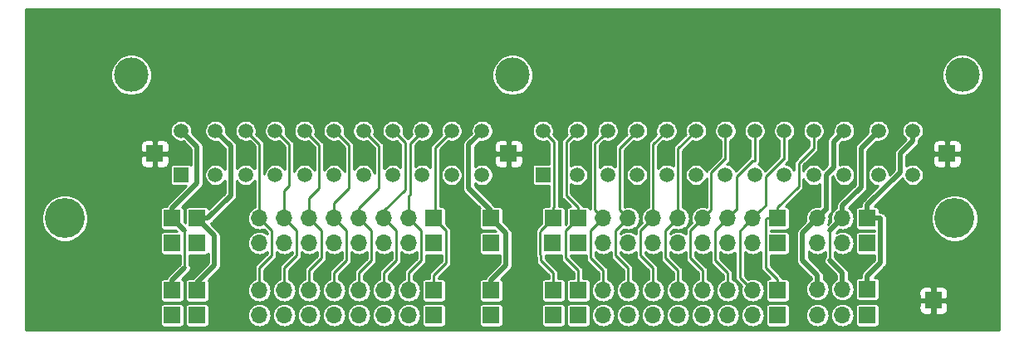
<source format=gtl>
G04 #@! TF.GenerationSoftware,KiCad,Pcbnew,(5.1.2)-1*
G04 #@! TF.CreationDate,2020-03-21T17:15:54+01:00*
G04 #@! TF.ProjectId,174917,31373439-3137-42e6-9b69-6361645f7063,R0.2*
G04 #@! TF.SameCoordinates,Original*
G04 #@! TF.FileFunction,Copper,L1,Top*
G04 #@! TF.FilePolarity,Positive*
%FSLAX46Y46*%
G04 Gerber Fmt 4.6, Leading zero omitted, Abs format (unit mm)*
G04 Created by KiCad (PCBNEW (5.1.2)-1) date 2020-03-21 17:15:54*
%MOMM*%
%LPD*%
G04 APERTURE LIST*
%ADD10C,1.500000*%
%ADD11R,1.500000X1.500000*%
%ADD12C,3.500120*%
%ADD13C,4.064000*%
%ADD14R,1.700000X1.700000*%
%ADD15O,1.700000X1.700000*%
%ADD16C,0.508000*%
%ADD17C,0.254000*%
%ADD18C,0.503000*%
%ADD19C,0.215900*%
G04 APERTURE END LIST*
D10*
X69725540Y-53284120D03*
D11*
X69725540Y-57785000D03*
D10*
X73223120Y-57785000D03*
X73223120Y-53284120D03*
X85323680Y-53284120D03*
X85323680Y-57785000D03*
X82323940Y-57785000D03*
X82323940Y-53284120D03*
X76324460Y-53284120D03*
X76324460Y-57785000D03*
X79324200Y-57785000D03*
X79324200Y-53284120D03*
X91323160Y-53284120D03*
X91323160Y-57785000D03*
X88323420Y-57785000D03*
X88323420Y-53284120D03*
X94322900Y-53284120D03*
X94322900Y-57785000D03*
X97322640Y-57785000D03*
X97322640Y-53284120D03*
X100423980Y-53284120D03*
X100423980Y-57785000D03*
X110124240Y-57785000D03*
X110124240Y-53284120D03*
D11*
X106624120Y-57785000D03*
D10*
X106624120Y-53284120D03*
X122227340Y-57785000D03*
X122227340Y-53284120D03*
X119227600Y-57785000D03*
X119227600Y-53284120D03*
X113228120Y-57785000D03*
X113228120Y-53284120D03*
X116227860Y-57785000D03*
X116227860Y-53284120D03*
X128226820Y-57785000D03*
X128226820Y-53284120D03*
X125227080Y-57785000D03*
X125227080Y-53284120D03*
X131226560Y-57785000D03*
X131226560Y-53284120D03*
X134226300Y-57785000D03*
X134226300Y-53284120D03*
X137327640Y-57785000D03*
X137327640Y-53284120D03*
X140827760Y-57785000D03*
X140827760Y-53284120D03*
D12*
X64673480Y-47584360D03*
X103527860Y-47584360D03*
D10*
X144327880Y-57785000D03*
X144327880Y-53284120D03*
D12*
X149377400Y-47584360D03*
D13*
X57880000Y-62230000D03*
X148590000Y-62230000D03*
D14*
X139700000Y-72136000D03*
D15*
X137160000Y-72136000D03*
X134620000Y-72136000D03*
X134620000Y-69469000D03*
X137160000Y-69469000D03*
D14*
X139700000Y-69469000D03*
X110236000Y-72136000D03*
X107696000Y-72136000D03*
X110236000Y-69596000D03*
X107696000Y-69596000D03*
X101346000Y-72136000D03*
X101346000Y-69596000D03*
X71374000Y-72136000D03*
X68834000Y-72136000D03*
X71374000Y-69596000D03*
X68834000Y-69596000D03*
D15*
X134620000Y-64770000D03*
X137160000Y-64770000D03*
D14*
X139700000Y-64770000D03*
X139700000Y-62230000D03*
D15*
X137160000Y-62230000D03*
X134620000Y-62230000D03*
D14*
X110236000Y-64770000D03*
X107569000Y-64770000D03*
X110236000Y-62230000D03*
X107696000Y-62230000D03*
X101346000Y-64770000D03*
X101346000Y-62230000D03*
X71374000Y-64770000D03*
X68834000Y-64770000D03*
X71374000Y-62230000D03*
X68834000Y-62230000D03*
X130556000Y-72136000D03*
D15*
X128016000Y-72136000D03*
X125476000Y-72136000D03*
X122936000Y-72136000D03*
X120396000Y-72136000D03*
X117856000Y-72136000D03*
X115316000Y-72136000D03*
X112776000Y-72136000D03*
X112776000Y-69596000D03*
X115316000Y-69596000D03*
X117856000Y-69596000D03*
X120396000Y-69596000D03*
X122936000Y-69596000D03*
X125476000Y-69596000D03*
X128016000Y-69596000D03*
D14*
X130556000Y-69596000D03*
X95504000Y-64770000D03*
D15*
X92964000Y-64770000D03*
X90424000Y-64770000D03*
X87884000Y-64770000D03*
X85344000Y-64770000D03*
X82804000Y-64770000D03*
X80264000Y-64770000D03*
X77724000Y-64770000D03*
X77724000Y-62230000D03*
X80264000Y-62230000D03*
X82804000Y-62230000D03*
X85344000Y-62230000D03*
X87884000Y-62230000D03*
X90424000Y-62230000D03*
X92964000Y-62230000D03*
D14*
X95504000Y-62230000D03*
D15*
X112776000Y-64770000D03*
X115316000Y-64770000D03*
X117856000Y-64770000D03*
X120396000Y-64770000D03*
X122936000Y-64770000D03*
X125476000Y-64770000D03*
X128016000Y-64770000D03*
D14*
X130556000Y-64770000D03*
X130556000Y-62230000D03*
D15*
X128016000Y-62230000D03*
X125476000Y-62230000D03*
X122936000Y-62230000D03*
X120396000Y-62230000D03*
X117856000Y-62230000D03*
X115316000Y-62230000D03*
X112776000Y-62230000D03*
X77724000Y-72136000D03*
X80264000Y-72136000D03*
X82804000Y-72136000D03*
X85344000Y-72136000D03*
X87884000Y-72136000D03*
X90424000Y-72136000D03*
X92964000Y-72136000D03*
D14*
X95504000Y-72136000D03*
X95504000Y-69596000D03*
D15*
X92964000Y-69596000D03*
X90424000Y-69596000D03*
X87884000Y-69596000D03*
X85344000Y-69596000D03*
X82804000Y-69596000D03*
X80264000Y-69596000D03*
X77724000Y-69596000D03*
D14*
X146431000Y-70612000D03*
X147828000Y-55626000D03*
X103124000Y-55626000D03*
X67056000Y-55626000D03*
D16*
X71374000Y-68834000D02*
X73152000Y-67056000D01*
X73152000Y-67056000D02*
X73152000Y-64008000D01*
X73152000Y-64008000D02*
X71374000Y-62230000D01*
X71374000Y-69596000D02*
X71374000Y-68834000D01*
X71374000Y-62230000D02*
X71882000Y-62230000D01*
X72478000Y-62230000D02*
X74800000Y-59908000D01*
X71374000Y-62230000D02*
X72478000Y-62230000D01*
X74800000Y-54861000D02*
X73223120Y-53284120D01*
X74800000Y-59908000D02*
X74800000Y-54861000D01*
X68834000Y-68580000D02*
X70104000Y-67310000D01*
X68834000Y-69596000D02*
X68834000Y-68580000D01*
D17*
X70104000Y-67310000D02*
X70104000Y-63500000D01*
D16*
X70104000Y-63500000D02*
X68834000Y-62230000D01*
X68834000Y-61214000D02*
X71374000Y-58674000D01*
X71374000Y-54881780D02*
X69776340Y-53284120D01*
X68834000Y-62230000D02*
X68834000Y-61214000D01*
X71374000Y-58674000D02*
X71374000Y-54881780D01*
X144327880Y-54097731D02*
X144327880Y-53284120D01*
X139700000Y-62230000D02*
X139700000Y-60872000D01*
X141058001Y-66752999D02*
X141058000Y-62230000D01*
X139700000Y-68111000D02*
X141058001Y-66752999D01*
X141058000Y-62230000D02*
X139700000Y-62230000D01*
X139700000Y-69469000D02*
X139700000Y-68111000D01*
D18*
X143072379Y-57499621D02*
X139700000Y-60872000D01*
X143072379Y-55600281D02*
X143072379Y-57499621D01*
X144327880Y-54344780D02*
X143072379Y-55600281D01*
X144327880Y-53284120D02*
X144327880Y-54344780D01*
D16*
X137160000Y-67818000D02*
X135890000Y-66548000D01*
D17*
X135890000Y-66548000D02*
X135890000Y-63500000D01*
D16*
X135890000Y-63500000D02*
X137160000Y-62230000D01*
X137160000Y-69596000D02*
X137160000Y-67818000D01*
X137160000Y-62230000D02*
X137160000Y-60960000D01*
X137160000Y-60960000D02*
X139065000Y-59055000D01*
X139065000Y-55046880D02*
X140827760Y-53284120D01*
X139065000Y-59055000D02*
X139065000Y-55046880D01*
X133096000Y-66548000D02*
X133096000Y-63754000D01*
X133096000Y-63754000D02*
X134620000Y-62230000D01*
X134620000Y-69596000D02*
X134620000Y-68072000D01*
X134620000Y-68072000D02*
X133096000Y-66548000D01*
X136244329Y-54367431D02*
X136752331Y-53859429D01*
X136752331Y-53859429D02*
X137327640Y-53284120D01*
D18*
X135469999Y-61380001D02*
X134620000Y-62230000D01*
X135481801Y-61368199D02*
X135469999Y-61380001D01*
X135481801Y-57772697D02*
X135481801Y-61368199D01*
X136244329Y-57010169D02*
X135481801Y-57772697D01*
X136244329Y-54367431D02*
X136244329Y-57010169D01*
D17*
X108966000Y-63500000D02*
X110236000Y-62230000D01*
X110236000Y-67564000D02*
X108966000Y-66294000D01*
X108966000Y-66294000D02*
X108966000Y-63500000D01*
X110236000Y-69596000D02*
X110236000Y-67564000D01*
X110236000Y-61126000D02*
X110236000Y-62230000D01*
X108993239Y-59883239D02*
X110236000Y-61126000D01*
X108993239Y-54415121D02*
X108993239Y-59883239D01*
X110124240Y-53284120D02*
X108993239Y-54415121D01*
X106414199Y-63538999D02*
X106426000Y-63538999D01*
X106337999Y-63615199D02*
X106414199Y-63538999D01*
X106426000Y-63538999D02*
X106426000Y-63500000D01*
X107696000Y-67818000D02*
X106426000Y-66548000D01*
X106426000Y-63500000D02*
X107696000Y-62230000D01*
X107696000Y-69596000D02*
X107696000Y-67818000D01*
X106414199Y-66001001D02*
X106337999Y-65924801D01*
X106426000Y-66548000D02*
X106426000Y-66001001D01*
X106337999Y-65924801D02*
X106337999Y-63615199D01*
X106426000Y-66001001D02*
X106414199Y-66001001D01*
X107696000Y-61126000D02*
X107696000Y-62230000D01*
X107755121Y-61066879D02*
X107696000Y-61126000D01*
X107755121Y-54415121D02*
X107755121Y-61066879D01*
X106624120Y-53284120D02*
X107755121Y-54415121D01*
D16*
X101346000Y-68580000D02*
X102870000Y-67056000D01*
X102870000Y-67056000D02*
X102870000Y-63754000D01*
X102870000Y-63754000D02*
X101346000Y-62230000D01*
X101346000Y-69596000D02*
X101346000Y-68580000D01*
X101346000Y-61468000D02*
X99060000Y-59182000D01*
X99060000Y-59182000D02*
X99060000Y-54698900D01*
X99060000Y-54698900D02*
X100474780Y-53284120D01*
X101346000Y-62230000D02*
X101346000Y-61468000D01*
D17*
X85344000Y-67818000D02*
X86614000Y-66548000D01*
X86614000Y-66548000D02*
X86614000Y-63500000D01*
X86868000Y-54777640D02*
X85374480Y-53284120D01*
X85344000Y-69596000D02*
X85344000Y-67818000D01*
X85344000Y-60706000D02*
X86868000Y-59182000D01*
X86868000Y-59182000D02*
X86868000Y-54777640D01*
X85344000Y-62230000D02*
X85344000Y-60706000D01*
X86614000Y-63500000D02*
X85344000Y-62230000D01*
X82804000Y-67564000D02*
X84074000Y-66294000D01*
X84074000Y-66294000D02*
X84074000Y-63500000D01*
X84074000Y-63500000D02*
X82804000Y-62230000D01*
X82804000Y-69596000D02*
X82804000Y-67564000D01*
X82804000Y-60198000D02*
X83820000Y-59182000D01*
X83820000Y-59182000D02*
X83820000Y-54729380D01*
X83820000Y-54729380D02*
X82374740Y-53284120D01*
X82804000Y-62230000D02*
X82804000Y-60198000D01*
X78994000Y-63500000D02*
X77724000Y-62230000D01*
X77724000Y-67310000D02*
X78994000Y-66040000D01*
X78994000Y-66040000D02*
X78994000Y-63500000D01*
X77724000Y-54632860D02*
X76375260Y-53284120D01*
X77724000Y-62230000D02*
X77724000Y-54632860D01*
X77724000Y-69596000D02*
X77724000Y-67310000D01*
X80264000Y-67310000D02*
X81534000Y-66040000D01*
X81534000Y-66040000D02*
X81534000Y-63500000D01*
X81534000Y-63500000D02*
X80264000Y-62230000D01*
X80264000Y-69596000D02*
X80264000Y-67310000D01*
X80264000Y-59436000D02*
X80772000Y-58928000D01*
X80772000Y-58928000D02*
X80772000Y-54681120D01*
X80772000Y-54681120D02*
X79375000Y-53284120D01*
X80264000Y-62230000D02*
X80264000Y-59436000D01*
X90424000Y-62230000D02*
X90424000Y-61468000D01*
X92598240Y-54508400D02*
X91373960Y-53284120D01*
X90424000Y-61468000D02*
X92598240Y-59293760D01*
X92598240Y-59293760D02*
X92598240Y-54508400D01*
X90424000Y-67818000D02*
X91694000Y-66548000D01*
X91694000Y-66548000D02*
X91694000Y-63500000D01*
X91694000Y-63500000D02*
X90424000Y-62230000D01*
X90424000Y-69596000D02*
X90424000Y-67818000D01*
X87884000Y-67818000D02*
X89154000Y-66548000D01*
X89154000Y-66548000D02*
X89154000Y-63500000D01*
X89154000Y-63500000D02*
X87884000Y-62230000D01*
X87884000Y-69596000D02*
X87884000Y-67818000D01*
X87884000Y-61214000D02*
X89916000Y-59182000D01*
X89916000Y-59182000D02*
X89916000Y-54825900D01*
X89916000Y-54825900D02*
X88374220Y-53284120D01*
X87884000Y-62230000D02*
X87884000Y-61214000D01*
X92964000Y-62230000D02*
X92964000Y-59944000D01*
X92964000Y-59944000D02*
X93108780Y-59799220D01*
X93108780Y-59799220D02*
X93108780Y-54549040D01*
X93108780Y-54549040D02*
X94373700Y-53284120D01*
X92964000Y-67818000D02*
X94234000Y-66548000D01*
X94234000Y-66548000D02*
X94234000Y-63500000D01*
X94234000Y-63500000D02*
X92964000Y-62230000D01*
X92964000Y-69596000D02*
X92964000Y-67818000D01*
X95504000Y-62230000D02*
X95659048Y-62074952D01*
X95659048Y-54998512D02*
X97373440Y-53284120D01*
X95659048Y-62074952D02*
X95659048Y-54998512D01*
X95504000Y-68072000D02*
X96774000Y-66802000D01*
X96774000Y-66802000D02*
X96774000Y-63500000D01*
X96774000Y-63500000D02*
X95504000Y-62230000D01*
X95504000Y-69596000D02*
X95504000Y-68072000D01*
X119126000Y-66294000D02*
X119126000Y-63500000D01*
X119126000Y-63500000D02*
X120396000Y-62230000D01*
X120396000Y-67564000D02*
X119126000Y-66294000D01*
X120396000Y-69596000D02*
X120396000Y-67564000D01*
X120396000Y-55115460D02*
X120396000Y-62230000D01*
X122227340Y-53284120D02*
X120396000Y-55115460D01*
X117856000Y-67310000D02*
X116586000Y-66040000D01*
X116586000Y-66040000D02*
X116586000Y-63500000D01*
X116586000Y-63500000D02*
X117856000Y-62230000D01*
X117856000Y-69596000D02*
X117856000Y-67310000D01*
X117856000Y-54655720D02*
X119227600Y-53284120D01*
X117856000Y-62230000D02*
X117856000Y-54655720D01*
X112776000Y-67564000D02*
X111506000Y-66294000D01*
X111506000Y-66294000D02*
X111506000Y-63500000D01*
X111506000Y-63500000D02*
X112776000Y-62230000D01*
X112776000Y-69596000D02*
X112776000Y-67564000D01*
X112652811Y-53859429D02*
X113228120Y-53284120D01*
X111926001Y-54586239D02*
X112652811Y-53859429D01*
X111926001Y-61380001D02*
X111926001Y-54586239D01*
X112776000Y-62230000D02*
X111926001Y-61380001D01*
X115316000Y-67310000D02*
X114046000Y-66040000D01*
X114046000Y-66040000D02*
X114046000Y-63500000D01*
X114046000Y-63500000D02*
X115316000Y-62230000D01*
X115316000Y-69596000D02*
X115316000Y-67310000D01*
X115652551Y-53859429D02*
X116227860Y-53284120D01*
X114466001Y-55045979D02*
X115652551Y-53859429D01*
X114466001Y-61380001D02*
X114466001Y-55045979D01*
X115316000Y-62230000D02*
X114466001Y-61380001D01*
X125476000Y-67818000D02*
X124206000Y-66548000D01*
X124206000Y-66548000D02*
X124206000Y-63500000D01*
X124206000Y-63500000D02*
X125476000Y-62230000D01*
X125476000Y-69596000D02*
X125476000Y-67818000D01*
X126325999Y-61380001D02*
X125476000Y-62230000D01*
X126358081Y-61347919D02*
X126325999Y-61380001D01*
X126358081Y-57979857D02*
X126358081Y-61347919D01*
X127968279Y-56369659D02*
X126358081Y-57979857D01*
X128226820Y-56369659D02*
X127968279Y-56369659D01*
X128226820Y-53284120D02*
X128226820Y-56369659D01*
X122936000Y-67564000D02*
X121666000Y-66294000D01*
X121666000Y-66294000D02*
X121666000Y-63500000D01*
X121666000Y-63500000D02*
X122936000Y-62230000D01*
X122936000Y-69596000D02*
X122936000Y-67564000D01*
X123785999Y-61380001D02*
X122936000Y-62230000D01*
X123785999Y-57552199D02*
X123785999Y-61380001D01*
X125137597Y-56200601D02*
X123785999Y-57552199D01*
X125227080Y-56200601D02*
X125137597Y-56200601D01*
X125227080Y-53284120D02*
X125227080Y-56200601D01*
X126707001Y-63538999D02*
X127166001Y-63079999D01*
X127166001Y-63079999D02*
X128016000Y-62230000D01*
X126707001Y-68287001D02*
X126707001Y-63538999D01*
X128016000Y-69596000D02*
X126707001Y-68287001D01*
X128865999Y-61380001D02*
X128016000Y-62230000D01*
X129357821Y-60888179D02*
X128865999Y-61380001D01*
X129357821Y-57979857D02*
X129357821Y-60888179D01*
X131137077Y-56200601D02*
X129357821Y-57979857D01*
X131226560Y-56200601D02*
X131137077Y-56200601D01*
X131226560Y-53284120D02*
X131226560Y-56200601D01*
X134226300Y-54097731D02*
X134226300Y-53284120D01*
X129452000Y-62230000D02*
X130556000Y-62230000D01*
X129324999Y-62357001D02*
X129452000Y-62230000D01*
X129324999Y-67260999D02*
X129324999Y-62357001D01*
X130556000Y-68492000D02*
X129324999Y-67260999D01*
X130556000Y-69596000D02*
X130556000Y-68492000D01*
X134226300Y-53284120D02*
X134226300Y-55073700D01*
X134226300Y-55073700D02*
X132700000Y-56600000D01*
X130556000Y-61126000D02*
X130556000Y-62230000D01*
X132700000Y-58982000D02*
X130556000Y-61126000D01*
X132700000Y-56600000D02*
X132700000Y-58982000D01*
D19*
G36*
X153126150Y-73626150D02*
G01*
X53873850Y-73626150D01*
X53873850Y-71286000D01*
X67620299Y-71286000D01*
X67620299Y-72986000D01*
X67627287Y-73056955D01*
X67647984Y-73125182D01*
X67681594Y-73188061D01*
X67726825Y-73243175D01*
X67781939Y-73288406D01*
X67844818Y-73322016D01*
X67913045Y-73342713D01*
X67984000Y-73349701D01*
X69684000Y-73349701D01*
X69754955Y-73342713D01*
X69823182Y-73322016D01*
X69886061Y-73288406D01*
X69941175Y-73243175D01*
X69986406Y-73188061D01*
X70020016Y-73125182D01*
X70040713Y-73056955D01*
X70047701Y-72986000D01*
X70047701Y-71286000D01*
X70160299Y-71286000D01*
X70160299Y-72986000D01*
X70167287Y-73056955D01*
X70187984Y-73125182D01*
X70221594Y-73188061D01*
X70266825Y-73243175D01*
X70321939Y-73288406D01*
X70384818Y-73322016D01*
X70453045Y-73342713D01*
X70524000Y-73349701D01*
X72224000Y-73349701D01*
X72294955Y-73342713D01*
X72363182Y-73322016D01*
X72426061Y-73288406D01*
X72481175Y-73243175D01*
X72526406Y-73188061D01*
X72560016Y-73125182D01*
X72580713Y-73056955D01*
X72587701Y-72986000D01*
X72587701Y-72136000D01*
X76506186Y-72136000D01*
X76529586Y-72373584D01*
X76598887Y-72602037D01*
X76711425Y-72812581D01*
X76862875Y-72997125D01*
X77047419Y-73148575D01*
X77257963Y-73261113D01*
X77486416Y-73330414D01*
X77664462Y-73347950D01*
X77783538Y-73347950D01*
X77961584Y-73330414D01*
X78190037Y-73261113D01*
X78400581Y-73148575D01*
X78585125Y-72997125D01*
X78736575Y-72812581D01*
X78849113Y-72602037D01*
X78918414Y-72373584D01*
X78941814Y-72136000D01*
X79046186Y-72136000D01*
X79069586Y-72373584D01*
X79138887Y-72602037D01*
X79251425Y-72812581D01*
X79402875Y-72997125D01*
X79587419Y-73148575D01*
X79797963Y-73261113D01*
X80026416Y-73330414D01*
X80204462Y-73347950D01*
X80323538Y-73347950D01*
X80501584Y-73330414D01*
X80730037Y-73261113D01*
X80940581Y-73148575D01*
X81125125Y-72997125D01*
X81276575Y-72812581D01*
X81389113Y-72602037D01*
X81458414Y-72373584D01*
X81481814Y-72136000D01*
X81586186Y-72136000D01*
X81609586Y-72373584D01*
X81678887Y-72602037D01*
X81791425Y-72812581D01*
X81942875Y-72997125D01*
X82127419Y-73148575D01*
X82337963Y-73261113D01*
X82566416Y-73330414D01*
X82744462Y-73347950D01*
X82863538Y-73347950D01*
X83041584Y-73330414D01*
X83270037Y-73261113D01*
X83480581Y-73148575D01*
X83665125Y-72997125D01*
X83816575Y-72812581D01*
X83929113Y-72602037D01*
X83998414Y-72373584D01*
X84021814Y-72136000D01*
X84126186Y-72136000D01*
X84149586Y-72373584D01*
X84218887Y-72602037D01*
X84331425Y-72812581D01*
X84482875Y-72997125D01*
X84667419Y-73148575D01*
X84877963Y-73261113D01*
X85106416Y-73330414D01*
X85284462Y-73347950D01*
X85403538Y-73347950D01*
X85581584Y-73330414D01*
X85810037Y-73261113D01*
X86020581Y-73148575D01*
X86205125Y-72997125D01*
X86356575Y-72812581D01*
X86469113Y-72602037D01*
X86538414Y-72373584D01*
X86561814Y-72136000D01*
X86666186Y-72136000D01*
X86689586Y-72373584D01*
X86758887Y-72602037D01*
X86871425Y-72812581D01*
X87022875Y-72997125D01*
X87207419Y-73148575D01*
X87417963Y-73261113D01*
X87646416Y-73330414D01*
X87824462Y-73347950D01*
X87943538Y-73347950D01*
X88121584Y-73330414D01*
X88350037Y-73261113D01*
X88560581Y-73148575D01*
X88745125Y-72997125D01*
X88896575Y-72812581D01*
X89009113Y-72602037D01*
X89078414Y-72373584D01*
X89101814Y-72136000D01*
X89206186Y-72136000D01*
X89229586Y-72373584D01*
X89298887Y-72602037D01*
X89411425Y-72812581D01*
X89562875Y-72997125D01*
X89747419Y-73148575D01*
X89957963Y-73261113D01*
X90186416Y-73330414D01*
X90364462Y-73347950D01*
X90483538Y-73347950D01*
X90661584Y-73330414D01*
X90890037Y-73261113D01*
X91100581Y-73148575D01*
X91285125Y-72997125D01*
X91436575Y-72812581D01*
X91549113Y-72602037D01*
X91618414Y-72373584D01*
X91641814Y-72136000D01*
X91746186Y-72136000D01*
X91769586Y-72373584D01*
X91838887Y-72602037D01*
X91951425Y-72812581D01*
X92102875Y-72997125D01*
X92287419Y-73148575D01*
X92497963Y-73261113D01*
X92726416Y-73330414D01*
X92904462Y-73347950D01*
X93023538Y-73347950D01*
X93201584Y-73330414D01*
X93430037Y-73261113D01*
X93640581Y-73148575D01*
X93825125Y-72997125D01*
X93976575Y-72812581D01*
X94089113Y-72602037D01*
X94158414Y-72373584D01*
X94181814Y-72136000D01*
X94158414Y-71898416D01*
X94089113Y-71669963D01*
X93976575Y-71459419D01*
X93834255Y-71286000D01*
X94290299Y-71286000D01*
X94290299Y-72986000D01*
X94297287Y-73056955D01*
X94317984Y-73125182D01*
X94351594Y-73188061D01*
X94396825Y-73243175D01*
X94451939Y-73288406D01*
X94514818Y-73322016D01*
X94583045Y-73342713D01*
X94654000Y-73349701D01*
X96354000Y-73349701D01*
X96424955Y-73342713D01*
X96493182Y-73322016D01*
X96556061Y-73288406D01*
X96611175Y-73243175D01*
X96656406Y-73188061D01*
X96690016Y-73125182D01*
X96710713Y-73056955D01*
X96717701Y-72986000D01*
X96717701Y-71286000D01*
X100132299Y-71286000D01*
X100132299Y-72986000D01*
X100139287Y-73056955D01*
X100159984Y-73125182D01*
X100193594Y-73188061D01*
X100238825Y-73243175D01*
X100293939Y-73288406D01*
X100356818Y-73322016D01*
X100425045Y-73342713D01*
X100496000Y-73349701D01*
X102196000Y-73349701D01*
X102266955Y-73342713D01*
X102335182Y-73322016D01*
X102398061Y-73288406D01*
X102453175Y-73243175D01*
X102498406Y-73188061D01*
X102532016Y-73125182D01*
X102552713Y-73056955D01*
X102559701Y-72986000D01*
X102559701Y-71286000D01*
X106482299Y-71286000D01*
X106482299Y-72986000D01*
X106489287Y-73056955D01*
X106509984Y-73125182D01*
X106543594Y-73188061D01*
X106588825Y-73243175D01*
X106643939Y-73288406D01*
X106706818Y-73322016D01*
X106775045Y-73342713D01*
X106846000Y-73349701D01*
X108546000Y-73349701D01*
X108616955Y-73342713D01*
X108685182Y-73322016D01*
X108748061Y-73288406D01*
X108803175Y-73243175D01*
X108848406Y-73188061D01*
X108882016Y-73125182D01*
X108902713Y-73056955D01*
X108909701Y-72986000D01*
X108909701Y-71286000D01*
X109022299Y-71286000D01*
X109022299Y-72986000D01*
X109029287Y-73056955D01*
X109049984Y-73125182D01*
X109083594Y-73188061D01*
X109128825Y-73243175D01*
X109183939Y-73288406D01*
X109246818Y-73322016D01*
X109315045Y-73342713D01*
X109386000Y-73349701D01*
X111086000Y-73349701D01*
X111156955Y-73342713D01*
X111225182Y-73322016D01*
X111288061Y-73288406D01*
X111343175Y-73243175D01*
X111388406Y-73188061D01*
X111422016Y-73125182D01*
X111442713Y-73056955D01*
X111449701Y-72986000D01*
X111449701Y-72136000D01*
X111558186Y-72136000D01*
X111581586Y-72373584D01*
X111650887Y-72602037D01*
X111763425Y-72812581D01*
X111914875Y-72997125D01*
X112099419Y-73148575D01*
X112309963Y-73261113D01*
X112538416Y-73330414D01*
X112716462Y-73347950D01*
X112835538Y-73347950D01*
X113013584Y-73330414D01*
X113242037Y-73261113D01*
X113452581Y-73148575D01*
X113637125Y-72997125D01*
X113788575Y-72812581D01*
X113901113Y-72602037D01*
X113970414Y-72373584D01*
X113993814Y-72136000D01*
X114098186Y-72136000D01*
X114121586Y-72373584D01*
X114190887Y-72602037D01*
X114303425Y-72812581D01*
X114454875Y-72997125D01*
X114639419Y-73148575D01*
X114849963Y-73261113D01*
X115078416Y-73330414D01*
X115256462Y-73347950D01*
X115375538Y-73347950D01*
X115553584Y-73330414D01*
X115782037Y-73261113D01*
X115992581Y-73148575D01*
X116177125Y-72997125D01*
X116328575Y-72812581D01*
X116441113Y-72602037D01*
X116510414Y-72373584D01*
X116533814Y-72136000D01*
X116638186Y-72136000D01*
X116661586Y-72373584D01*
X116730887Y-72602037D01*
X116843425Y-72812581D01*
X116994875Y-72997125D01*
X117179419Y-73148575D01*
X117389963Y-73261113D01*
X117618416Y-73330414D01*
X117796462Y-73347950D01*
X117915538Y-73347950D01*
X118093584Y-73330414D01*
X118322037Y-73261113D01*
X118532581Y-73148575D01*
X118717125Y-72997125D01*
X118868575Y-72812581D01*
X118981113Y-72602037D01*
X119050414Y-72373584D01*
X119073814Y-72136000D01*
X119178186Y-72136000D01*
X119201586Y-72373584D01*
X119270887Y-72602037D01*
X119383425Y-72812581D01*
X119534875Y-72997125D01*
X119719419Y-73148575D01*
X119929963Y-73261113D01*
X120158416Y-73330414D01*
X120336462Y-73347950D01*
X120455538Y-73347950D01*
X120633584Y-73330414D01*
X120862037Y-73261113D01*
X121072581Y-73148575D01*
X121257125Y-72997125D01*
X121408575Y-72812581D01*
X121521113Y-72602037D01*
X121590414Y-72373584D01*
X121613814Y-72136000D01*
X121718186Y-72136000D01*
X121741586Y-72373584D01*
X121810887Y-72602037D01*
X121923425Y-72812581D01*
X122074875Y-72997125D01*
X122259419Y-73148575D01*
X122469963Y-73261113D01*
X122698416Y-73330414D01*
X122876462Y-73347950D01*
X122995538Y-73347950D01*
X123173584Y-73330414D01*
X123402037Y-73261113D01*
X123612581Y-73148575D01*
X123797125Y-72997125D01*
X123948575Y-72812581D01*
X124061113Y-72602037D01*
X124130414Y-72373584D01*
X124153814Y-72136000D01*
X124258186Y-72136000D01*
X124281586Y-72373584D01*
X124350887Y-72602037D01*
X124463425Y-72812581D01*
X124614875Y-72997125D01*
X124799419Y-73148575D01*
X125009963Y-73261113D01*
X125238416Y-73330414D01*
X125416462Y-73347950D01*
X125535538Y-73347950D01*
X125713584Y-73330414D01*
X125942037Y-73261113D01*
X126152581Y-73148575D01*
X126337125Y-72997125D01*
X126488575Y-72812581D01*
X126601113Y-72602037D01*
X126670414Y-72373584D01*
X126693814Y-72136000D01*
X126798186Y-72136000D01*
X126821586Y-72373584D01*
X126890887Y-72602037D01*
X127003425Y-72812581D01*
X127154875Y-72997125D01*
X127339419Y-73148575D01*
X127549963Y-73261113D01*
X127778416Y-73330414D01*
X127956462Y-73347950D01*
X128075538Y-73347950D01*
X128253584Y-73330414D01*
X128482037Y-73261113D01*
X128692581Y-73148575D01*
X128877125Y-72997125D01*
X129028575Y-72812581D01*
X129141113Y-72602037D01*
X129210414Y-72373584D01*
X129233814Y-72136000D01*
X129210414Y-71898416D01*
X129141113Y-71669963D01*
X129028575Y-71459419D01*
X128886255Y-71286000D01*
X129342299Y-71286000D01*
X129342299Y-72986000D01*
X129349287Y-73056955D01*
X129369984Y-73125182D01*
X129403594Y-73188061D01*
X129448825Y-73243175D01*
X129503939Y-73288406D01*
X129566818Y-73322016D01*
X129635045Y-73342713D01*
X129706000Y-73349701D01*
X131406000Y-73349701D01*
X131476955Y-73342713D01*
X131545182Y-73322016D01*
X131608061Y-73288406D01*
X131663175Y-73243175D01*
X131708406Y-73188061D01*
X131742016Y-73125182D01*
X131762713Y-73056955D01*
X131769701Y-72986000D01*
X131769701Y-72136000D01*
X133402186Y-72136000D01*
X133425586Y-72373584D01*
X133494887Y-72602037D01*
X133607425Y-72812581D01*
X133758875Y-72997125D01*
X133943419Y-73148575D01*
X134153963Y-73261113D01*
X134382416Y-73330414D01*
X134560462Y-73347950D01*
X134679538Y-73347950D01*
X134857584Y-73330414D01*
X135086037Y-73261113D01*
X135296581Y-73148575D01*
X135481125Y-72997125D01*
X135632575Y-72812581D01*
X135745113Y-72602037D01*
X135814414Y-72373584D01*
X135837814Y-72136000D01*
X135942186Y-72136000D01*
X135965586Y-72373584D01*
X136034887Y-72602037D01*
X136147425Y-72812581D01*
X136298875Y-72997125D01*
X136483419Y-73148575D01*
X136693963Y-73261113D01*
X136922416Y-73330414D01*
X137100462Y-73347950D01*
X137219538Y-73347950D01*
X137397584Y-73330414D01*
X137626037Y-73261113D01*
X137836581Y-73148575D01*
X138021125Y-72997125D01*
X138172575Y-72812581D01*
X138285113Y-72602037D01*
X138354414Y-72373584D01*
X138377814Y-72136000D01*
X138354414Y-71898416D01*
X138285113Y-71669963D01*
X138172575Y-71459419D01*
X138030255Y-71286000D01*
X138486299Y-71286000D01*
X138486299Y-72986000D01*
X138493287Y-73056955D01*
X138513984Y-73125182D01*
X138547594Y-73188061D01*
X138592825Y-73243175D01*
X138647939Y-73288406D01*
X138710818Y-73322016D01*
X138779045Y-73342713D01*
X138850000Y-73349701D01*
X140550000Y-73349701D01*
X140620955Y-73342713D01*
X140689182Y-73322016D01*
X140752061Y-73288406D01*
X140807175Y-73243175D01*
X140852406Y-73188061D01*
X140886016Y-73125182D01*
X140906713Y-73056955D01*
X140913701Y-72986000D01*
X140913701Y-71462000D01*
X144962070Y-71462000D01*
X144973963Y-71582747D01*
X145009183Y-71698854D01*
X145066379Y-71805859D01*
X145143350Y-71899650D01*
X145237141Y-71976621D01*
X145344146Y-72033817D01*
X145460253Y-72069037D01*
X145581000Y-72080930D01*
X146130963Y-72077950D01*
X146284950Y-71923963D01*
X146284950Y-70758050D01*
X146577050Y-70758050D01*
X146577050Y-71923963D01*
X146731037Y-72077950D01*
X147281000Y-72080930D01*
X147401747Y-72069037D01*
X147517854Y-72033817D01*
X147624859Y-71976621D01*
X147718650Y-71899650D01*
X147795621Y-71805859D01*
X147852817Y-71698854D01*
X147888037Y-71582747D01*
X147899930Y-71462000D01*
X147896950Y-70912037D01*
X147742963Y-70758050D01*
X146577050Y-70758050D01*
X146284950Y-70758050D01*
X145119037Y-70758050D01*
X144965050Y-70912037D01*
X144962070Y-71462000D01*
X140913701Y-71462000D01*
X140913701Y-71286000D01*
X140906713Y-71215045D01*
X140886016Y-71146818D01*
X140852406Y-71083939D01*
X140807175Y-71028825D01*
X140752061Y-70983594D01*
X140689182Y-70949984D01*
X140620955Y-70929287D01*
X140550000Y-70922299D01*
X138850000Y-70922299D01*
X138779045Y-70929287D01*
X138710818Y-70949984D01*
X138647939Y-70983594D01*
X138592825Y-71028825D01*
X138547594Y-71083939D01*
X138513984Y-71146818D01*
X138493287Y-71215045D01*
X138486299Y-71286000D01*
X138030255Y-71286000D01*
X138021125Y-71274875D01*
X137836581Y-71123425D01*
X137626037Y-71010887D01*
X137397584Y-70941586D01*
X137219538Y-70924050D01*
X137100462Y-70924050D01*
X136922416Y-70941586D01*
X136693963Y-71010887D01*
X136483419Y-71123425D01*
X136298875Y-71274875D01*
X136147425Y-71459419D01*
X136034887Y-71669963D01*
X135965586Y-71898416D01*
X135942186Y-72136000D01*
X135837814Y-72136000D01*
X135814414Y-71898416D01*
X135745113Y-71669963D01*
X135632575Y-71459419D01*
X135481125Y-71274875D01*
X135296581Y-71123425D01*
X135086037Y-71010887D01*
X134857584Y-70941586D01*
X134679538Y-70924050D01*
X134560462Y-70924050D01*
X134382416Y-70941586D01*
X134153963Y-71010887D01*
X133943419Y-71123425D01*
X133758875Y-71274875D01*
X133607425Y-71459419D01*
X133494887Y-71669963D01*
X133425586Y-71898416D01*
X133402186Y-72136000D01*
X131769701Y-72136000D01*
X131769701Y-71286000D01*
X131762713Y-71215045D01*
X131742016Y-71146818D01*
X131708406Y-71083939D01*
X131663175Y-71028825D01*
X131608061Y-70983594D01*
X131545182Y-70949984D01*
X131476955Y-70929287D01*
X131406000Y-70922299D01*
X129706000Y-70922299D01*
X129635045Y-70929287D01*
X129566818Y-70949984D01*
X129503939Y-70983594D01*
X129448825Y-71028825D01*
X129403594Y-71083939D01*
X129369984Y-71146818D01*
X129349287Y-71215045D01*
X129342299Y-71286000D01*
X128886255Y-71286000D01*
X128877125Y-71274875D01*
X128692581Y-71123425D01*
X128482037Y-71010887D01*
X128253584Y-70941586D01*
X128075538Y-70924050D01*
X127956462Y-70924050D01*
X127778416Y-70941586D01*
X127549963Y-71010887D01*
X127339419Y-71123425D01*
X127154875Y-71274875D01*
X127003425Y-71459419D01*
X126890887Y-71669963D01*
X126821586Y-71898416D01*
X126798186Y-72136000D01*
X126693814Y-72136000D01*
X126670414Y-71898416D01*
X126601113Y-71669963D01*
X126488575Y-71459419D01*
X126337125Y-71274875D01*
X126152581Y-71123425D01*
X125942037Y-71010887D01*
X125713584Y-70941586D01*
X125535538Y-70924050D01*
X125416462Y-70924050D01*
X125238416Y-70941586D01*
X125009963Y-71010887D01*
X124799419Y-71123425D01*
X124614875Y-71274875D01*
X124463425Y-71459419D01*
X124350887Y-71669963D01*
X124281586Y-71898416D01*
X124258186Y-72136000D01*
X124153814Y-72136000D01*
X124130414Y-71898416D01*
X124061113Y-71669963D01*
X123948575Y-71459419D01*
X123797125Y-71274875D01*
X123612581Y-71123425D01*
X123402037Y-71010887D01*
X123173584Y-70941586D01*
X122995538Y-70924050D01*
X122876462Y-70924050D01*
X122698416Y-70941586D01*
X122469963Y-71010887D01*
X122259419Y-71123425D01*
X122074875Y-71274875D01*
X121923425Y-71459419D01*
X121810887Y-71669963D01*
X121741586Y-71898416D01*
X121718186Y-72136000D01*
X121613814Y-72136000D01*
X121590414Y-71898416D01*
X121521113Y-71669963D01*
X121408575Y-71459419D01*
X121257125Y-71274875D01*
X121072581Y-71123425D01*
X120862037Y-71010887D01*
X120633584Y-70941586D01*
X120455538Y-70924050D01*
X120336462Y-70924050D01*
X120158416Y-70941586D01*
X119929963Y-71010887D01*
X119719419Y-71123425D01*
X119534875Y-71274875D01*
X119383425Y-71459419D01*
X119270887Y-71669963D01*
X119201586Y-71898416D01*
X119178186Y-72136000D01*
X119073814Y-72136000D01*
X119050414Y-71898416D01*
X118981113Y-71669963D01*
X118868575Y-71459419D01*
X118717125Y-71274875D01*
X118532581Y-71123425D01*
X118322037Y-71010887D01*
X118093584Y-70941586D01*
X117915538Y-70924050D01*
X117796462Y-70924050D01*
X117618416Y-70941586D01*
X117389963Y-71010887D01*
X117179419Y-71123425D01*
X116994875Y-71274875D01*
X116843425Y-71459419D01*
X116730887Y-71669963D01*
X116661586Y-71898416D01*
X116638186Y-72136000D01*
X116533814Y-72136000D01*
X116510414Y-71898416D01*
X116441113Y-71669963D01*
X116328575Y-71459419D01*
X116177125Y-71274875D01*
X115992581Y-71123425D01*
X115782037Y-71010887D01*
X115553584Y-70941586D01*
X115375538Y-70924050D01*
X115256462Y-70924050D01*
X115078416Y-70941586D01*
X114849963Y-71010887D01*
X114639419Y-71123425D01*
X114454875Y-71274875D01*
X114303425Y-71459419D01*
X114190887Y-71669963D01*
X114121586Y-71898416D01*
X114098186Y-72136000D01*
X113993814Y-72136000D01*
X113970414Y-71898416D01*
X113901113Y-71669963D01*
X113788575Y-71459419D01*
X113637125Y-71274875D01*
X113452581Y-71123425D01*
X113242037Y-71010887D01*
X113013584Y-70941586D01*
X112835538Y-70924050D01*
X112716462Y-70924050D01*
X112538416Y-70941586D01*
X112309963Y-71010887D01*
X112099419Y-71123425D01*
X111914875Y-71274875D01*
X111763425Y-71459419D01*
X111650887Y-71669963D01*
X111581586Y-71898416D01*
X111558186Y-72136000D01*
X111449701Y-72136000D01*
X111449701Y-71286000D01*
X111442713Y-71215045D01*
X111422016Y-71146818D01*
X111388406Y-71083939D01*
X111343175Y-71028825D01*
X111288061Y-70983594D01*
X111225182Y-70949984D01*
X111156955Y-70929287D01*
X111086000Y-70922299D01*
X109386000Y-70922299D01*
X109315045Y-70929287D01*
X109246818Y-70949984D01*
X109183939Y-70983594D01*
X109128825Y-71028825D01*
X109083594Y-71083939D01*
X109049984Y-71146818D01*
X109029287Y-71215045D01*
X109022299Y-71286000D01*
X108909701Y-71286000D01*
X108902713Y-71215045D01*
X108882016Y-71146818D01*
X108848406Y-71083939D01*
X108803175Y-71028825D01*
X108748061Y-70983594D01*
X108685182Y-70949984D01*
X108616955Y-70929287D01*
X108546000Y-70922299D01*
X106846000Y-70922299D01*
X106775045Y-70929287D01*
X106706818Y-70949984D01*
X106643939Y-70983594D01*
X106588825Y-71028825D01*
X106543594Y-71083939D01*
X106509984Y-71146818D01*
X106489287Y-71215045D01*
X106482299Y-71286000D01*
X102559701Y-71286000D01*
X102552713Y-71215045D01*
X102532016Y-71146818D01*
X102498406Y-71083939D01*
X102453175Y-71028825D01*
X102398061Y-70983594D01*
X102335182Y-70949984D01*
X102266955Y-70929287D01*
X102196000Y-70922299D01*
X100496000Y-70922299D01*
X100425045Y-70929287D01*
X100356818Y-70949984D01*
X100293939Y-70983594D01*
X100238825Y-71028825D01*
X100193594Y-71083939D01*
X100159984Y-71146818D01*
X100139287Y-71215045D01*
X100132299Y-71286000D01*
X96717701Y-71286000D01*
X96710713Y-71215045D01*
X96690016Y-71146818D01*
X96656406Y-71083939D01*
X96611175Y-71028825D01*
X96556061Y-70983594D01*
X96493182Y-70949984D01*
X96424955Y-70929287D01*
X96354000Y-70922299D01*
X94654000Y-70922299D01*
X94583045Y-70929287D01*
X94514818Y-70949984D01*
X94451939Y-70983594D01*
X94396825Y-71028825D01*
X94351594Y-71083939D01*
X94317984Y-71146818D01*
X94297287Y-71215045D01*
X94290299Y-71286000D01*
X93834255Y-71286000D01*
X93825125Y-71274875D01*
X93640581Y-71123425D01*
X93430037Y-71010887D01*
X93201584Y-70941586D01*
X93023538Y-70924050D01*
X92904462Y-70924050D01*
X92726416Y-70941586D01*
X92497963Y-71010887D01*
X92287419Y-71123425D01*
X92102875Y-71274875D01*
X91951425Y-71459419D01*
X91838887Y-71669963D01*
X91769586Y-71898416D01*
X91746186Y-72136000D01*
X91641814Y-72136000D01*
X91618414Y-71898416D01*
X91549113Y-71669963D01*
X91436575Y-71459419D01*
X91285125Y-71274875D01*
X91100581Y-71123425D01*
X90890037Y-71010887D01*
X90661584Y-70941586D01*
X90483538Y-70924050D01*
X90364462Y-70924050D01*
X90186416Y-70941586D01*
X89957963Y-71010887D01*
X89747419Y-71123425D01*
X89562875Y-71274875D01*
X89411425Y-71459419D01*
X89298887Y-71669963D01*
X89229586Y-71898416D01*
X89206186Y-72136000D01*
X89101814Y-72136000D01*
X89078414Y-71898416D01*
X89009113Y-71669963D01*
X88896575Y-71459419D01*
X88745125Y-71274875D01*
X88560581Y-71123425D01*
X88350037Y-71010887D01*
X88121584Y-70941586D01*
X87943538Y-70924050D01*
X87824462Y-70924050D01*
X87646416Y-70941586D01*
X87417963Y-71010887D01*
X87207419Y-71123425D01*
X87022875Y-71274875D01*
X86871425Y-71459419D01*
X86758887Y-71669963D01*
X86689586Y-71898416D01*
X86666186Y-72136000D01*
X86561814Y-72136000D01*
X86538414Y-71898416D01*
X86469113Y-71669963D01*
X86356575Y-71459419D01*
X86205125Y-71274875D01*
X86020581Y-71123425D01*
X85810037Y-71010887D01*
X85581584Y-70941586D01*
X85403538Y-70924050D01*
X85284462Y-70924050D01*
X85106416Y-70941586D01*
X84877963Y-71010887D01*
X84667419Y-71123425D01*
X84482875Y-71274875D01*
X84331425Y-71459419D01*
X84218887Y-71669963D01*
X84149586Y-71898416D01*
X84126186Y-72136000D01*
X84021814Y-72136000D01*
X83998414Y-71898416D01*
X83929113Y-71669963D01*
X83816575Y-71459419D01*
X83665125Y-71274875D01*
X83480581Y-71123425D01*
X83270037Y-71010887D01*
X83041584Y-70941586D01*
X82863538Y-70924050D01*
X82744462Y-70924050D01*
X82566416Y-70941586D01*
X82337963Y-71010887D01*
X82127419Y-71123425D01*
X81942875Y-71274875D01*
X81791425Y-71459419D01*
X81678887Y-71669963D01*
X81609586Y-71898416D01*
X81586186Y-72136000D01*
X81481814Y-72136000D01*
X81458414Y-71898416D01*
X81389113Y-71669963D01*
X81276575Y-71459419D01*
X81125125Y-71274875D01*
X80940581Y-71123425D01*
X80730037Y-71010887D01*
X80501584Y-70941586D01*
X80323538Y-70924050D01*
X80204462Y-70924050D01*
X80026416Y-70941586D01*
X79797963Y-71010887D01*
X79587419Y-71123425D01*
X79402875Y-71274875D01*
X79251425Y-71459419D01*
X79138887Y-71669963D01*
X79069586Y-71898416D01*
X79046186Y-72136000D01*
X78941814Y-72136000D01*
X78918414Y-71898416D01*
X78849113Y-71669963D01*
X78736575Y-71459419D01*
X78585125Y-71274875D01*
X78400581Y-71123425D01*
X78190037Y-71010887D01*
X77961584Y-70941586D01*
X77783538Y-70924050D01*
X77664462Y-70924050D01*
X77486416Y-70941586D01*
X77257963Y-71010887D01*
X77047419Y-71123425D01*
X76862875Y-71274875D01*
X76711425Y-71459419D01*
X76598887Y-71669963D01*
X76529586Y-71898416D01*
X76506186Y-72136000D01*
X72587701Y-72136000D01*
X72587701Y-71286000D01*
X72580713Y-71215045D01*
X72560016Y-71146818D01*
X72526406Y-71083939D01*
X72481175Y-71028825D01*
X72426061Y-70983594D01*
X72363182Y-70949984D01*
X72294955Y-70929287D01*
X72224000Y-70922299D01*
X70524000Y-70922299D01*
X70453045Y-70929287D01*
X70384818Y-70949984D01*
X70321939Y-70983594D01*
X70266825Y-71028825D01*
X70221594Y-71083939D01*
X70187984Y-71146818D01*
X70167287Y-71215045D01*
X70160299Y-71286000D01*
X70047701Y-71286000D01*
X70040713Y-71215045D01*
X70020016Y-71146818D01*
X69986406Y-71083939D01*
X69941175Y-71028825D01*
X69886061Y-70983594D01*
X69823182Y-70949984D01*
X69754955Y-70929287D01*
X69684000Y-70922299D01*
X67984000Y-70922299D01*
X67913045Y-70929287D01*
X67844818Y-70949984D01*
X67781939Y-70983594D01*
X67726825Y-71028825D01*
X67681594Y-71083939D01*
X67647984Y-71146818D01*
X67627287Y-71215045D01*
X67620299Y-71286000D01*
X53873850Y-71286000D01*
X53873850Y-61994217D01*
X55486050Y-61994217D01*
X55486050Y-62465783D01*
X55578048Y-62928289D01*
X55758509Y-63363960D01*
X56020498Y-63756054D01*
X56353946Y-64089502D01*
X56746040Y-64351491D01*
X57181711Y-64531952D01*
X57644217Y-64623950D01*
X58115783Y-64623950D01*
X58578289Y-64531952D01*
X59013960Y-64351491D01*
X59406054Y-64089502D01*
X59739502Y-63756054D01*
X60001491Y-63363960D01*
X60181952Y-62928289D01*
X60273950Y-62465783D01*
X60273950Y-61994217D01*
X60181952Y-61531711D01*
X60119112Y-61380000D01*
X67620299Y-61380000D01*
X67620299Y-63080000D01*
X67627287Y-63150955D01*
X67647984Y-63219182D01*
X67681594Y-63282061D01*
X67726825Y-63337175D01*
X67781939Y-63382406D01*
X67844818Y-63416016D01*
X67913045Y-63436713D01*
X67984000Y-63443701D01*
X69176617Y-63443701D01*
X69289215Y-63556299D01*
X67984000Y-63556299D01*
X67913045Y-63563287D01*
X67844818Y-63583984D01*
X67781939Y-63617594D01*
X67726825Y-63662825D01*
X67681594Y-63717939D01*
X67647984Y-63780818D01*
X67627287Y-63849045D01*
X67620299Y-63920000D01*
X67620299Y-65620000D01*
X67627287Y-65690955D01*
X67647984Y-65759182D01*
X67681594Y-65822061D01*
X67726825Y-65877175D01*
X67781939Y-65922406D01*
X67844818Y-65956016D01*
X67913045Y-65976713D01*
X67984000Y-65983701D01*
X69615050Y-65983701D01*
X69615050Y-66927865D01*
X68419860Y-68123057D01*
X68396351Y-68142350D01*
X68356302Y-68191151D01*
X68319379Y-68236142D01*
X68262184Y-68343146D01*
X68250307Y-68382299D01*
X67984000Y-68382299D01*
X67913045Y-68389287D01*
X67844818Y-68409984D01*
X67781939Y-68443594D01*
X67726825Y-68488825D01*
X67681594Y-68543939D01*
X67647984Y-68606818D01*
X67627287Y-68675045D01*
X67620299Y-68746000D01*
X67620299Y-70446000D01*
X67627287Y-70516955D01*
X67647984Y-70585182D01*
X67681594Y-70648061D01*
X67726825Y-70703175D01*
X67781939Y-70748406D01*
X67844818Y-70782016D01*
X67913045Y-70802713D01*
X67984000Y-70809701D01*
X69684000Y-70809701D01*
X69754955Y-70802713D01*
X69823182Y-70782016D01*
X69886061Y-70748406D01*
X69941175Y-70703175D01*
X69986406Y-70648061D01*
X70020016Y-70585182D01*
X70040713Y-70516955D01*
X70047701Y-70446000D01*
X70047701Y-68746000D01*
X70040713Y-68675045D01*
X70020016Y-68606818D01*
X69986406Y-68543939D01*
X69941175Y-68488825D01*
X69886061Y-68443594D01*
X69857015Y-68428069D01*
X70560935Y-67724150D01*
X70618620Y-67653860D01*
X70675816Y-67546855D01*
X70711036Y-67430748D01*
X70722930Y-67310001D01*
X70711036Y-67189254D01*
X70675816Y-67073146D01*
X70618620Y-66966142D01*
X70592950Y-66934862D01*
X70592950Y-65983701D01*
X72224000Y-65983701D01*
X72294955Y-65976713D01*
X72363182Y-65956016D01*
X72426061Y-65922406D01*
X72481175Y-65877175D01*
X72526406Y-65822061D01*
X72536050Y-65804018D01*
X72536050Y-66800865D01*
X70959860Y-68377057D01*
X70953472Y-68382299D01*
X70524000Y-68382299D01*
X70453045Y-68389287D01*
X70384818Y-68409984D01*
X70321939Y-68443594D01*
X70266825Y-68488825D01*
X70221594Y-68543939D01*
X70187984Y-68606818D01*
X70167287Y-68675045D01*
X70160299Y-68746000D01*
X70160299Y-70446000D01*
X70167287Y-70516955D01*
X70187984Y-70585182D01*
X70221594Y-70648061D01*
X70266825Y-70703175D01*
X70321939Y-70748406D01*
X70384818Y-70782016D01*
X70453045Y-70802713D01*
X70524000Y-70809701D01*
X72224000Y-70809701D01*
X72294955Y-70802713D01*
X72363182Y-70782016D01*
X72426061Y-70748406D01*
X72481175Y-70703175D01*
X72526406Y-70648061D01*
X72560016Y-70585182D01*
X72580713Y-70516955D01*
X72587701Y-70446000D01*
X72587701Y-68746000D01*
X72580713Y-68675045D01*
X72560016Y-68606818D01*
X72529450Y-68549634D01*
X73566147Y-67512938D01*
X73589650Y-67493650D01*
X73666621Y-67399859D01*
X73723817Y-67292854D01*
X73759037Y-67176747D01*
X73767950Y-67086255D01*
X73767950Y-67086254D01*
X73770930Y-67056000D01*
X73767950Y-67025745D01*
X73767950Y-64038255D01*
X73770930Y-64008000D01*
X73759037Y-63887253D01*
X73747447Y-63849045D01*
X73723817Y-63771146D01*
X73666621Y-63664141D01*
X73589650Y-63570350D01*
X73566146Y-63551061D01*
X72781355Y-62766271D01*
X72821859Y-62744621D01*
X72915650Y-62667650D01*
X72934947Y-62644136D01*
X75214147Y-60364938D01*
X75237650Y-60345650D01*
X75314621Y-60251859D01*
X75371817Y-60144854D01*
X75407037Y-60028747D01*
X75415950Y-59938255D01*
X75415950Y-59938254D01*
X75418930Y-59908000D01*
X75415950Y-59877745D01*
X75415950Y-58426776D01*
X75460752Y-58493827D01*
X75615633Y-58648708D01*
X75797754Y-58770397D01*
X76000116Y-58854218D01*
X76214943Y-58896950D01*
X76433977Y-58896950D01*
X76648804Y-58854218D01*
X76851166Y-58770397D01*
X77033287Y-58648708D01*
X77188168Y-58493827D01*
X77235051Y-58423662D01*
X77235050Y-61117134D01*
X77047419Y-61217425D01*
X76862875Y-61368875D01*
X76711425Y-61553419D01*
X76598887Y-61763963D01*
X76529586Y-61992416D01*
X76506186Y-62230000D01*
X76529586Y-62467584D01*
X76598887Y-62696037D01*
X76711425Y-62906581D01*
X76862875Y-63091125D01*
X77047419Y-63242575D01*
X77257963Y-63355113D01*
X77486416Y-63424414D01*
X77664462Y-63441950D01*
X77783538Y-63441950D01*
X77961584Y-63424414D01*
X78165175Y-63362655D01*
X78505051Y-63702531D01*
X78505051Y-63843160D01*
X78400581Y-63757425D01*
X78190037Y-63644887D01*
X77961584Y-63575586D01*
X77783538Y-63558050D01*
X77664462Y-63558050D01*
X77486416Y-63575586D01*
X77257963Y-63644887D01*
X77047419Y-63757425D01*
X76862875Y-63908875D01*
X76711425Y-64093419D01*
X76598887Y-64303963D01*
X76529586Y-64532416D01*
X76506186Y-64770000D01*
X76529586Y-65007584D01*
X76598887Y-65236037D01*
X76711425Y-65446581D01*
X76862875Y-65631125D01*
X77047419Y-65782575D01*
X77257963Y-65895113D01*
X77486416Y-65964414D01*
X77664462Y-65981950D01*
X77783538Y-65981950D01*
X77961584Y-65964414D01*
X78190037Y-65895113D01*
X78400581Y-65782575D01*
X78505050Y-65696840D01*
X78505050Y-65837470D01*
X77395237Y-66947284D01*
X77376589Y-66962588D01*
X77361285Y-66981236D01*
X77361280Y-66981241D01*
X77315487Y-67037040D01*
X77276445Y-67110084D01*
X77270085Y-67121982D01*
X77242126Y-67214149D01*
X77237512Y-67260999D01*
X77232686Y-67310000D01*
X77235051Y-67334013D01*
X77235050Y-68483134D01*
X77047419Y-68583425D01*
X76862875Y-68734875D01*
X76711425Y-68919419D01*
X76598887Y-69129963D01*
X76529586Y-69358416D01*
X76506186Y-69596000D01*
X76529586Y-69833584D01*
X76598887Y-70062037D01*
X76711425Y-70272581D01*
X76862875Y-70457125D01*
X77047419Y-70608575D01*
X77257963Y-70721113D01*
X77486416Y-70790414D01*
X77664462Y-70807950D01*
X77783538Y-70807950D01*
X77961584Y-70790414D01*
X78190037Y-70721113D01*
X78400581Y-70608575D01*
X78585125Y-70457125D01*
X78736575Y-70272581D01*
X78849113Y-70062037D01*
X78918414Y-69833584D01*
X78941814Y-69596000D01*
X78918414Y-69358416D01*
X78849113Y-69129963D01*
X78736575Y-68919419D01*
X78585125Y-68734875D01*
X78400581Y-68583425D01*
X78212950Y-68483134D01*
X78212950Y-67512529D01*
X79322764Y-66402716D01*
X79341412Y-66387412D01*
X79356716Y-66368764D01*
X79356720Y-66368760D01*
X79402513Y-66312961D01*
X79447915Y-66228019D01*
X79447916Y-66228018D01*
X79475875Y-66135851D01*
X79482950Y-66064014D01*
X79482950Y-66064004D01*
X79485314Y-66040001D01*
X79482950Y-66015998D01*
X79482950Y-65696840D01*
X79587419Y-65782575D01*
X79797963Y-65895113D01*
X80026416Y-65964414D01*
X80204462Y-65981950D01*
X80323538Y-65981950D01*
X80501584Y-65964414D01*
X80730037Y-65895113D01*
X80940581Y-65782575D01*
X81045050Y-65696840D01*
X81045050Y-65837470D01*
X79935237Y-66947284D01*
X79916589Y-66962588D01*
X79901285Y-66981236D01*
X79901280Y-66981241D01*
X79855487Y-67037040D01*
X79816445Y-67110084D01*
X79810085Y-67121982D01*
X79782126Y-67214149D01*
X79777512Y-67260999D01*
X79772686Y-67310000D01*
X79775051Y-67334013D01*
X79775050Y-68483134D01*
X79587419Y-68583425D01*
X79402875Y-68734875D01*
X79251425Y-68919419D01*
X79138887Y-69129963D01*
X79069586Y-69358416D01*
X79046186Y-69596000D01*
X79069586Y-69833584D01*
X79138887Y-70062037D01*
X79251425Y-70272581D01*
X79402875Y-70457125D01*
X79587419Y-70608575D01*
X79797963Y-70721113D01*
X80026416Y-70790414D01*
X80204462Y-70807950D01*
X80323538Y-70807950D01*
X80501584Y-70790414D01*
X80730037Y-70721113D01*
X80940581Y-70608575D01*
X81125125Y-70457125D01*
X81276575Y-70272581D01*
X81389113Y-70062037D01*
X81458414Y-69833584D01*
X81481814Y-69596000D01*
X81458414Y-69358416D01*
X81389113Y-69129963D01*
X81276575Y-68919419D01*
X81125125Y-68734875D01*
X80940581Y-68583425D01*
X80752950Y-68483134D01*
X80752950Y-67512529D01*
X81862764Y-66402716D01*
X81881412Y-66387412D01*
X81896716Y-66368764D01*
X81896720Y-66368760D01*
X81942513Y-66312961D01*
X81987915Y-66228019D01*
X81987916Y-66228018D01*
X82015875Y-66135851D01*
X82022950Y-66064014D01*
X82022950Y-66064004D01*
X82025314Y-66040001D01*
X82022950Y-66015998D01*
X82022950Y-65696840D01*
X82127419Y-65782575D01*
X82337963Y-65895113D01*
X82566416Y-65964414D01*
X82744462Y-65981950D01*
X82863538Y-65981950D01*
X83041584Y-65964414D01*
X83270037Y-65895113D01*
X83480581Y-65782575D01*
X83585050Y-65696840D01*
X83585050Y-66091470D01*
X82475237Y-67201284D01*
X82456589Y-67216588D01*
X82441285Y-67235236D01*
X82441280Y-67235241D01*
X82395487Y-67291040D01*
X82371389Y-67336125D01*
X82350085Y-67375982D01*
X82322126Y-67468149D01*
X82319184Y-67498017D01*
X82312686Y-67564000D01*
X82315051Y-67588013D01*
X82315051Y-68483134D01*
X82127419Y-68583425D01*
X81942875Y-68734875D01*
X81791425Y-68919419D01*
X81678887Y-69129963D01*
X81609586Y-69358416D01*
X81586186Y-69596000D01*
X81609586Y-69833584D01*
X81678887Y-70062037D01*
X81791425Y-70272581D01*
X81942875Y-70457125D01*
X82127419Y-70608575D01*
X82337963Y-70721113D01*
X82566416Y-70790414D01*
X82744462Y-70807950D01*
X82863538Y-70807950D01*
X83041584Y-70790414D01*
X83270037Y-70721113D01*
X83480581Y-70608575D01*
X83665125Y-70457125D01*
X83816575Y-70272581D01*
X83929113Y-70062037D01*
X83998414Y-69833584D01*
X84021814Y-69596000D01*
X83998414Y-69358416D01*
X83929113Y-69129963D01*
X83816575Y-68919419D01*
X83665125Y-68734875D01*
X83480581Y-68583425D01*
X83292950Y-68483134D01*
X83292950Y-67766529D01*
X84402764Y-66656716D01*
X84421412Y-66641412D01*
X84436716Y-66622764D01*
X84436720Y-66622760D01*
X84482513Y-66566961D01*
X84506781Y-66521558D01*
X84527916Y-66482018D01*
X84555875Y-66389851D01*
X84562950Y-66318014D01*
X84562950Y-66318004D01*
X84565314Y-66294001D01*
X84562950Y-66269998D01*
X84562950Y-65696840D01*
X84667419Y-65782575D01*
X84877963Y-65895113D01*
X85106416Y-65964414D01*
X85284462Y-65981950D01*
X85403538Y-65981950D01*
X85581584Y-65964414D01*
X85810037Y-65895113D01*
X86020581Y-65782575D01*
X86125050Y-65696840D01*
X86125050Y-66345470D01*
X85015237Y-67455284D01*
X84996589Y-67470588D01*
X84981285Y-67489236D01*
X84981280Y-67489241D01*
X84935487Y-67545040D01*
X84915219Y-67582960D01*
X84890085Y-67629982D01*
X84862126Y-67722149D01*
X84857695Y-67767141D01*
X84852686Y-67818000D01*
X84855051Y-67842013D01*
X84855051Y-68483134D01*
X84667419Y-68583425D01*
X84482875Y-68734875D01*
X84331425Y-68919419D01*
X84218887Y-69129963D01*
X84149586Y-69358416D01*
X84126186Y-69596000D01*
X84149586Y-69833584D01*
X84218887Y-70062037D01*
X84331425Y-70272581D01*
X84482875Y-70457125D01*
X84667419Y-70608575D01*
X84877963Y-70721113D01*
X85106416Y-70790414D01*
X85284462Y-70807950D01*
X85403538Y-70807950D01*
X85581584Y-70790414D01*
X85810037Y-70721113D01*
X86020581Y-70608575D01*
X86205125Y-70457125D01*
X86356575Y-70272581D01*
X86469113Y-70062037D01*
X86538414Y-69833584D01*
X86561814Y-69596000D01*
X86538414Y-69358416D01*
X86469113Y-69129963D01*
X86356575Y-68919419D01*
X86205125Y-68734875D01*
X86020581Y-68583425D01*
X85832950Y-68483134D01*
X85832950Y-68020529D01*
X86942764Y-66910716D01*
X86961412Y-66895412D01*
X86976716Y-66876764D01*
X86976720Y-66876760D01*
X87022513Y-66820961D01*
X87067915Y-66736019D01*
X87067916Y-66736018D01*
X87095875Y-66643851D01*
X87102950Y-66572014D01*
X87102950Y-66572004D01*
X87105314Y-66548001D01*
X87102950Y-66523998D01*
X87102950Y-65696840D01*
X87207419Y-65782575D01*
X87417963Y-65895113D01*
X87646416Y-65964414D01*
X87824462Y-65981950D01*
X87943538Y-65981950D01*
X88121584Y-65964414D01*
X88350037Y-65895113D01*
X88560581Y-65782575D01*
X88665050Y-65696840D01*
X88665050Y-66345470D01*
X87555237Y-67455284D01*
X87536589Y-67470588D01*
X87521285Y-67489236D01*
X87521280Y-67489241D01*
X87475487Y-67545040D01*
X87455219Y-67582960D01*
X87430085Y-67629982D01*
X87402126Y-67722149D01*
X87397695Y-67767141D01*
X87392686Y-67818000D01*
X87395051Y-67842013D01*
X87395051Y-68483134D01*
X87207419Y-68583425D01*
X87022875Y-68734875D01*
X86871425Y-68919419D01*
X86758887Y-69129963D01*
X86689586Y-69358416D01*
X86666186Y-69596000D01*
X86689586Y-69833584D01*
X86758887Y-70062037D01*
X86871425Y-70272581D01*
X87022875Y-70457125D01*
X87207419Y-70608575D01*
X87417963Y-70721113D01*
X87646416Y-70790414D01*
X87824462Y-70807950D01*
X87943538Y-70807950D01*
X88121584Y-70790414D01*
X88350037Y-70721113D01*
X88560581Y-70608575D01*
X88745125Y-70457125D01*
X88896575Y-70272581D01*
X89009113Y-70062037D01*
X89078414Y-69833584D01*
X89101814Y-69596000D01*
X89078414Y-69358416D01*
X89009113Y-69129963D01*
X88896575Y-68919419D01*
X88745125Y-68734875D01*
X88560581Y-68583425D01*
X88372950Y-68483134D01*
X88372950Y-68020529D01*
X89482764Y-66910716D01*
X89501412Y-66895412D01*
X89516716Y-66876764D01*
X89516720Y-66876760D01*
X89562513Y-66820961D01*
X89607915Y-66736019D01*
X89607916Y-66736018D01*
X89635875Y-66643851D01*
X89642950Y-66572014D01*
X89642950Y-66572004D01*
X89645314Y-66548001D01*
X89642950Y-66523998D01*
X89642950Y-65696840D01*
X89747419Y-65782575D01*
X89957963Y-65895113D01*
X90186416Y-65964414D01*
X90364462Y-65981950D01*
X90483538Y-65981950D01*
X90661584Y-65964414D01*
X90890037Y-65895113D01*
X91100581Y-65782575D01*
X91205050Y-65696840D01*
X91205050Y-66345470D01*
X90095237Y-67455284D01*
X90076589Y-67470588D01*
X90061285Y-67489236D01*
X90061280Y-67489241D01*
X90015487Y-67545040D01*
X89995219Y-67582960D01*
X89970085Y-67629982D01*
X89942126Y-67722149D01*
X89937695Y-67767141D01*
X89932686Y-67818000D01*
X89935051Y-67842013D01*
X89935051Y-68483134D01*
X89747419Y-68583425D01*
X89562875Y-68734875D01*
X89411425Y-68919419D01*
X89298887Y-69129963D01*
X89229586Y-69358416D01*
X89206186Y-69596000D01*
X89229586Y-69833584D01*
X89298887Y-70062037D01*
X89411425Y-70272581D01*
X89562875Y-70457125D01*
X89747419Y-70608575D01*
X89957963Y-70721113D01*
X90186416Y-70790414D01*
X90364462Y-70807950D01*
X90483538Y-70807950D01*
X90661584Y-70790414D01*
X90890037Y-70721113D01*
X91100581Y-70608575D01*
X91285125Y-70457125D01*
X91436575Y-70272581D01*
X91549113Y-70062037D01*
X91618414Y-69833584D01*
X91641814Y-69596000D01*
X91618414Y-69358416D01*
X91549113Y-69129963D01*
X91436575Y-68919419D01*
X91285125Y-68734875D01*
X91100581Y-68583425D01*
X90912950Y-68483134D01*
X90912950Y-68020529D01*
X92022764Y-66910716D01*
X92041412Y-66895412D01*
X92056716Y-66876764D01*
X92056720Y-66876760D01*
X92102513Y-66820961D01*
X92147915Y-66736019D01*
X92147916Y-66736018D01*
X92175875Y-66643851D01*
X92182950Y-66572014D01*
X92182950Y-66572004D01*
X92185314Y-66548001D01*
X92182950Y-66523998D01*
X92182950Y-65696840D01*
X92287419Y-65782575D01*
X92497963Y-65895113D01*
X92726416Y-65964414D01*
X92904462Y-65981950D01*
X93023538Y-65981950D01*
X93201584Y-65964414D01*
X93430037Y-65895113D01*
X93640581Y-65782575D01*
X93745050Y-65696840D01*
X93745050Y-66345470D01*
X92635237Y-67455284D01*
X92616589Y-67470588D01*
X92601285Y-67489236D01*
X92601280Y-67489241D01*
X92555487Y-67545040D01*
X92535219Y-67582960D01*
X92510085Y-67629982D01*
X92482126Y-67722149D01*
X92477695Y-67767141D01*
X92472686Y-67818000D01*
X92475051Y-67842013D01*
X92475051Y-68483134D01*
X92287419Y-68583425D01*
X92102875Y-68734875D01*
X91951425Y-68919419D01*
X91838887Y-69129963D01*
X91769586Y-69358416D01*
X91746186Y-69596000D01*
X91769586Y-69833584D01*
X91838887Y-70062037D01*
X91951425Y-70272581D01*
X92102875Y-70457125D01*
X92287419Y-70608575D01*
X92497963Y-70721113D01*
X92726416Y-70790414D01*
X92904462Y-70807950D01*
X93023538Y-70807950D01*
X93201584Y-70790414D01*
X93430037Y-70721113D01*
X93640581Y-70608575D01*
X93825125Y-70457125D01*
X93976575Y-70272581D01*
X94089113Y-70062037D01*
X94158414Y-69833584D01*
X94181814Y-69596000D01*
X94158414Y-69358416D01*
X94089113Y-69129963D01*
X93976575Y-68919419D01*
X93825125Y-68734875D01*
X93640581Y-68583425D01*
X93452950Y-68483134D01*
X93452950Y-68020529D01*
X94562764Y-66910716D01*
X94581412Y-66895412D01*
X94596716Y-66876764D01*
X94596720Y-66876760D01*
X94642513Y-66820961D01*
X94687915Y-66736019D01*
X94687916Y-66736018D01*
X94715875Y-66643851D01*
X94722950Y-66572014D01*
X94722950Y-66572004D01*
X94725314Y-66548001D01*
X94722950Y-66523998D01*
X94722950Y-65983701D01*
X96285050Y-65983701D01*
X96285050Y-66599470D01*
X95175237Y-67709284D01*
X95156589Y-67724588D01*
X95141285Y-67743236D01*
X95141280Y-67743241D01*
X95095487Y-67799040D01*
X95053022Y-67878488D01*
X95050085Y-67883982D01*
X95023093Y-67972963D01*
X95022126Y-67976150D01*
X95012686Y-68072000D01*
X95015051Y-68096013D01*
X95015051Y-68382299D01*
X94654000Y-68382299D01*
X94583045Y-68389287D01*
X94514818Y-68409984D01*
X94451939Y-68443594D01*
X94396825Y-68488825D01*
X94351594Y-68543939D01*
X94317984Y-68606818D01*
X94297287Y-68675045D01*
X94290299Y-68746000D01*
X94290299Y-70446000D01*
X94297287Y-70516955D01*
X94317984Y-70585182D01*
X94351594Y-70648061D01*
X94396825Y-70703175D01*
X94451939Y-70748406D01*
X94514818Y-70782016D01*
X94583045Y-70802713D01*
X94654000Y-70809701D01*
X96354000Y-70809701D01*
X96424955Y-70802713D01*
X96493182Y-70782016D01*
X96556061Y-70748406D01*
X96611175Y-70703175D01*
X96656406Y-70648061D01*
X96690016Y-70585182D01*
X96710713Y-70516955D01*
X96717701Y-70446000D01*
X96717701Y-68746000D01*
X96710713Y-68675045D01*
X96690016Y-68606818D01*
X96656406Y-68543939D01*
X96611175Y-68488825D01*
X96556061Y-68443594D01*
X96493182Y-68409984D01*
X96424955Y-68389287D01*
X96354000Y-68382299D01*
X95992950Y-68382299D01*
X95992950Y-68274529D01*
X97102764Y-67164716D01*
X97121412Y-67149412D01*
X97136716Y-67130764D01*
X97136720Y-67130760D01*
X97182513Y-67074961D01*
X97227915Y-66990019D01*
X97227916Y-66990018D01*
X97255875Y-66897851D01*
X97262950Y-66826014D01*
X97262950Y-66826004D01*
X97265314Y-66802001D01*
X97262950Y-66777998D01*
X97262950Y-63524002D01*
X97265314Y-63499999D01*
X97262950Y-63475996D01*
X97262950Y-63475986D01*
X97255875Y-63404149D01*
X97227916Y-63311982D01*
X97206781Y-63272442D01*
X97182513Y-63227039D01*
X97136720Y-63171240D01*
X97136716Y-63171236D01*
X97121412Y-63152588D01*
X97102764Y-63137284D01*
X96717701Y-62752221D01*
X96717701Y-61380000D01*
X96710713Y-61309045D01*
X96690016Y-61240818D01*
X96656406Y-61177939D01*
X96611175Y-61122825D01*
X96556061Y-61077594D01*
X96493182Y-61043984D01*
X96424955Y-61023287D01*
X96354000Y-61016299D01*
X96147998Y-61016299D01*
X96147998Y-57675483D01*
X96210690Y-57675483D01*
X96210690Y-57894517D01*
X96253422Y-58109344D01*
X96337243Y-58311706D01*
X96458932Y-58493827D01*
X96613813Y-58648708D01*
X96795934Y-58770397D01*
X96998296Y-58854218D01*
X97213123Y-58896950D01*
X97432157Y-58896950D01*
X97646984Y-58854218D01*
X97849346Y-58770397D01*
X98031467Y-58648708D01*
X98186348Y-58493827D01*
X98308037Y-58311706D01*
X98391858Y-58109344D01*
X98434590Y-57894517D01*
X98434590Y-57675483D01*
X98391858Y-57460656D01*
X98308037Y-57258294D01*
X98186348Y-57076173D01*
X98031467Y-56921292D01*
X97849346Y-56799603D01*
X97646984Y-56715782D01*
X97432157Y-56673050D01*
X97213123Y-56673050D01*
X96998296Y-56715782D01*
X96795934Y-56799603D01*
X96613813Y-56921292D01*
X96458932Y-57076173D01*
X96337243Y-57258294D01*
X96253422Y-57460656D01*
X96210690Y-57675483D01*
X96147998Y-57675483D01*
X96147998Y-55201041D01*
X96650139Y-54698900D01*
X98441070Y-54698900D01*
X98444051Y-54729165D01*
X98444050Y-59151745D01*
X98441070Y-59182000D01*
X98444050Y-59212254D01*
X98452963Y-59302746D01*
X98488183Y-59418853D01*
X98545379Y-59525858D01*
X98622350Y-59619650D01*
X98645864Y-59638947D01*
X100190550Y-61183634D01*
X100159984Y-61240818D01*
X100139287Y-61309045D01*
X100132299Y-61380000D01*
X100132299Y-63080000D01*
X100139287Y-63150955D01*
X100159984Y-63219182D01*
X100193594Y-63282061D01*
X100238825Y-63337175D01*
X100293939Y-63382406D01*
X100356818Y-63416016D01*
X100425045Y-63436713D01*
X100496000Y-63443701D01*
X101688617Y-63443701D01*
X101801215Y-63556299D01*
X100496000Y-63556299D01*
X100425045Y-63563287D01*
X100356818Y-63583984D01*
X100293939Y-63617594D01*
X100238825Y-63662825D01*
X100193594Y-63717939D01*
X100159984Y-63780818D01*
X100139287Y-63849045D01*
X100132299Y-63920000D01*
X100132299Y-65620000D01*
X100139287Y-65690955D01*
X100159984Y-65759182D01*
X100193594Y-65822061D01*
X100238825Y-65877175D01*
X100293939Y-65922406D01*
X100356818Y-65956016D01*
X100425045Y-65976713D01*
X100496000Y-65983701D01*
X102196000Y-65983701D01*
X102254050Y-65977984D01*
X102254050Y-66800865D01*
X100931860Y-68123057D01*
X100908351Y-68142350D01*
X100868302Y-68191151D01*
X100831379Y-68236142D01*
X100774184Y-68343146D01*
X100762307Y-68382299D01*
X100496000Y-68382299D01*
X100425045Y-68389287D01*
X100356818Y-68409984D01*
X100293939Y-68443594D01*
X100238825Y-68488825D01*
X100193594Y-68543939D01*
X100159984Y-68606818D01*
X100139287Y-68675045D01*
X100132299Y-68746000D01*
X100132299Y-70446000D01*
X100139287Y-70516955D01*
X100159984Y-70585182D01*
X100193594Y-70648061D01*
X100238825Y-70703175D01*
X100293939Y-70748406D01*
X100356818Y-70782016D01*
X100425045Y-70802713D01*
X100496000Y-70809701D01*
X102196000Y-70809701D01*
X102266955Y-70802713D01*
X102335182Y-70782016D01*
X102398061Y-70748406D01*
X102453175Y-70703175D01*
X102498406Y-70648061D01*
X102532016Y-70585182D01*
X102552713Y-70516955D01*
X102559701Y-70446000D01*
X102559701Y-68746000D01*
X102552713Y-68675045D01*
X102532016Y-68606818D01*
X102498406Y-68543939D01*
X102453175Y-68488825D01*
X102398061Y-68443594D01*
X102369015Y-68428069D01*
X103284147Y-67512938D01*
X103307650Y-67493650D01*
X103384621Y-67399859D01*
X103441817Y-67292854D01*
X103477037Y-67176747D01*
X103485950Y-67086255D01*
X103485950Y-67086254D01*
X103488930Y-67056001D01*
X103485950Y-67025748D01*
X103485950Y-63784252D01*
X103488930Y-63753999D01*
X103485378Y-63717939D01*
X103477037Y-63633253D01*
X103441817Y-63517146D01*
X103384621Y-63410141D01*
X103307650Y-63316350D01*
X103284146Y-63297061D01*
X102559701Y-62572617D01*
X102559701Y-61380000D01*
X102552713Y-61309045D01*
X102532016Y-61240818D01*
X102498406Y-61177939D01*
X102453175Y-61122825D01*
X102398061Y-61077594D01*
X102335182Y-61043984D01*
X102266955Y-61023287D01*
X102196000Y-61016299D01*
X101766529Y-61016299D01*
X101760146Y-61011061D01*
X99675950Y-58926867D01*
X99675950Y-58609505D01*
X99715153Y-58648708D01*
X99897274Y-58770397D01*
X100099636Y-58854218D01*
X100314463Y-58896950D01*
X100533497Y-58896950D01*
X100748324Y-58854218D01*
X100950686Y-58770397D01*
X101132807Y-58648708D01*
X101287688Y-58493827D01*
X101409377Y-58311706D01*
X101493198Y-58109344D01*
X101535930Y-57894517D01*
X101535930Y-57675483D01*
X101493198Y-57460656D01*
X101409377Y-57258294D01*
X101287688Y-57076173D01*
X101132807Y-56921292D01*
X100950686Y-56799603D01*
X100748324Y-56715782D01*
X100533497Y-56673050D01*
X100314463Y-56673050D01*
X100099636Y-56715782D01*
X99897274Y-56799603D01*
X99715153Y-56921292D01*
X99675950Y-56960495D01*
X99675950Y-56476000D01*
X101655070Y-56476000D01*
X101666963Y-56596747D01*
X101702183Y-56712854D01*
X101759379Y-56819859D01*
X101836350Y-56913650D01*
X101930141Y-56990621D01*
X102037146Y-57047817D01*
X102153253Y-57083037D01*
X102274000Y-57094930D01*
X102823963Y-57091950D01*
X102977950Y-56937963D01*
X102977950Y-55772050D01*
X103270050Y-55772050D01*
X103270050Y-56937963D01*
X103424037Y-57091950D01*
X103974000Y-57094930D01*
X104094747Y-57083037D01*
X104210854Y-57047817D01*
X104234832Y-57035000D01*
X105510419Y-57035000D01*
X105510419Y-58535000D01*
X105517407Y-58605955D01*
X105538104Y-58674182D01*
X105571714Y-58737061D01*
X105616945Y-58792175D01*
X105672059Y-58837406D01*
X105734938Y-58871016D01*
X105803165Y-58891713D01*
X105874120Y-58898701D01*
X107266172Y-58898701D01*
X107266172Y-60892918D01*
X107242084Y-60937983D01*
X107218327Y-61016299D01*
X106846000Y-61016299D01*
X106775045Y-61023287D01*
X106706818Y-61043984D01*
X106643939Y-61077594D01*
X106588825Y-61122825D01*
X106543594Y-61177939D01*
X106509984Y-61240818D01*
X106489287Y-61309045D01*
X106482299Y-61380000D01*
X106482299Y-62752222D01*
X106097241Y-63137280D01*
X106078588Y-63152588D01*
X106017487Y-63227040D01*
X105999707Y-63260303D01*
X105990588Y-63267787D01*
X105975284Y-63286435D01*
X105975279Y-63286440D01*
X105929486Y-63342239D01*
X105890052Y-63416016D01*
X105884084Y-63427181D01*
X105856125Y-63519348D01*
X105854190Y-63538999D01*
X105846685Y-63615199D01*
X105849050Y-63639212D01*
X105849049Y-65900798D01*
X105846685Y-65924801D01*
X105849049Y-65948804D01*
X105849049Y-65948814D01*
X105856124Y-66020651D01*
X105884083Y-66112818D01*
X105929486Y-66197761D01*
X105937051Y-66206979D01*
X105937050Y-66523996D01*
X105934686Y-66548000D01*
X105937050Y-66572003D01*
X105937050Y-66572013D01*
X105944125Y-66643850D01*
X105972084Y-66736017D01*
X106017487Y-66820960D01*
X106078588Y-66895412D01*
X106097241Y-66910720D01*
X107207051Y-68020531D01*
X107207051Y-68382299D01*
X106846000Y-68382299D01*
X106775045Y-68389287D01*
X106706818Y-68409984D01*
X106643939Y-68443594D01*
X106588825Y-68488825D01*
X106543594Y-68543939D01*
X106509984Y-68606818D01*
X106489287Y-68675045D01*
X106482299Y-68746000D01*
X106482299Y-70446000D01*
X106489287Y-70516955D01*
X106509984Y-70585182D01*
X106543594Y-70648061D01*
X106588825Y-70703175D01*
X106643939Y-70748406D01*
X106706818Y-70782016D01*
X106775045Y-70802713D01*
X106846000Y-70809701D01*
X108546000Y-70809701D01*
X108616955Y-70802713D01*
X108685182Y-70782016D01*
X108748061Y-70748406D01*
X108803175Y-70703175D01*
X108848406Y-70648061D01*
X108882016Y-70585182D01*
X108902713Y-70516955D01*
X108909701Y-70446000D01*
X108909701Y-68746000D01*
X108902713Y-68675045D01*
X108882016Y-68606818D01*
X108848406Y-68543939D01*
X108803175Y-68488825D01*
X108748061Y-68443594D01*
X108685182Y-68409984D01*
X108616955Y-68389287D01*
X108546000Y-68382299D01*
X108184950Y-68382299D01*
X108184950Y-67842002D01*
X108187314Y-67817999D01*
X108184950Y-67793996D01*
X108184950Y-67793986D01*
X108177875Y-67722149D01*
X108149916Y-67629982D01*
X108123566Y-67580685D01*
X108104513Y-67545039D01*
X108058720Y-67489240D01*
X108058716Y-67489236D01*
X108043412Y-67470588D01*
X108024764Y-67455284D01*
X106914950Y-66345471D01*
X106914950Y-66025015D01*
X106917315Y-66001001D01*
X106915611Y-65983701D01*
X108419000Y-65983701D01*
X108477050Y-65977984D01*
X108477050Y-66269997D01*
X108474686Y-66294000D01*
X108477050Y-66318003D01*
X108477050Y-66318013D01*
X108484125Y-66389850D01*
X108512084Y-66482017D01*
X108557487Y-66566960D01*
X108618588Y-66641412D01*
X108637241Y-66656720D01*
X109747051Y-67766531D01*
X109747051Y-68382299D01*
X109386000Y-68382299D01*
X109315045Y-68389287D01*
X109246818Y-68409984D01*
X109183939Y-68443594D01*
X109128825Y-68488825D01*
X109083594Y-68543939D01*
X109049984Y-68606818D01*
X109029287Y-68675045D01*
X109022299Y-68746000D01*
X109022299Y-70446000D01*
X109029287Y-70516955D01*
X109049984Y-70585182D01*
X109083594Y-70648061D01*
X109128825Y-70703175D01*
X109183939Y-70748406D01*
X109246818Y-70782016D01*
X109315045Y-70802713D01*
X109386000Y-70809701D01*
X111086000Y-70809701D01*
X111156955Y-70802713D01*
X111225182Y-70782016D01*
X111288061Y-70748406D01*
X111343175Y-70703175D01*
X111388406Y-70648061D01*
X111422016Y-70585182D01*
X111442713Y-70516955D01*
X111449701Y-70446000D01*
X111449701Y-68746000D01*
X111442713Y-68675045D01*
X111422016Y-68606818D01*
X111388406Y-68543939D01*
X111343175Y-68488825D01*
X111288061Y-68443594D01*
X111225182Y-68409984D01*
X111156955Y-68389287D01*
X111086000Y-68382299D01*
X110724950Y-68382299D01*
X110724950Y-67588002D01*
X110727314Y-67563999D01*
X110724950Y-67539996D01*
X110724950Y-67539986D01*
X110717875Y-67468149D01*
X110689916Y-67375982D01*
X110654648Y-67310001D01*
X110644513Y-67291039D01*
X110598720Y-67235240D01*
X110598716Y-67235236D01*
X110583412Y-67216588D01*
X110564764Y-67201284D01*
X109454950Y-66091471D01*
X109454950Y-65983701D01*
X111017050Y-65983701D01*
X111017050Y-66269997D01*
X111014686Y-66294000D01*
X111017050Y-66318003D01*
X111017050Y-66318013D01*
X111024125Y-66389850D01*
X111052084Y-66482017D01*
X111097487Y-66566960D01*
X111158588Y-66641412D01*
X111177241Y-66656720D01*
X112287051Y-67766531D01*
X112287051Y-68483134D01*
X112099419Y-68583425D01*
X111914875Y-68734875D01*
X111763425Y-68919419D01*
X111650887Y-69129963D01*
X111581586Y-69358416D01*
X111558186Y-69596000D01*
X111581586Y-69833584D01*
X111650887Y-70062037D01*
X111763425Y-70272581D01*
X111914875Y-70457125D01*
X112099419Y-70608575D01*
X112309963Y-70721113D01*
X112538416Y-70790414D01*
X112716462Y-70807950D01*
X112835538Y-70807950D01*
X113013584Y-70790414D01*
X113242037Y-70721113D01*
X113452581Y-70608575D01*
X113637125Y-70457125D01*
X113788575Y-70272581D01*
X113901113Y-70062037D01*
X113970414Y-69833584D01*
X113993814Y-69596000D01*
X113970414Y-69358416D01*
X113901113Y-69129963D01*
X113788575Y-68919419D01*
X113637125Y-68734875D01*
X113452581Y-68583425D01*
X113264950Y-68483134D01*
X113264950Y-67588002D01*
X113267314Y-67563999D01*
X113264950Y-67539996D01*
X113264950Y-67539986D01*
X113257875Y-67468149D01*
X113229916Y-67375982D01*
X113194648Y-67310001D01*
X113184513Y-67291039D01*
X113138720Y-67235240D01*
X113138716Y-67235236D01*
X113123412Y-67216588D01*
X113104764Y-67201284D01*
X111994950Y-66091471D01*
X111994950Y-65696840D01*
X112099419Y-65782575D01*
X112309963Y-65895113D01*
X112538416Y-65964414D01*
X112716462Y-65981950D01*
X112835538Y-65981950D01*
X113013584Y-65964414D01*
X113242037Y-65895113D01*
X113452581Y-65782575D01*
X113557050Y-65696840D01*
X113557050Y-66015997D01*
X113554686Y-66040000D01*
X113557050Y-66064003D01*
X113557050Y-66064013D01*
X113564125Y-66135850D01*
X113592084Y-66228017D01*
X113637487Y-66312960D01*
X113698588Y-66387412D01*
X113717241Y-66402720D01*
X114827051Y-67512531D01*
X114827050Y-68483134D01*
X114639419Y-68583425D01*
X114454875Y-68734875D01*
X114303425Y-68919419D01*
X114190887Y-69129963D01*
X114121586Y-69358416D01*
X114098186Y-69596000D01*
X114121586Y-69833584D01*
X114190887Y-70062037D01*
X114303425Y-70272581D01*
X114454875Y-70457125D01*
X114639419Y-70608575D01*
X114849963Y-70721113D01*
X115078416Y-70790414D01*
X115256462Y-70807950D01*
X115375538Y-70807950D01*
X115553584Y-70790414D01*
X115782037Y-70721113D01*
X115992581Y-70608575D01*
X116177125Y-70457125D01*
X116328575Y-70272581D01*
X116441113Y-70062037D01*
X116510414Y-69833584D01*
X116533814Y-69596000D01*
X116510414Y-69358416D01*
X116441113Y-69129963D01*
X116328575Y-68919419D01*
X116177125Y-68734875D01*
X115992581Y-68583425D01*
X115804950Y-68483134D01*
X115804950Y-67334002D01*
X115807314Y-67309999D01*
X115804950Y-67285996D01*
X115804950Y-67285986D01*
X115797875Y-67214149D01*
X115769916Y-67121982D01*
X115748612Y-67082125D01*
X115724513Y-67037039D01*
X115678720Y-66981240D01*
X115678716Y-66981236D01*
X115663412Y-66962588D01*
X115644764Y-66947284D01*
X114534950Y-65837471D01*
X114534950Y-65696840D01*
X114639419Y-65782575D01*
X114849963Y-65895113D01*
X115078416Y-65964414D01*
X115256462Y-65981950D01*
X115375538Y-65981950D01*
X115553584Y-65964414D01*
X115782037Y-65895113D01*
X115992581Y-65782575D01*
X116097050Y-65696840D01*
X116097050Y-66015997D01*
X116094686Y-66040000D01*
X116097050Y-66064003D01*
X116097050Y-66064013D01*
X116104125Y-66135850D01*
X116132084Y-66228017D01*
X116177487Y-66312960D01*
X116238588Y-66387412D01*
X116257241Y-66402720D01*
X117367051Y-67512531D01*
X117367050Y-68483134D01*
X117179419Y-68583425D01*
X116994875Y-68734875D01*
X116843425Y-68919419D01*
X116730887Y-69129963D01*
X116661586Y-69358416D01*
X116638186Y-69596000D01*
X116661586Y-69833584D01*
X116730887Y-70062037D01*
X116843425Y-70272581D01*
X116994875Y-70457125D01*
X117179419Y-70608575D01*
X117389963Y-70721113D01*
X117618416Y-70790414D01*
X117796462Y-70807950D01*
X117915538Y-70807950D01*
X118093584Y-70790414D01*
X118322037Y-70721113D01*
X118532581Y-70608575D01*
X118717125Y-70457125D01*
X118868575Y-70272581D01*
X118981113Y-70062037D01*
X119050414Y-69833584D01*
X119073814Y-69596000D01*
X119050414Y-69358416D01*
X118981113Y-69129963D01*
X118868575Y-68919419D01*
X118717125Y-68734875D01*
X118532581Y-68583425D01*
X118344950Y-68483134D01*
X118344950Y-67334002D01*
X118347314Y-67309999D01*
X118344950Y-67285996D01*
X118344950Y-67285986D01*
X118337875Y-67214149D01*
X118309916Y-67121982D01*
X118288612Y-67082125D01*
X118264513Y-67037039D01*
X118218720Y-66981240D01*
X118218716Y-66981236D01*
X118203412Y-66962588D01*
X118184764Y-66947284D01*
X117074950Y-65837471D01*
X117074950Y-65696840D01*
X117179419Y-65782575D01*
X117389963Y-65895113D01*
X117618416Y-65964414D01*
X117796462Y-65981950D01*
X117915538Y-65981950D01*
X118093584Y-65964414D01*
X118322037Y-65895113D01*
X118532581Y-65782575D01*
X118637050Y-65696840D01*
X118637050Y-66269997D01*
X118634686Y-66294000D01*
X118637050Y-66318003D01*
X118637050Y-66318013D01*
X118644125Y-66389850D01*
X118672084Y-66482017D01*
X118717487Y-66566960D01*
X118778588Y-66641412D01*
X118797241Y-66656720D01*
X119907051Y-67766531D01*
X119907051Y-68483134D01*
X119719419Y-68583425D01*
X119534875Y-68734875D01*
X119383425Y-68919419D01*
X119270887Y-69129963D01*
X119201586Y-69358416D01*
X119178186Y-69596000D01*
X119201586Y-69833584D01*
X119270887Y-70062037D01*
X119383425Y-70272581D01*
X119534875Y-70457125D01*
X119719419Y-70608575D01*
X119929963Y-70721113D01*
X120158416Y-70790414D01*
X120336462Y-70807950D01*
X120455538Y-70807950D01*
X120633584Y-70790414D01*
X120862037Y-70721113D01*
X121072581Y-70608575D01*
X121257125Y-70457125D01*
X121408575Y-70272581D01*
X121521113Y-70062037D01*
X121590414Y-69833584D01*
X121613814Y-69596000D01*
X121590414Y-69358416D01*
X121521113Y-69129963D01*
X121408575Y-68919419D01*
X121257125Y-68734875D01*
X121072581Y-68583425D01*
X120884950Y-68483134D01*
X120884950Y-67588002D01*
X120887314Y-67563999D01*
X120884950Y-67539996D01*
X120884950Y-67539986D01*
X120877875Y-67468149D01*
X120849916Y-67375982D01*
X120814648Y-67310001D01*
X120804513Y-67291039D01*
X120758720Y-67235240D01*
X120758716Y-67235236D01*
X120743412Y-67216588D01*
X120724764Y-67201284D01*
X119614950Y-66091471D01*
X119614950Y-65696840D01*
X119719419Y-65782575D01*
X119929963Y-65895113D01*
X120158416Y-65964414D01*
X120336462Y-65981950D01*
X120455538Y-65981950D01*
X120633584Y-65964414D01*
X120862037Y-65895113D01*
X121072581Y-65782575D01*
X121177050Y-65696840D01*
X121177050Y-66269997D01*
X121174686Y-66294000D01*
X121177050Y-66318003D01*
X121177050Y-66318013D01*
X121184125Y-66389850D01*
X121212084Y-66482017D01*
X121257487Y-66566960D01*
X121318588Y-66641412D01*
X121337241Y-66656720D01*
X122447051Y-67766531D01*
X122447051Y-68483134D01*
X122259419Y-68583425D01*
X122074875Y-68734875D01*
X121923425Y-68919419D01*
X121810887Y-69129963D01*
X121741586Y-69358416D01*
X121718186Y-69596000D01*
X121741586Y-69833584D01*
X121810887Y-70062037D01*
X121923425Y-70272581D01*
X122074875Y-70457125D01*
X122259419Y-70608575D01*
X122469963Y-70721113D01*
X122698416Y-70790414D01*
X122876462Y-70807950D01*
X122995538Y-70807950D01*
X123173584Y-70790414D01*
X123402037Y-70721113D01*
X123612581Y-70608575D01*
X123797125Y-70457125D01*
X123948575Y-70272581D01*
X124061113Y-70062037D01*
X124130414Y-69833584D01*
X124153814Y-69596000D01*
X124130414Y-69358416D01*
X124061113Y-69129963D01*
X123948575Y-68919419D01*
X123797125Y-68734875D01*
X123612581Y-68583425D01*
X123424950Y-68483134D01*
X123424950Y-67588002D01*
X123427314Y-67563999D01*
X123424950Y-67539996D01*
X123424950Y-67539986D01*
X123417875Y-67468149D01*
X123389916Y-67375982D01*
X123354648Y-67310001D01*
X123344513Y-67291039D01*
X123298720Y-67235240D01*
X123298716Y-67235236D01*
X123283412Y-67216588D01*
X123264764Y-67201284D01*
X122154950Y-66091471D01*
X122154950Y-65696840D01*
X122259419Y-65782575D01*
X122469963Y-65895113D01*
X122698416Y-65964414D01*
X122876462Y-65981950D01*
X122995538Y-65981950D01*
X123173584Y-65964414D01*
X123402037Y-65895113D01*
X123612581Y-65782575D01*
X123717050Y-65696840D01*
X123717050Y-66523997D01*
X123714686Y-66548000D01*
X123717050Y-66572003D01*
X123717050Y-66572013D01*
X123724125Y-66643850D01*
X123752084Y-66736017D01*
X123797487Y-66820960D01*
X123858588Y-66895412D01*
X123877241Y-66910720D01*
X124987051Y-68020531D01*
X124987051Y-68483134D01*
X124799419Y-68583425D01*
X124614875Y-68734875D01*
X124463425Y-68919419D01*
X124350887Y-69129963D01*
X124281586Y-69358416D01*
X124258186Y-69596000D01*
X124281586Y-69833584D01*
X124350887Y-70062037D01*
X124463425Y-70272581D01*
X124614875Y-70457125D01*
X124799419Y-70608575D01*
X125009963Y-70721113D01*
X125238416Y-70790414D01*
X125416462Y-70807950D01*
X125535538Y-70807950D01*
X125713584Y-70790414D01*
X125942037Y-70721113D01*
X126152581Y-70608575D01*
X126337125Y-70457125D01*
X126488575Y-70272581D01*
X126601113Y-70062037D01*
X126670414Y-69833584D01*
X126693814Y-69596000D01*
X126670414Y-69358416D01*
X126601113Y-69129963D01*
X126488575Y-68919419D01*
X126337125Y-68734875D01*
X126152581Y-68583425D01*
X125964950Y-68483134D01*
X125964950Y-67842002D01*
X125967314Y-67817999D01*
X125964950Y-67793996D01*
X125964950Y-67793986D01*
X125957875Y-67722149D01*
X125929916Y-67629982D01*
X125903566Y-67580685D01*
X125884513Y-67545039D01*
X125838720Y-67489240D01*
X125838716Y-67489236D01*
X125823412Y-67470588D01*
X125804764Y-67455284D01*
X124694950Y-66345471D01*
X124694950Y-65696840D01*
X124799419Y-65782575D01*
X125009963Y-65895113D01*
X125238416Y-65964414D01*
X125416462Y-65981950D01*
X125535538Y-65981950D01*
X125713584Y-65964414D01*
X125942037Y-65895113D01*
X126152581Y-65782575D01*
X126218052Y-65728845D01*
X126218051Y-68262998D01*
X126215687Y-68287001D01*
X126218051Y-68311004D01*
X126218051Y-68311014D01*
X126225126Y-68382851D01*
X126253085Y-68475018D01*
X126298488Y-68559961D01*
X126359589Y-68634413D01*
X126378242Y-68649721D01*
X126883345Y-69154825D01*
X126821586Y-69358416D01*
X126798186Y-69596000D01*
X126821586Y-69833584D01*
X126890887Y-70062037D01*
X127003425Y-70272581D01*
X127154875Y-70457125D01*
X127339419Y-70608575D01*
X127549963Y-70721113D01*
X127778416Y-70790414D01*
X127956462Y-70807950D01*
X128075538Y-70807950D01*
X128253584Y-70790414D01*
X128482037Y-70721113D01*
X128692581Y-70608575D01*
X128877125Y-70457125D01*
X129028575Y-70272581D01*
X129141113Y-70062037D01*
X129210414Y-69833584D01*
X129233814Y-69596000D01*
X129210414Y-69358416D01*
X129141113Y-69129963D01*
X129028575Y-68919419D01*
X128877125Y-68734875D01*
X128692581Y-68583425D01*
X128482037Y-68470887D01*
X128253584Y-68401586D01*
X128075538Y-68384050D01*
X127956462Y-68384050D01*
X127778416Y-68401586D01*
X127574825Y-68463345D01*
X127195951Y-68084472D01*
X127195951Y-65664835D01*
X127339419Y-65782575D01*
X127549963Y-65895113D01*
X127778416Y-65964414D01*
X127956462Y-65981950D01*
X128075538Y-65981950D01*
X128253584Y-65964414D01*
X128482037Y-65895113D01*
X128692581Y-65782575D01*
X128836049Y-65664835D01*
X128836049Y-67236996D01*
X128833685Y-67260999D01*
X128836049Y-67285002D01*
X128836049Y-67285012D01*
X128843124Y-67356849D01*
X128871083Y-67449016D01*
X128916486Y-67533959D01*
X128977587Y-67608411D01*
X128996240Y-67623719D01*
X129754819Y-68382299D01*
X129706000Y-68382299D01*
X129635045Y-68389287D01*
X129566818Y-68409984D01*
X129503939Y-68443594D01*
X129448825Y-68488825D01*
X129403594Y-68543939D01*
X129369984Y-68606818D01*
X129349287Y-68675045D01*
X129342299Y-68746000D01*
X129342299Y-70446000D01*
X129349287Y-70516955D01*
X129369984Y-70585182D01*
X129403594Y-70648061D01*
X129448825Y-70703175D01*
X129503939Y-70748406D01*
X129566818Y-70782016D01*
X129635045Y-70802713D01*
X129706000Y-70809701D01*
X131406000Y-70809701D01*
X131476955Y-70802713D01*
X131545182Y-70782016D01*
X131608061Y-70748406D01*
X131663175Y-70703175D01*
X131708406Y-70648061D01*
X131742016Y-70585182D01*
X131762713Y-70516955D01*
X131769701Y-70446000D01*
X131769701Y-68746000D01*
X131762713Y-68675045D01*
X131742016Y-68606818D01*
X131708406Y-68543939D01*
X131663175Y-68488825D01*
X131608061Y-68443594D01*
X131545182Y-68409984D01*
X131476955Y-68389287D01*
X131406000Y-68382299D01*
X131033674Y-68382299D01*
X131009916Y-68303982D01*
X130987574Y-68262183D01*
X130964513Y-68219039D01*
X130918720Y-68163240D01*
X130918716Y-68163236D01*
X130903412Y-68144588D01*
X130884764Y-68129284D01*
X129813949Y-67058470D01*
X129813949Y-65983701D01*
X131406000Y-65983701D01*
X131476955Y-65976713D01*
X131545182Y-65956016D01*
X131608061Y-65922406D01*
X131663175Y-65877175D01*
X131708406Y-65822061D01*
X131742016Y-65759182D01*
X131762713Y-65690955D01*
X131769701Y-65620000D01*
X131769701Y-63920000D01*
X131762713Y-63849045D01*
X131742016Y-63780818D01*
X131708406Y-63717939D01*
X131663175Y-63662825D01*
X131608061Y-63617594D01*
X131545182Y-63583984D01*
X131476955Y-63563287D01*
X131406000Y-63556299D01*
X129813949Y-63556299D01*
X129813949Y-63443701D01*
X131406000Y-63443701D01*
X131476955Y-63436713D01*
X131545182Y-63416016D01*
X131608061Y-63382406D01*
X131663175Y-63337175D01*
X131708406Y-63282061D01*
X131742016Y-63219182D01*
X131762713Y-63150955D01*
X131769701Y-63080000D01*
X131769701Y-61380000D01*
X131762713Y-61309045D01*
X131742016Y-61240818D01*
X131708406Y-61177939D01*
X131663175Y-61122825D01*
X131608061Y-61077594D01*
X131545182Y-61043984D01*
X131476955Y-61023287D01*
X131406000Y-61016299D01*
X131357180Y-61016299D01*
X133028764Y-59344716D01*
X133047412Y-59329412D01*
X133062716Y-59310764D01*
X133062720Y-59310760D01*
X133108514Y-59254961D01*
X133147511Y-59182000D01*
X133153916Y-59170018D01*
X133181875Y-59077851D01*
X133188950Y-59006014D01*
X133188950Y-59006003D01*
X133191314Y-58982000D01*
X133188950Y-58957997D01*
X133188950Y-58186280D01*
X133240903Y-58311706D01*
X133362592Y-58493827D01*
X133517473Y-58648708D01*
X133699594Y-58770397D01*
X133901956Y-58854218D01*
X134116783Y-58896950D01*
X134335817Y-58896950D01*
X134550644Y-58854218D01*
X134753006Y-58770397D01*
X134868351Y-58693326D01*
X134868352Y-61038852D01*
X134857584Y-61035586D01*
X134679538Y-61018050D01*
X134560462Y-61018050D01*
X134382416Y-61035586D01*
X134153963Y-61104887D01*
X133943419Y-61217425D01*
X133758875Y-61368875D01*
X133607425Y-61553419D01*
X133494887Y-61763963D01*
X133425586Y-61992416D01*
X133402186Y-62230000D01*
X133425586Y-62467584D01*
X133445543Y-62533373D01*
X132681860Y-63297057D01*
X132658351Y-63316350D01*
X132598672Y-63389070D01*
X132581379Y-63410142D01*
X132524184Y-63517146D01*
X132488963Y-63633254D01*
X132477070Y-63754000D01*
X132480051Y-63784265D01*
X132480050Y-66517745D01*
X132477070Y-66548000D01*
X132484434Y-66622760D01*
X132488963Y-66668746D01*
X132524183Y-66784853D01*
X132581379Y-66891858D01*
X132658350Y-66985650D01*
X132681864Y-67004947D01*
X134004051Y-68327136D01*
X134004051Y-68424017D01*
X133943419Y-68456425D01*
X133758875Y-68607875D01*
X133607425Y-68792419D01*
X133494887Y-69002963D01*
X133425586Y-69231416D01*
X133402186Y-69469000D01*
X133425586Y-69706584D01*
X133494887Y-69935037D01*
X133607425Y-70145581D01*
X133758875Y-70330125D01*
X133943419Y-70481575D01*
X134153963Y-70594113D01*
X134382416Y-70663414D01*
X134560462Y-70680950D01*
X134679538Y-70680950D01*
X134857584Y-70663414D01*
X135086037Y-70594113D01*
X135296581Y-70481575D01*
X135481125Y-70330125D01*
X135632575Y-70145581D01*
X135745113Y-69935037D01*
X135814414Y-69706584D01*
X135837814Y-69469000D01*
X135814414Y-69231416D01*
X135745113Y-69002963D01*
X135632575Y-68792419D01*
X135481125Y-68607875D01*
X135296581Y-68456425D01*
X135235950Y-68424017D01*
X135235950Y-68102252D01*
X135238930Y-68071999D01*
X135233221Y-68014041D01*
X135227037Y-67951253D01*
X135191817Y-67835146D01*
X135134621Y-67728141D01*
X135057650Y-67634350D01*
X135034146Y-67615061D01*
X133711950Y-66292867D01*
X133711950Y-65573946D01*
X133758875Y-65631125D01*
X133943419Y-65782575D01*
X134153963Y-65895113D01*
X134382416Y-65964414D01*
X134560462Y-65981950D01*
X134679538Y-65981950D01*
X134857584Y-65964414D01*
X135086037Y-65895113D01*
X135296581Y-65782575D01*
X135401050Y-65696840D01*
X135401050Y-66172862D01*
X135375379Y-66204142D01*
X135318184Y-66311146D01*
X135282963Y-66427254D01*
X135271070Y-66548000D01*
X135282963Y-66668746D01*
X135318184Y-66784854D01*
X135375379Y-66891858D01*
X135433065Y-66962148D01*
X136544051Y-68073136D01*
X136544051Y-68424017D01*
X136483419Y-68456425D01*
X136298875Y-68607875D01*
X136147425Y-68792419D01*
X136034887Y-69002963D01*
X135965586Y-69231416D01*
X135942186Y-69469000D01*
X135965586Y-69706584D01*
X136034887Y-69935037D01*
X136147425Y-70145581D01*
X136298875Y-70330125D01*
X136483419Y-70481575D01*
X136693963Y-70594113D01*
X136922416Y-70663414D01*
X137100462Y-70680950D01*
X137219538Y-70680950D01*
X137397584Y-70663414D01*
X137626037Y-70594113D01*
X137836581Y-70481575D01*
X138021125Y-70330125D01*
X138172575Y-70145581D01*
X138285113Y-69935037D01*
X138354414Y-69706584D01*
X138377814Y-69469000D01*
X138354414Y-69231416D01*
X138285113Y-69002963D01*
X138172575Y-68792419D01*
X138021125Y-68607875D01*
X137836581Y-68456425D01*
X137775950Y-68424017D01*
X137775950Y-67848252D01*
X137778930Y-67817999D01*
X137775950Y-67787745D01*
X137767037Y-67697253D01*
X137731817Y-67581146D01*
X137674621Y-67474141D01*
X137597650Y-67380350D01*
X137574146Y-67361061D01*
X136378950Y-66165867D01*
X136378950Y-65696840D01*
X136483419Y-65782575D01*
X136693963Y-65895113D01*
X136922416Y-65964414D01*
X137100462Y-65981950D01*
X137219538Y-65981950D01*
X137397584Y-65964414D01*
X137626037Y-65895113D01*
X137836581Y-65782575D01*
X138021125Y-65631125D01*
X138172575Y-65446581D01*
X138285113Y-65236037D01*
X138354414Y-65007584D01*
X138377814Y-64770000D01*
X138354414Y-64532416D01*
X138285113Y-64303963D01*
X138172575Y-64093419D01*
X138021125Y-63908875D01*
X137836581Y-63757425D01*
X137626037Y-63644887D01*
X137397584Y-63575586D01*
X137219538Y-63558050D01*
X137100462Y-63558050D01*
X136922416Y-63575586D01*
X136693963Y-63644887D01*
X136526899Y-63734185D01*
X136856627Y-63404457D01*
X136922416Y-63424414D01*
X137100462Y-63441950D01*
X137219538Y-63441950D01*
X137397584Y-63424414D01*
X137626037Y-63355113D01*
X137836581Y-63242575D01*
X138021125Y-63091125D01*
X138172575Y-62906581D01*
X138285113Y-62696037D01*
X138354414Y-62467584D01*
X138377814Y-62230000D01*
X138354414Y-61992416D01*
X138285113Y-61763963D01*
X138172575Y-61553419D01*
X138030255Y-61380000D01*
X138486299Y-61380000D01*
X138486299Y-63080000D01*
X138493287Y-63150955D01*
X138513984Y-63219182D01*
X138547594Y-63282061D01*
X138592825Y-63337175D01*
X138647939Y-63382406D01*
X138710818Y-63416016D01*
X138779045Y-63436713D01*
X138850000Y-63443701D01*
X140442051Y-63443701D01*
X140442051Y-63556299D01*
X138850000Y-63556299D01*
X138779045Y-63563287D01*
X138710818Y-63583984D01*
X138647939Y-63617594D01*
X138592825Y-63662825D01*
X138547594Y-63717939D01*
X138513984Y-63780818D01*
X138493287Y-63849045D01*
X138486299Y-63920000D01*
X138486299Y-65620000D01*
X138493287Y-65690955D01*
X138513984Y-65759182D01*
X138547594Y-65822061D01*
X138592825Y-65877175D01*
X138647939Y-65922406D01*
X138710818Y-65956016D01*
X138779045Y-65976713D01*
X138850000Y-65983701D01*
X140442052Y-65983701D01*
X140442052Y-66497863D01*
X139285860Y-67654057D01*
X139262351Y-67673350D01*
X139205295Y-67742874D01*
X139185379Y-67767142D01*
X139128184Y-67874146D01*
X139092963Y-67990254D01*
X139081070Y-68111000D01*
X139084051Y-68141265D01*
X139084051Y-68255299D01*
X138850000Y-68255299D01*
X138779045Y-68262287D01*
X138710818Y-68282984D01*
X138647939Y-68316594D01*
X138592825Y-68361825D01*
X138547594Y-68416939D01*
X138513984Y-68479818D01*
X138493287Y-68548045D01*
X138486299Y-68619000D01*
X138486299Y-70319000D01*
X138493287Y-70389955D01*
X138513984Y-70458182D01*
X138547594Y-70521061D01*
X138592825Y-70576175D01*
X138647939Y-70621406D01*
X138710818Y-70655016D01*
X138779045Y-70675713D01*
X138850000Y-70682701D01*
X140550000Y-70682701D01*
X140620955Y-70675713D01*
X140689182Y-70655016D01*
X140752061Y-70621406D01*
X140807175Y-70576175D01*
X140852406Y-70521061D01*
X140886016Y-70458182D01*
X140906713Y-70389955D01*
X140913701Y-70319000D01*
X140913701Y-69762000D01*
X144962070Y-69762000D01*
X144965050Y-70311963D01*
X145119037Y-70465950D01*
X146284950Y-70465950D01*
X146284950Y-69300037D01*
X146577050Y-69300037D01*
X146577050Y-70465950D01*
X147742963Y-70465950D01*
X147896950Y-70311963D01*
X147899930Y-69762000D01*
X147888037Y-69641253D01*
X147852817Y-69525146D01*
X147795621Y-69418141D01*
X147718650Y-69324350D01*
X147624859Y-69247379D01*
X147517854Y-69190183D01*
X147401747Y-69154963D01*
X147281000Y-69143070D01*
X146731037Y-69146050D01*
X146577050Y-69300037D01*
X146284950Y-69300037D01*
X146130963Y-69146050D01*
X145581000Y-69143070D01*
X145460253Y-69154963D01*
X145344146Y-69190183D01*
X145237141Y-69247379D01*
X145143350Y-69324350D01*
X145066379Y-69418141D01*
X145009183Y-69525146D01*
X144973963Y-69641253D01*
X144962070Y-69762000D01*
X140913701Y-69762000D01*
X140913701Y-68619000D01*
X140906713Y-68548045D01*
X140886016Y-68479818D01*
X140852406Y-68416939D01*
X140807175Y-68361825D01*
X140752061Y-68316594D01*
X140689182Y-68282984D01*
X140620955Y-68262287D01*
X140550000Y-68255299D01*
X140426784Y-68255299D01*
X141472153Y-67209932D01*
X141495651Y-67190648D01*
X141516577Y-67165149D01*
X141572621Y-67096859D01*
X141629817Y-66989854D01*
X141630368Y-66988039D01*
X141665038Y-66873745D01*
X141673951Y-66783253D01*
X141676931Y-66753000D01*
X141673951Y-66722747D01*
X141673949Y-62260265D01*
X141676930Y-62230000D01*
X141665037Y-62109253D01*
X141630142Y-61994217D01*
X146196050Y-61994217D01*
X146196050Y-62465783D01*
X146288048Y-62928289D01*
X146468509Y-63363960D01*
X146730498Y-63756054D01*
X147063946Y-64089502D01*
X147456040Y-64351491D01*
X147891711Y-64531952D01*
X148354217Y-64623950D01*
X148825783Y-64623950D01*
X149288289Y-64531952D01*
X149723960Y-64351491D01*
X150116054Y-64089502D01*
X150449502Y-63756054D01*
X150711491Y-63363960D01*
X150891952Y-62928289D01*
X150983950Y-62465783D01*
X150983950Y-61994217D01*
X150891952Y-61531711D01*
X150711491Y-61096040D01*
X150449502Y-60703946D01*
X150116054Y-60370498D01*
X149723960Y-60108509D01*
X149288289Y-59928048D01*
X148825783Y-59836050D01*
X148354217Y-59836050D01*
X147891711Y-59928048D01*
X147456040Y-60108509D01*
X147063946Y-60370498D01*
X146730498Y-60703946D01*
X146468509Y-61096040D01*
X146288048Y-61531711D01*
X146196050Y-61994217D01*
X141630142Y-61994217D01*
X141629817Y-61993146D01*
X141572621Y-61886141D01*
X141495650Y-61792350D01*
X141401859Y-61715379D01*
X141294854Y-61658183D01*
X141178747Y-61622963D01*
X141088255Y-61614050D01*
X141088247Y-61614050D01*
X141058000Y-61611071D01*
X141027755Y-61614050D01*
X140913701Y-61614050D01*
X140913701Y-61380000D01*
X140906713Y-61309045D01*
X140886016Y-61240818D01*
X140852406Y-61177939D01*
X140807175Y-61122825D01*
X140752061Y-61077594D01*
X140689182Y-61043984D01*
X140620955Y-61023287D01*
X140550000Y-61016299D01*
X140423249Y-61016299D01*
X143279617Y-58159933D01*
X143342483Y-58311706D01*
X143464172Y-58493827D01*
X143619053Y-58648708D01*
X143801174Y-58770397D01*
X144003536Y-58854218D01*
X144218363Y-58896950D01*
X144437397Y-58896950D01*
X144652224Y-58854218D01*
X144854586Y-58770397D01*
X145036707Y-58648708D01*
X145191588Y-58493827D01*
X145313277Y-58311706D01*
X145397098Y-58109344D01*
X145439830Y-57894517D01*
X145439830Y-57675483D01*
X145397098Y-57460656D01*
X145313277Y-57258294D01*
X145191588Y-57076173D01*
X145036707Y-56921292D01*
X144854586Y-56799603D01*
X144652224Y-56715782D01*
X144437397Y-56673050D01*
X144218363Y-56673050D01*
X144003536Y-56715782D01*
X143801174Y-56799603D01*
X143685829Y-56876674D01*
X143685829Y-56476000D01*
X146359070Y-56476000D01*
X146370963Y-56596747D01*
X146406183Y-56712854D01*
X146463379Y-56819859D01*
X146540350Y-56913650D01*
X146634141Y-56990621D01*
X146741146Y-57047817D01*
X146857253Y-57083037D01*
X146978000Y-57094930D01*
X147527963Y-57091950D01*
X147681950Y-56937963D01*
X147681950Y-55772050D01*
X147974050Y-55772050D01*
X147974050Y-56937963D01*
X148128037Y-57091950D01*
X148678000Y-57094930D01*
X148798747Y-57083037D01*
X148914854Y-57047817D01*
X149021859Y-56990621D01*
X149115650Y-56913650D01*
X149192621Y-56819859D01*
X149249817Y-56712854D01*
X149285037Y-56596747D01*
X149296930Y-56476000D01*
X149293950Y-55926037D01*
X149139963Y-55772050D01*
X147974050Y-55772050D01*
X147681950Y-55772050D01*
X146516037Y-55772050D01*
X146362050Y-55926037D01*
X146359070Y-56476000D01*
X143685829Y-56476000D01*
X143685829Y-55854379D01*
X144740347Y-54799862D01*
X144763753Y-54780653D01*
X144767571Y-54776000D01*
X146359070Y-54776000D01*
X146362050Y-55325963D01*
X146516037Y-55479950D01*
X147681950Y-55479950D01*
X147681950Y-54314037D01*
X147974050Y-54314037D01*
X147974050Y-55479950D01*
X149139963Y-55479950D01*
X149293950Y-55325963D01*
X149296930Y-54776000D01*
X149285037Y-54655253D01*
X149249817Y-54539146D01*
X149192621Y-54432141D01*
X149115650Y-54338350D01*
X149021859Y-54261379D01*
X148914854Y-54204183D01*
X148798747Y-54168963D01*
X148678000Y-54157070D01*
X148128037Y-54160050D01*
X147974050Y-54314037D01*
X147681950Y-54314037D01*
X147527963Y-54160050D01*
X146978000Y-54157070D01*
X146857253Y-54168963D01*
X146741146Y-54204183D01*
X146634141Y-54261379D01*
X146540350Y-54338350D01*
X146463379Y-54432141D01*
X146406183Y-54539146D01*
X146370963Y-54655253D01*
X146359070Y-54776000D01*
X144767571Y-54776000D01*
X144796909Y-54740253D01*
X144840413Y-54687244D01*
X144897376Y-54580673D01*
X144902972Y-54562225D01*
X144932454Y-54465037D01*
X144941330Y-54374915D01*
X144941330Y-54374905D01*
X144944297Y-54344780D01*
X144941330Y-54314655D01*
X144941330Y-54211557D01*
X145036707Y-54147828D01*
X145191588Y-53992947D01*
X145313277Y-53810826D01*
X145397098Y-53608464D01*
X145439830Y-53393637D01*
X145439830Y-53174603D01*
X145397098Y-52959776D01*
X145313277Y-52757414D01*
X145191588Y-52575293D01*
X145036707Y-52420412D01*
X144854586Y-52298723D01*
X144652224Y-52214902D01*
X144437397Y-52172170D01*
X144218363Y-52172170D01*
X144003536Y-52214902D01*
X143801174Y-52298723D01*
X143619053Y-52420412D01*
X143464172Y-52575293D01*
X143342483Y-52757414D01*
X143258662Y-52959776D01*
X143215930Y-53174603D01*
X143215930Y-53393637D01*
X143258662Y-53608464D01*
X143342483Y-53810826D01*
X143464172Y-53992947D01*
X143619053Y-54147828D01*
X143641970Y-54163141D01*
X142659917Y-55145195D01*
X142636506Y-55164408D01*
X142559846Y-55257819D01*
X142502883Y-55364389D01*
X142467805Y-55480025D01*
X142458929Y-55570147D01*
X142458929Y-55570156D01*
X142455962Y-55600281D01*
X142458929Y-55630406D01*
X142458930Y-57245520D01*
X141939710Y-57764740D01*
X141939710Y-57675483D01*
X141896978Y-57460656D01*
X141813157Y-57258294D01*
X141691468Y-57076173D01*
X141536587Y-56921292D01*
X141354466Y-56799603D01*
X141152104Y-56715782D01*
X140937277Y-56673050D01*
X140718243Y-56673050D01*
X140503416Y-56715782D01*
X140301054Y-56799603D01*
X140118933Y-56921292D01*
X139964052Y-57076173D01*
X139842363Y-57258294D01*
X139758542Y-57460656D01*
X139715810Y-57675483D01*
X139715810Y-57894517D01*
X139758542Y-58109344D01*
X139842363Y-58311706D01*
X139964052Y-58493827D01*
X140118933Y-58648708D01*
X140301054Y-58770397D01*
X140503416Y-58854218D01*
X140718243Y-58896950D01*
X140807501Y-58896950D01*
X139305572Y-60398880D01*
X139262351Y-60434350D01*
X139185380Y-60528141D01*
X139128184Y-60635146D01*
X139092964Y-60751253D01*
X139084051Y-60841745D01*
X139084051Y-60867248D01*
X139083583Y-60872000D01*
X139084051Y-60876752D01*
X139084051Y-61016299D01*
X138850000Y-61016299D01*
X138779045Y-61023287D01*
X138710818Y-61043984D01*
X138647939Y-61077594D01*
X138592825Y-61122825D01*
X138547594Y-61177939D01*
X138513984Y-61240818D01*
X138493287Y-61309045D01*
X138486299Y-61380000D01*
X138030255Y-61380000D01*
X138021125Y-61368875D01*
X137836581Y-61217425D01*
X137795576Y-61195507D01*
X139479147Y-59511938D01*
X139502650Y-59492650D01*
X139579621Y-59398859D01*
X139636817Y-59291854D01*
X139672037Y-59175747D01*
X139678350Y-59111650D01*
X139683930Y-59055000D01*
X139680950Y-59024745D01*
X139680950Y-55302013D01*
X140608686Y-54374278D01*
X140718243Y-54396070D01*
X140937277Y-54396070D01*
X141152104Y-54353338D01*
X141354466Y-54269517D01*
X141536587Y-54147828D01*
X141691468Y-53992947D01*
X141813157Y-53810826D01*
X141896978Y-53608464D01*
X141939710Y-53393637D01*
X141939710Y-53174603D01*
X141896978Y-52959776D01*
X141813157Y-52757414D01*
X141691468Y-52575293D01*
X141536587Y-52420412D01*
X141354466Y-52298723D01*
X141152104Y-52214902D01*
X140937277Y-52172170D01*
X140718243Y-52172170D01*
X140503416Y-52214902D01*
X140301054Y-52298723D01*
X140118933Y-52420412D01*
X139964052Y-52575293D01*
X139842363Y-52757414D01*
X139758542Y-52959776D01*
X139715810Y-53174603D01*
X139715810Y-53393637D01*
X139737602Y-53503194D01*
X138650860Y-54589937D01*
X138627351Y-54609230D01*
X138563328Y-54687244D01*
X138550379Y-54703022D01*
X138493184Y-54810026D01*
X138457963Y-54926134D01*
X138446070Y-55046880D01*
X138449051Y-55077145D01*
X138449050Y-58799865D01*
X136745860Y-60503057D01*
X136722351Y-60522350D01*
X136662672Y-60595070D01*
X136645379Y-60616142D01*
X136588184Y-60723146D01*
X136552963Y-60839254D01*
X136541070Y-60960000D01*
X136544051Y-60990265D01*
X136544051Y-61185017D01*
X136483419Y-61217425D01*
X136298875Y-61368875D01*
X136147425Y-61553419D01*
X136034887Y-61763963D01*
X135965586Y-61992416D01*
X135942186Y-62230000D01*
X135965586Y-62467584D01*
X135985543Y-62533373D01*
X135655815Y-62863101D01*
X135745113Y-62696037D01*
X135814414Y-62467584D01*
X135837814Y-62230000D01*
X135814414Y-61992416D01*
X135793634Y-61923915D01*
X135894274Y-61823276D01*
X135917674Y-61804072D01*
X135994334Y-61710662D01*
X136051297Y-61604092D01*
X136086375Y-61488456D01*
X136095251Y-61398334D01*
X136095251Y-61398324D01*
X136098218Y-61368199D01*
X136095251Y-61338074D01*
X136095251Y-58026795D01*
X136217654Y-57904392D01*
X136258422Y-58109344D01*
X136342243Y-58311706D01*
X136463932Y-58493827D01*
X136618813Y-58648708D01*
X136800934Y-58770397D01*
X137003296Y-58854218D01*
X137218123Y-58896950D01*
X137437157Y-58896950D01*
X137651984Y-58854218D01*
X137854346Y-58770397D01*
X138036467Y-58648708D01*
X138191348Y-58493827D01*
X138313037Y-58311706D01*
X138396858Y-58109344D01*
X138439590Y-57894517D01*
X138439590Y-57675483D01*
X138396858Y-57460656D01*
X138313037Y-57258294D01*
X138191348Y-57076173D01*
X138036467Y-56921292D01*
X137854346Y-56799603D01*
X137651984Y-56715782D01*
X137437157Y-56673050D01*
X137218123Y-56673050D01*
X137003296Y-56715782D01*
X136857779Y-56776057D01*
X136857779Y-54625065D01*
X137108567Y-54374278D01*
X137218123Y-54396070D01*
X137437157Y-54396070D01*
X137651984Y-54353338D01*
X137854346Y-54269517D01*
X138036467Y-54147828D01*
X138191348Y-53992947D01*
X138313037Y-53810826D01*
X138396858Y-53608464D01*
X138439590Y-53393637D01*
X138439590Y-53174603D01*
X138396858Y-52959776D01*
X138313037Y-52757414D01*
X138191348Y-52575293D01*
X138036467Y-52420412D01*
X137854346Y-52298723D01*
X137651984Y-52214902D01*
X137437157Y-52172170D01*
X137218123Y-52172170D01*
X137003296Y-52214902D01*
X136800934Y-52298723D01*
X136618813Y-52420412D01*
X136463932Y-52575293D01*
X136342243Y-52757414D01*
X136258422Y-52959776D01*
X136215690Y-53174603D01*
X136215690Y-53393637D01*
X136237482Y-53503193D01*
X135812153Y-53928524D01*
X135808456Y-53931558D01*
X135805422Y-53935255D01*
X135787394Y-53953283D01*
X135729708Y-54023573D01*
X135672513Y-54130577D01*
X135637292Y-54246685D01*
X135625399Y-54367431D01*
X135630879Y-54423068D01*
X135630880Y-56756069D01*
X135178435Y-57208514D01*
X135090008Y-57076173D01*
X134935127Y-56921292D01*
X134753006Y-56799603D01*
X134550644Y-56715782D01*
X134335817Y-56673050D01*
X134116783Y-56673050D01*
X133901956Y-56715782D01*
X133699594Y-56799603D01*
X133517473Y-56921292D01*
X133362592Y-57076173D01*
X133240903Y-57258294D01*
X133188950Y-57383720D01*
X133188950Y-56802529D01*
X134555064Y-55436416D01*
X134573712Y-55421112D01*
X134589016Y-55402464D01*
X134589020Y-55402460D01*
X134634813Y-55346661D01*
X134680215Y-55261719D01*
X134680216Y-55261718D01*
X134708175Y-55169551D01*
X134715250Y-55097714D01*
X134715250Y-55097704D01*
X134717614Y-55073701D01*
X134715250Y-55049698D01*
X134715250Y-54285156D01*
X134753006Y-54269517D01*
X134935127Y-54147828D01*
X135090008Y-53992947D01*
X135211697Y-53810826D01*
X135295518Y-53608464D01*
X135338250Y-53393637D01*
X135338250Y-53174603D01*
X135295518Y-52959776D01*
X135211697Y-52757414D01*
X135090008Y-52575293D01*
X134935127Y-52420412D01*
X134753006Y-52298723D01*
X134550644Y-52214902D01*
X134335817Y-52172170D01*
X134116783Y-52172170D01*
X133901956Y-52214902D01*
X133699594Y-52298723D01*
X133517473Y-52420412D01*
X133362592Y-52575293D01*
X133240903Y-52757414D01*
X133157082Y-52959776D01*
X133114350Y-53174603D01*
X133114350Y-53393637D01*
X133157082Y-53608464D01*
X133240903Y-53810826D01*
X133362592Y-53992947D01*
X133517473Y-54147828D01*
X133699594Y-54269517D01*
X133737351Y-54285156D01*
X133737351Y-54871169D01*
X132371241Y-56237280D01*
X132352588Y-56252588D01*
X132291487Y-56327040D01*
X132246084Y-56411983D01*
X132218125Y-56504150D01*
X132211050Y-56575987D01*
X132211050Y-56575997D01*
X132208686Y-56600000D01*
X132211050Y-56624003D01*
X132211050Y-57256937D01*
X132090268Y-57076173D01*
X131935387Y-56921292D01*
X131753266Y-56799603D01*
X131550904Y-56715782D01*
X131352785Y-56676373D01*
X131357251Y-56671907D01*
X131414578Y-56654517D01*
X131499520Y-56609114D01*
X131573972Y-56548013D01*
X131635073Y-56473561D01*
X131680476Y-56388619D01*
X131708435Y-56296452D01*
X131715510Y-56224615D01*
X131717875Y-56200601D01*
X131715510Y-56176587D01*
X131715510Y-54285156D01*
X131753266Y-54269517D01*
X131935387Y-54147828D01*
X132090268Y-53992947D01*
X132211957Y-53810826D01*
X132295778Y-53608464D01*
X132338510Y-53393637D01*
X132338510Y-53174603D01*
X132295778Y-52959776D01*
X132211957Y-52757414D01*
X132090268Y-52575293D01*
X131935387Y-52420412D01*
X131753266Y-52298723D01*
X131550904Y-52214902D01*
X131336077Y-52172170D01*
X131117043Y-52172170D01*
X130902216Y-52214902D01*
X130699854Y-52298723D01*
X130517733Y-52420412D01*
X130362852Y-52575293D01*
X130241163Y-52757414D01*
X130157342Y-52959776D01*
X130114610Y-53174603D01*
X130114610Y-53393637D01*
X130157342Y-53608464D01*
X130241163Y-53810826D01*
X130362852Y-53992947D01*
X130517733Y-54147828D01*
X130699854Y-54269517D01*
X130737610Y-54285156D01*
X130737611Y-55908587D01*
X129263675Y-57382524D01*
X129212217Y-57258294D01*
X129090528Y-57076173D01*
X128935647Y-56921292D01*
X128753526Y-56799603D01*
X128567538Y-56722564D01*
X128574232Y-56717071D01*
X128635333Y-56642619D01*
X128680736Y-56557677D01*
X128708695Y-56465510D01*
X128715770Y-56393673D01*
X128718135Y-56369659D01*
X128715770Y-56345645D01*
X128715770Y-54285156D01*
X128753526Y-54269517D01*
X128935647Y-54147828D01*
X129090528Y-53992947D01*
X129212217Y-53810826D01*
X129296038Y-53608464D01*
X129338770Y-53393637D01*
X129338770Y-53174603D01*
X129296038Y-52959776D01*
X129212217Y-52757414D01*
X129090528Y-52575293D01*
X128935647Y-52420412D01*
X128753526Y-52298723D01*
X128551164Y-52214902D01*
X128336337Y-52172170D01*
X128117303Y-52172170D01*
X127902476Y-52214902D01*
X127700114Y-52298723D01*
X127517993Y-52420412D01*
X127363112Y-52575293D01*
X127241423Y-52757414D01*
X127157602Y-52959776D01*
X127114870Y-53174603D01*
X127114870Y-53393637D01*
X127157602Y-53608464D01*
X127241423Y-53810826D01*
X127363112Y-53992947D01*
X127517993Y-54147828D01*
X127700114Y-54269517D01*
X127737870Y-54285156D01*
X127737871Y-55938401D01*
X127695318Y-55961145D01*
X127639519Y-56006939D01*
X127639515Y-56006943D01*
X127620867Y-56022247D01*
X127605563Y-56040895D01*
X126263935Y-57382524D01*
X126212477Y-57258294D01*
X126090788Y-57076173D01*
X125935907Y-56921292D01*
X125753786Y-56799603D01*
X125551424Y-56715782D01*
X125353305Y-56676373D01*
X125357771Y-56671907D01*
X125415098Y-56654517D01*
X125500040Y-56609114D01*
X125574492Y-56548013D01*
X125635593Y-56473561D01*
X125680996Y-56388619D01*
X125708955Y-56296452D01*
X125716030Y-56224615D01*
X125718395Y-56200601D01*
X125716030Y-56176587D01*
X125716030Y-54285156D01*
X125753786Y-54269517D01*
X125935907Y-54147828D01*
X126090788Y-53992947D01*
X126212477Y-53810826D01*
X126296298Y-53608464D01*
X126339030Y-53393637D01*
X126339030Y-53174603D01*
X126296298Y-52959776D01*
X126212477Y-52757414D01*
X126090788Y-52575293D01*
X125935907Y-52420412D01*
X125753786Y-52298723D01*
X125551424Y-52214902D01*
X125336597Y-52172170D01*
X125117563Y-52172170D01*
X124902736Y-52214902D01*
X124700374Y-52298723D01*
X124518253Y-52420412D01*
X124363372Y-52575293D01*
X124241683Y-52757414D01*
X124157862Y-52959776D01*
X124115130Y-53174603D01*
X124115130Y-53393637D01*
X124157862Y-53608464D01*
X124241683Y-53810826D01*
X124363372Y-53992947D01*
X124518253Y-54147828D01*
X124700374Y-54269517D01*
X124738130Y-54285156D01*
X124738131Y-55908587D01*
X123457240Y-57189479D01*
X123438587Y-57204787D01*
X123377486Y-57279239D01*
X123332083Y-57364182D01*
X123304124Y-57456349D01*
X123301335Y-57484670D01*
X123296558Y-57460656D01*
X123212737Y-57258294D01*
X123091048Y-57076173D01*
X122936167Y-56921292D01*
X122754046Y-56799603D01*
X122551684Y-56715782D01*
X122336857Y-56673050D01*
X122117823Y-56673050D01*
X121902996Y-56715782D01*
X121700634Y-56799603D01*
X121518513Y-56921292D01*
X121363632Y-57076173D01*
X121241943Y-57258294D01*
X121158122Y-57460656D01*
X121115390Y-57675483D01*
X121115390Y-57894517D01*
X121158122Y-58109344D01*
X121241943Y-58311706D01*
X121363632Y-58493827D01*
X121518513Y-58648708D01*
X121700634Y-58770397D01*
X121902996Y-58854218D01*
X122117823Y-58896950D01*
X122336857Y-58896950D01*
X122551684Y-58854218D01*
X122754046Y-58770397D01*
X122936167Y-58648708D01*
X123091048Y-58493827D01*
X123212737Y-58311706D01*
X123296558Y-58109344D01*
X123297049Y-58106875D01*
X123297050Y-61073039D01*
X123173584Y-61035586D01*
X122995538Y-61018050D01*
X122876462Y-61018050D01*
X122698416Y-61035586D01*
X122469963Y-61104887D01*
X122259419Y-61217425D01*
X122074875Y-61368875D01*
X121923425Y-61553419D01*
X121810887Y-61763963D01*
X121741586Y-61992416D01*
X121718186Y-62230000D01*
X121741586Y-62467584D01*
X121803345Y-62671175D01*
X121337237Y-63137284D01*
X121318589Y-63152588D01*
X121303285Y-63171236D01*
X121303280Y-63171241D01*
X121257487Y-63227040D01*
X121212086Y-63311981D01*
X121212085Y-63311982D01*
X121185093Y-63400963D01*
X121184126Y-63404150D01*
X121174686Y-63500000D01*
X121177051Y-63524013D01*
X121177051Y-63843160D01*
X121072581Y-63757425D01*
X120862037Y-63644887D01*
X120633584Y-63575586D01*
X120455538Y-63558050D01*
X120336462Y-63558050D01*
X120158416Y-63575586D01*
X119929963Y-63644887D01*
X119719419Y-63757425D01*
X119614950Y-63843160D01*
X119614950Y-63702529D01*
X119954825Y-63362655D01*
X120158416Y-63424414D01*
X120336462Y-63441950D01*
X120455538Y-63441950D01*
X120633584Y-63424414D01*
X120862037Y-63355113D01*
X121072581Y-63242575D01*
X121257125Y-63091125D01*
X121408575Y-62906581D01*
X121521113Y-62696037D01*
X121590414Y-62467584D01*
X121613814Y-62230000D01*
X121590414Y-61992416D01*
X121521113Y-61763963D01*
X121408575Y-61553419D01*
X121257125Y-61368875D01*
X121072581Y-61217425D01*
X120884950Y-61117134D01*
X120884950Y-55317989D01*
X121865240Y-54337699D01*
X121902996Y-54353338D01*
X122117823Y-54396070D01*
X122336857Y-54396070D01*
X122551684Y-54353338D01*
X122754046Y-54269517D01*
X122936167Y-54147828D01*
X123091048Y-53992947D01*
X123212737Y-53810826D01*
X123296558Y-53608464D01*
X123339290Y-53393637D01*
X123339290Y-53174603D01*
X123296558Y-52959776D01*
X123212737Y-52757414D01*
X123091048Y-52575293D01*
X122936167Y-52420412D01*
X122754046Y-52298723D01*
X122551684Y-52214902D01*
X122336857Y-52172170D01*
X122117823Y-52172170D01*
X121902996Y-52214902D01*
X121700634Y-52298723D01*
X121518513Y-52420412D01*
X121363632Y-52575293D01*
X121241943Y-52757414D01*
X121158122Y-52959776D01*
X121115390Y-53174603D01*
X121115390Y-53393637D01*
X121158122Y-53608464D01*
X121173761Y-53646220D01*
X120067241Y-54752740D01*
X120048588Y-54768048D01*
X119987487Y-54842500D01*
X119942084Y-54927443D01*
X119914125Y-55019610D01*
X119907050Y-55091447D01*
X119907050Y-55091457D01*
X119904686Y-55115460D01*
X119907050Y-55139463D01*
X119907050Y-56901663D01*
X119754306Y-56799603D01*
X119551944Y-56715782D01*
X119337117Y-56673050D01*
X119118083Y-56673050D01*
X118903256Y-56715782D01*
X118700894Y-56799603D01*
X118518773Y-56921292D01*
X118363892Y-57076173D01*
X118344950Y-57104522D01*
X118344950Y-54858249D01*
X118865500Y-54337699D01*
X118903256Y-54353338D01*
X119118083Y-54396070D01*
X119337117Y-54396070D01*
X119551944Y-54353338D01*
X119754306Y-54269517D01*
X119936427Y-54147828D01*
X120091308Y-53992947D01*
X120212997Y-53810826D01*
X120296818Y-53608464D01*
X120339550Y-53393637D01*
X120339550Y-53174603D01*
X120296818Y-52959776D01*
X120212997Y-52757414D01*
X120091308Y-52575293D01*
X119936427Y-52420412D01*
X119754306Y-52298723D01*
X119551944Y-52214902D01*
X119337117Y-52172170D01*
X119118083Y-52172170D01*
X118903256Y-52214902D01*
X118700894Y-52298723D01*
X118518773Y-52420412D01*
X118363892Y-52575293D01*
X118242203Y-52757414D01*
X118158382Y-52959776D01*
X118115650Y-53174603D01*
X118115650Y-53393637D01*
X118158382Y-53608464D01*
X118174021Y-53646220D01*
X117527237Y-54293004D01*
X117508589Y-54308308D01*
X117493285Y-54326956D01*
X117493280Y-54326961D01*
X117447487Y-54382760D01*
X117409842Y-54453189D01*
X117402085Y-54467702D01*
X117374126Y-54559869D01*
X117369755Y-54604250D01*
X117364686Y-54655720D01*
X117367051Y-54679733D01*
X117367050Y-61117134D01*
X117179419Y-61217425D01*
X116994875Y-61368875D01*
X116843425Y-61553419D01*
X116730887Y-61763963D01*
X116661586Y-61992416D01*
X116638186Y-62230000D01*
X116661586Y-62467584D01*
X116723345Y-62671175D01*
X116257237Y-63137284D01*
X116238589Y-63152588D01*
X116223285Y-63171236D01*
X116223280Y-63171241D01*
X116177487Y-63227040D01*
X116132086Y-63311981D01*
X116132085Y-63311982D01*
X116105093Y-63400963D01*
X116104126Y-63404150D01*
X116094686Y-63500000D01*
X116097051Y-63524013D01*
X116097051Y-63843160D01*
X115992581Y-63757425D01*
X115782037Y-63644887D01*
X115553584Y-63575586D01*
X115375538Y-63558050D01*
X115256462Y-63558050D01*
X115078416Y-63575586D01*
X114849963Y-63644887D01*
X114639419Y-63757425D01*
X114534950Y-63843160D01*
X114534950Y-63702529D01*
X114874825Y-63362655D01*
X115078416Y-63424414D01*
X115256462Y-63441950D01*
X115375538Y-63441950D01*
X115553584Y-63424414D01*
X115782037Y-63355113D01*
X115992581Y-63242575D01*
X116177125Y-63091125D01*
X116328575Y-62906581D01*
X116441113Y-62696037D01*
X116510414Y-62467584D01*
X116533814Y-62230000D01*
X116510414Y-61992416D01*
X116441113Y-61763963D01*
X116328575Y-61553419D01*
X116177125Y-61368875D01*
X115992581Y-61217425D01*
X115782037Y-61104887D01*
X115553584Y-61035586D01*
X115375538Y-61018050D01*
X115256462Y-61018050D01*
X115078416Y-61035586D01*
X114954951Y-61073039D01*
X114954951Y-57675483D01*
X115115910Y-57675483D01*
X115115910Y-57894517D01*
X115158642Y-58109344D01*
X115242463Y-58311706D01*
X115364152Y-58493827D01*
X115519033Y-58648708D01*
X115701154Y-58770397D01*
X115903516Y-58854218D01*
X116118343Y-58896950D01*
X116337377Y-58896950D01*
X116552204Y-58854218D01*
X116754566Y-58770397D01*
X116936687Y-58648708D01*
X117091568Y-58493827D01*
X117213257Y-58311706D01*
X117297078Y-58109344D01*
X117339810Y-57894517D01*
X117339810Y-57675483D01*
X117297078Y-57460656D01*
X117213257Y-57258294D01*
X117091568Y-57076173D01*
X116936687Y-56921292D01*
X116754566Y-56799603D01*
X116552204Y-56715782D01*
X116337377Y-56673050D01*
X116118343Y-56673050D01*
X115903516Y-56715782D01*
X115701154Y-56799603D01*
X115519033Y-56921292D01*
X115364152Y-57076173D01*
X115242463Y-57258294D01*
X115158642Y-57460656D01*
X115115910Y-57675483D01*
X114954951Y-57675483D01*
X114954951Y-55248508D01*
X115865761Y-54337699D01*
X115903516Y-54353338D01*
X116118343Y-54396070D01*
X116337377Y-54396070D01*
X116552204Y-54353338D01*
X116754566Y-54269517D01*
X116936687Y-54147828D01*
X117091568Y-53992947D01*
X117213257Y-53810826D01*
X117297078Y-53608464D01*
X117339810Y-53393637D01*
X117339810Y-53174603D01*
X117297078Y-52959776D01*
X117213257Y-52757414D01*
X117091568Y-52575293D01*
X116936687Y-52420412D01*
X116754566Y-52298723D01*
X116552204Y-52214902D01*
X116337377Y-52172170D01*
X116118343Y-52172170D01*
X115903516Y-52214902D01*
X115701154Y-52298723D01*
X115519033Y-52420412D01*
X115364152Y-52575293D01*
X115242463Y-52757414D01*
X115158642Y-52959776D01*
X115115910Y-53174603D01*
X115115910Y-53393637D01*
X115158642Y-53608464D01*
X115174281Y-53646219D01*
X114137238Y-54683263D01*
X114118590Y-54698567D01*
X114103286Y-54717215D01*
X114103281Y-54717220D01*
X114057488Y-54773019D01*
X114026633Y-54830745D01*
X114012086Y-54857961D01*
X113984127Y-54950128D01*
X113978924Y-55002955D01*
X113974687Y-55045979D01*
X113977052Y-55069992D01*
X113977052Y-56961397D01*
X113936947Y-56921292D01*
X113754826Y-56799603D01*
X113552464Y-56715782D01*
X113337637Y-56673050D01*
X113118603Y-56673050D01*
X112903776Y-56715782D01*
X112701414Y-56799603D01*
X112519293Y-56921292D01*
X112414951Y-57025634D01*
X112414951Y-54788768D01*
X112866021Y-54337699D01*
X112903776Y-54353338D01*
X113118603Y-54396070D01*
X113337637Y-54396070D01*
X113552464Y-54353338D01*
X113754826Y-54269517D01*
X113936947Y-54147828D01*
X114091828Y-53992947D01*
X114213517Y-53810826D01*
X114297338Y-53608464D01*
X114340070Y-53393637D01*
X114340070Y-53174603D01*
X114297338Y-52959776D01*
X114213517Y-52757414D01*
X114091828Y-52575293D01*
X113936947Y-52420412D01*
X113754826Y-52298723D01*
X113552464Y-52214902D01*
X113337637Y-52172170D01*
X113118603Y-52172170D01*
X112903776Y-52214902D01*
X112701414Y-52298723D01*
X112519293Y-52420412D01*
X112364412Y-52575293D01*
X112242723Y-52757414D01*
X112158902Y-52959776D01*
X112116170Y-53174603D01*
X112116170Y-53393637D01*
X112158902Y-53608464D01*
X112174541Y-53646219D01*
X111597238Y-54223523D01*
X111578590Y-54238827D01*
X111563286Y-54257475D01*
X111563281Y-54257480D01*
X111517488Y-54313279D01*
X111475888Y-54391108D01*
X111472086Y-54398221D01*
X111444127Y-54490388D01*
X111437797Y-54554664D01*
X111434687Y-54586239D01*
X111437052Y-54610252D01*
X111437051Y-61290380D01*
X111422016Y-61240818D01*
X111388406Y-61177939D01*
X111343175Y-61122825D01*
X111288061Y-61077594D01*
X111225182Y-61043984D01*
X111156955Y-61023287D01*
X111086000Y-61016299D01*
X110713674Y-61016299D01*
X110689916Y-60937982D01*
X110667574Y-60896183D01*
X110644513Y-60853039D01*
X110605487Y-60805487D01*
X110583412Y-60778588D01*
X110564759Y-60763280D01*
X109482189Y-59680710D01*
X109482189Y-58693326D01*
X109597534Y-58770397D01*
X109799896Y-58854218D01*
X110014723Y-58896950D01*
X110233757Y-58896950D01*
X110448584Y-58854218D01*
X110650946Y-58770397D01*
X110833067Y-58648708D01*
X110987948Y-58493827D01*
X111109637Y-58311706D01*
X111193458Y-58109344D01*
X111236190Y-57894517D01*
X111236190Y-57675483D01*
X111193458Y-57460656D01*
X111109637Y-57258294D01*
X110987948Y-57076173D01*
X110833067Y-56921292D01*
X110650946Y-56799603D01*
X110448584Y-56715782D01*
X110233757Y-56673050D01*
X110014723Y-56673050D01*
X109799896Y-56715782D01*
X109597534Y-56799603D01*
X109482189Y-56876674D01*
X109482189Y-54617650D01*
X109762140Y-54337699D01*
X109799896Y-54353338D01*
X110014723Y-54396070D01*
X110233757Y-54396070D01*
X110448584Y-54353338D01*
X110650946Y-54269517D01*
X110833067Y-54147828D01*
X110987948Y-53992947D01*
X111109637Y-53810826D01*
X111193458Y-53608464D01*
X111236190Y-53393637D01*
X111236190Y-53174603D01*
X111193458Y-52959776D01*
X111109637Y-52757414D01*
X110987948Y-52575293D01*
X110833067Y-52420412D01*
X110650946Y-52298723D01*
X110448584Y-52214902D01*
X110233757Y-52172170D01*
X110014723Y-52172170D01*
X109799896Y-52214902D01*
X109597534Y-52298723D01*
X109415413Y-52420412D01*
X109260532Y-52575293D01*
X109138843Y-52757414D01*
X109055022Y-52959776D01*
X109012290Y-53174603D01*
X109012290Y-53393637D01*
X109055022Y-53608464D01*
X109070661Y-53646220D01*
X108664480Y-54052401D01*
X108645827Y-54067709D01*
X108584726Y-54142161D01*
X108539323Y-54227104D01*
X108511364Y-54319271D01*
X108504289Y-54391108D01*
X108504289Y-54391118D01*
X108501925Y-54415121D01*
X108504289Y-54439124D01*
X108504290Y-59859226D01*
X108501925Y-59883239D01*
X108504290Y-59907252D01*
X108504290Y-59907253D01*
X108511365Y-59979090D01*
X108513837Y-59987238D01*
X108539324Y-60071257D01*
X108584726Y-60156199D01*
X108630519Y-60211998D01*
X108630524Y-60212003D01*
X108645828Y-60230651D01*
X108664476Y-60245955D01*
X109434820Y-61016299D01*
X109386000Y-61016299D01*
X109315045Y-61023287D01*
X109246818Y-61043984D01*
X109183939Y-61077594D01*
X109128825Y-61122825D01*
X109083594Y-61177939D01*
X109049984Y-61240818D01*
X109029287Y-61309045D01*
X109022299Y-61380000D01*
X109022299Y-62752222D01*
X108909701Y-62864820D01*
X108909701Y-61380000D01*
X108902713Y-61309045D01*
X108882016Y-61240818D01*
X108848406Y-61177939D01*
X108803175Y-61122825D01*
X108748061Y-61077594D01*
X108685182Y-61043984D01*
X108616955Y-61023287D01*
X108546000Y-61016299D01*
X108244071Y-61016299D01*
X108244071Y-54439124D01*
X108246435Y-54415121D01*
X108244071Y-54391118D01*
X108244071Y-54391107D01*
X108236996Y-54319270D01*
X108209037Y-54227103D01*
X108195420Y-54201628D01*
X108163635Y-54142160D01*
X108117841Y-54086361D01*
X108117837Y-54086357D01*
X108102533Y-54067709D01*
X108083885Y-54052405D01*
X107677699Y-53646220D01*
X107693338Y-53608464D01*
X107736070Y-53393637D01*
X107736070Y-53174603D01*
X107693338Y-52959776D01*
X107609517Y-52757414D01*
X107487828Y-52575293D01*
X107332947Y-52420412D01*
X107150826Y-52298723D01*
X106948464Y-52214902D01*
X106733637Y-52172170D01*
X106514603Y-52172170D01*
X106299776Y-52214902D01*
X106097414Y-52298723D01*
X105915293Y-52420412D01*
X105760412Y-52575293D01*
X105638723Y-52757414D01*
X105554902Y-52959776D01*
X105512170Y-53174603D01*
X105512170Y-53393637D01*
X105554902Y-53608464D01*
X105638723Y-53810826D01*
X105760412Y-53992947D01*
X105915293Y-54147828D01*
X106097414Y-54269517D01*
X106299776Y-54353338D01*
X106514603Y-54396070D01*
X106733637Y-54396070D01*
X106948464Y-54353338D01*
X106986220Y-54337699D01*
X107266171Y-54617651D01*
X107266171Y-56671299D01*
X105874120Y-56671299D01*
X105803165Y-56678287D01*
X105734938Y-56698984D01*
X105672059Y-56732594D01*
X105616945Y-56777825D01*
X105571714Y-56832939D01*
X105538104Y-56895818D01*
X105517407Y-56964045D01*
X105510419Y-57035000D01*
X104234832Y-57035000D01*
X104317859Y-56990621D01*
X104411650Y-56913650D01*
X104488621Y-56819859D01*
X104545817Y-56712854D01*
X104581037Y-56596747D01*
X104592930Y-56476000D01*
X104589950Y-55926037D01*
X104435963Y-55772050D01*
X103270050Y-55772050D01*
X102977950Y-55772050D01*
X101812037Y-55772050D01*
X101658050Y-55926037D01*
X101655070Y-56476000D01*
X99675950Y-56476000D01*
X99675950Y-54954033D01*
X99853983Y-54776000D01*
X101655070Y-54776000D01*
X101658050Y-55325963D01*
X101812037Y-55479950D01*
X102977950Y-55479950D01*
X102977950Y-54314037D01*
X103270050Y-54314037D01*
X103270050Y-55479950D01*
X104435963Y-55479950D01*
X104589950Y-55325963D01*
X104592930Y-54776000D01*
X104581037Y-54655253D01*
X104545817Y-54539146D01*
X104488621Y-54432141D01*
X104411650Y-54338350D01*
X104317859Y-54261379D01*
X104210854Y-54204183D01*
X104094747Y-54168963D01*
X103974000Y-54157070D01*
X103424037Y-54160050D01*
X103270050Y-54314037D01*
X102977950Y-54314037D01*
X102823963Y-54160050D01*
X102274000Y-54157070D01*
X102153253Y-54168963D01*
X102037146Y-54204183D01*
X101930141Y-54261379D01*
X101836350Y-54338350D01*
X101759379Y-54432141D01*
X101702183Y-54539146D01*
X101666963Y-54655253D01*
X101655070Y-54776000D01*
X99853983Y-54776000D01*
X100247278Y-54382706D01*
X100314463Y-54396070D01*
X100533497Y-54396070D01*
X100748324Y-54353338D01*
X100950686Y-54269517D01*
X101132807Y-54147828D01*
X101287688Y-53992947D01*
X101409377Y-53810826D01*
X101493198Y-53608464D01*
X101535930Y-53393637D01*
X101535930Y-53174603D01*
X101493198Y-52959776D01*
X101409377Y-52757414D01*
X101287688Y-52575293D01*
X101132807Y-52420412D01*
X100950686Y-52298723D01*
X100748324Y-52214902D01*
X100533497Y-52172170D01*
X100314463Y-52172170D01*
X100099636Y-52214902D01*
X99897274Y-52298723D01*
X99715153Y-52420412D01*
X99560272Y-52575293D01*
X99438583Y-52757414D01*
X99354762Y-52959776D01*
X99312030Y-53174603D01*
X99312030Y-53393637D01*
X99342251Y-53545566D01*
X98645860Y-54241957D01*
X98622351Y-54261250D01*
X98562168Y-54334585D01*
X98545379Y-54355042D01*
X98488184Y-54462046D01*
X98452963Y-54578154D01*
X98441070Y-54698900D01*
X96650139Y-54698900D01*
X96996461Y-54352578D01*
X96998296Y-54353338D01*
X97213123Y-54396070D01*
X97432157Y-54396070D01*
X97646984Y-54353338D01*
X97849346Y-54269517D01*
X98031467Y-54147828D01*
X98186348Y-53992947D01*
X98308037Y-53810826D01*
X98391858Y-53608464D01*
X98434590Y-53393637D01*
X98434590Y-53174603D01*
X98391858Y-52959776D01*
X98308037Y-52757414D01*
X98186348Y-52575293D01*
X98031467Y-52420412D01*
X97849346Y-52298723D01*
X97646984Y-52214902D01*
X97432157Y-52172170D01*
X97213123Y-52172170D01*
X96998296Y-52214902D01*
X96795934Y-52298723D01*
X96613813Y-52420412D01*
X96458932Y-52575293D01*
X96337243Y-52757414D01*
X96253422Y-52959776D01*
X96210690Y-53174603D01*
X96210690Y-53393637D01*
X96253422Y-53608464D01*
X96283940Y-53682141D01*
X95330285Y-54635796D01*
X95311637Y-54651100D01*
X95296333Y-54669748D01*
X95296328Y-54669753D01*
X95250535Y-54725552D01*
X95210347Y-54800740D01*
X95205133Y-54810494D01*
X95177174Y-54902661D01*
X95174122Y-54933651D01*
X95167734Y-54998512D01*
X95170099Y-55022525D01*
X95170099Y-57059664D01*
X95031727Y-56921292D01*
X94849606Y-56799603D01*
X94647244Y-56715782D01*
X94432417Y-56673050D01*
X94213383Y-56673050D01*
X93998556Y-56715782D01*
X93796194Y-56799603D01*
X93614073Y-56921292D01*
X93597730Y-56937635D01*
X93597730Y-54751569D01*
X93996721Y-54352578D01*
X93998556Y-54353338D01*
X94213383Y-54396070D01*
X94432417Y-54396070D01*
X94647244Y-54353338D01*
X94849606Y-54269517D01*
X95031727Y-54147828D01*
X95186608Y-53992947D01*
X95308297Y-53810826D01*
X95392118Y-53608464D01*
X95434850Y-53393637D01*
X95434850Y-53174603D01*
X95392118Y-52959776D01*
X95308297Y-52757414D01*
X95186608Y-52575293D01*
X95031727Y-52420412D01*
X94849606Y-52298723D01*
X94647244Y-52214902D01*
X94432417Y-52172170D01*
X94213383Y-52172170D01*
X93998556Y-52214902D01*
X93796194Y-52298723D01*
X93614073Y-52420412D01*
X93459192Y-52575293D01*
X93337503Y-52757414D01*
X93253682Y-52959776D01*
X93210950Y-53174603D01*
X93210950Y-53393637D01*
X93253682Y-53608464D01*
X93284200Y-53682141D01*
X92873830Y-54092510D01*
X92391618Y-53610299D01*
X92392378Y-53608464D01*
X92435110Y-53393637D01*
X92435110Y-53174603D01*
X92392378Y-52959776D01*
X92308557Y-52757414D01*
X92186868Y-52575293D01*
X92031987Y-52420412D01*
X91849866Y-52298723D01*
X91647504Y-52214902D01*
X91432677Y-52172170D01*
X91213643Y-52172170D01*
X90998816Y-52214902D01*
X90796454Y-52298723D01*
X90614333Y-52420412D01*
X90459452Y-52575293D01*
X90337763Y-52757414D01*
X90253942Y-52959776D01*
X90211210Y-53174603D01*
X90211210Y-53393637D01*
X90253942Y-53608464D01*
X90337763Y-53810826D01*
X90459452Y-53992947D01*
X90614333Y-54147828D01*
X90796454Y-54269517D01*
X90998816Y-54353338D01*
X91213643Y-54396070D01*
X91432677Y-54396070D01*
X91647504Y-54353338D01*
X91721181Y-54322820D01*
X92109291Y-54710931D01*
X92109290Y-56998595D01*
X92031987Y-56921292D01*
X91849866Y-56799603D01*
X91647504Y-56715782D01*
X91432677Y-56673050D01*
X91213643Y-56673050D01*
X90998816Y-56715782D01*
X90796454Y-56799603D01*
X90614333Y-56921292D01*
X90459452Y-57076173D01*
X90404950Y-57157741D01*
X90404950Y-54849902D01*
X90407314Y-54825899D01*
X90404950Y-54801896D01*
X90404950Y-54801886D01*
X90397875Y-54730049D01*
X90369916Y-54637882D01*
X90342312Y-54586239D01*
X90324513Y-54552939D01*
X90278720Y-54497140D01*
X90278716Y-54497136D01*
X90263412Y-54478488D01*
X90244764Y-54463184D01*
X89391878Y-53610299D01*
X89392638Y-53608464D01*
X89435370Y-53393637D01*
X89435370Y-53174603D01*
X89392638Y-52959776D01*
X89308817Y-52757414D01*
X89187128Y-52575293D01*
X89032247Y-52420412D01*
X88850126Y-52298723D01*
X88647764Y-52214902D01*
X88432937Y-52172170D01*
X88213903Y-52172170D01*
X87999076Y-52214902D01*
X87796714Y-52298723D01*
X87614593Y-52420412D01*
X87459712Y-52575293D01*
X87338023Y-52757414D01*
X87254202Y-52959776D01*
X87211470Y-53174603D01*
X87211470Y-53393637D01*
X87254202Y-53608464D01*
X87338023Y-53810826D01*
X87459712Y-53992947D01*
X87614593Y-54147828D01*
X87796714Y-54269517D01*
X87999076Y-54353338D01*
X88213903Y-54396070D01*
X88432937Y-54396070D01*
X88647764Y-54353338D01*
X88721441Y-54322820D01*
X89427051Y-55028431D01*
X89427050Y-57633658D01*
X89392638Y-57460656D01*
X89308817Y-57258294D01*
X89187128Y-57076173D01*
X89032247Y-56921292D01*
X88850126Y-56799603D01*
X88647764Y-56715782D01*
X88432937Y-56673050D01*
X88213903Y-56673050D01*
X87999076Y-56715782D01*
X87796714Y-56799603D01*
X87614593Y-56921292D01*
X87459712Y-57076173D01*
X87356950Y-57229968D01*
X87356950Y-54801642D01*
X87359314Y-54777639D01*
X87356950Y-54753636D01*
X87356950Y-54753626D01*
X87349875Y-54681789D01*
X87321916Y-54589622D01*
X87294281Y-54537921D01*
X87276513Y-54504679D01*
X87230720Y-54448880D01*
X87230716Y-54448876D01*
X87215412Y-54430228D01*
X87196764Y-54414924D01*
X86392138Y-53610299D01*
X86392898Y-53608464D01*
X86435630Y-53393637D01*
X86435630Y-53174603D01*
X86392898Y-52959776D01*
X86309077Y-52757414D01*
X86187388Y-52575293D01*
X86032507Y-52420412D01*
X85850386Y-52298723D01*
X85648024Y-52214902D01*
X85433197Y-52172170D01*
X85214163Y-52172170D01*
X84999336Y-52214902D01*
X84796974Y-52298723D01*
X84614853Y-52420412D01*
X84459972Y-52575293D01*
X84338283Y-52757414D01*
X84254462Y-52959776D01*
X84211730Y-53174603D01*
X84211730Y-53393637D01*
X84254462Y-53608464D01*
X84338283Y-53810826D01*
X84459972Y-53992947D01*
X84614853Y-54147828D01*
X84796974Y-54269517D01*
X84999336Y-54353338D01*
X85214163Y-54396070D01*
X85433197Y-54396070D01*
X85648024Y-54353338D01*
X85721701Y-54322820D01*
X86379051Y-54980171D01*
X86379050Y-57427225D01*
X86309077Y-57258294D01*
X86187388Y-57076173D01*
X86032507Y-56921292D01*
X85850386Y-56799603D01*
X85648024Y-56715782D01*
X85433197Y-56673050D01*
X85214163Y-56673050D01*
X84999336Y-56715782D01*
X84796974Y-56799603D01*
X84614853Y-56921292D01*
X84459972Y-57076173D01*
X84338283Y-57258294D01*
X84308950Y-57329110D01*
X84308950Y-54753380D01*
X84311314Y-54729379D01*
X84308950Y-54705378D01*
X84308950Y-54705366D01*
X84301875Y-54633529D01*
X84273916Y-54541362D01*
X84246670Y-54490389D01*
X84228513Y-54456419D01*
X84182720Y-54400620D01*
X84182716Y-54400616D01*
X84167412Y-54381968D01*
X84148764Y-54366664D01*
X83392398Y-53610299D01*
X83393158Y-53608464D01*
X83435890Y-53393637D01*
X83435890Y-53174603D01*
X83393158Y-52959776D01*
X83309337Y-52757414D01*
X83187648Y-52575293D01*
X83032767Y-52420412D01*
X82850646Y-52298723D01*
X82648284Y-52214902D01*
X82433457Y-52172170D01*
X82214423Y-52172170D01*
X81999596Y-52214902D01*
X81797234Y-52298723D01*
X81615113Y-52420412D01*
X81460232Y-52575293D01*
X81338543Y-52757414D01*
X81254722Y-52959776D01*
X81211990Y-53174603D01*
X81211990Y-53393637D01*
X81254722Y-53608464D01*
X81338543Y-53810826D01*
X81460232Y-53992947D01*
X81615113Y-54147828D01*
X81797234Y-54269517D01*
X81999596Y-54353338D01*
X82214423Y-54396070D01*
X82433457Y-54396070D01*
X82648284Y-54353338D01*
X82721961Y-54322820D01*
X83331051Y-54931911D01*
X83331050Y-57310715D01*
X83309337Y-57258294D01*
X83187648Y-57076173D01*
X83032767Y-56921292D01*
X82850646Y-56799603D01*
X82648284Y-56715782D01*
X82433457Y-56673050D01*
X82214423Y-56673050D01*
X81999596Y-56715782D01*
X81797234Y-56799603D01*
X81615113Y-56921292D01*
X81460232Y-57076173D01*
X81338543Y-57258294D01*
X81260950Y-57445620D01*
X81260950Y-54705120D01*
X81263314Y-54681119D01*
X81260950Y-54657118D01*
X81260950Y-54657106D01*
X81253875Y-54585269D01*
X81225916Y-54493102D01*
X81198382Y-54441590D01*
X81180513Y-54408159D01*
X81134720Y-54352360D01*
X81134716Y-54352356D01*
X81119412Y-54333708D01*
X81100764Y-54318404D01*
X80392658Y-53610299D01*
X80393418Y-53608464D01*
X80436150Y-53393637D01*
X80436150Y-53174603D01*
X80393418Y-52959776D01*
X80309597Y-52757414D01*
X80187908Y-52575293D01*
X80033027Y-52420412D01*
X79850906Y-52298723D01*
X79648544Y-52214902D01*
X79433717Y-52172170D01*
X79214683Y-52172170D01*
X78999856Y-52214902D01*
X78797494Y-52298723D01*
X78615373Y-52420412D01*
X78460492Y-52575293D01*
X78338803Y-52757414D01*
X78254982Y-52959776D01*
X78212250Y-53174603D01*
X78212250Y-53393637D01*
X78254982Y-53608464D01*
X78338803Y-53810826D01*
X78460492Y-53992947D01*
X78615373Y-54147828D01*
X78797494Y-54269517D01*
X78999856Y-54353338D01*
X79214683Y-54396070D01*
X79433717Y-54396070D01*
X79648544Y-54353338D01*
X79722221Y-54322820D01*
X80283051Y-54883651D01*
X80283050Y-57218564D01*
X80187908Y-57076173D01*
X80033027Y-56921292D01*
X79850906Y-56799603D01*
X79648544Y-56715782D01*
X79433717Y-56673050D01*
X79214683Y-56673050D01*
X78999856Y-56715782D01*
X78797494Y-56799603D01*
X78615373Y-56921292D01*
X78460492Y-57076173D01*
X78338803Y-57258294D01*
X78254982Y-57460656D01*
X78212950Y-57671964D01*
X78212950Y-54656860D01*
X78215314Y-54632859D01*
X78212950Y-54608858D01*
X78212950Y-54608846D01*
X78205875Y-54537009D01*
X78177916Y-54444842D01*
X78140539Y-54374915D01*
X78132513Y-54359899D01*
X78086720Y-54304100D01*
X78086716Y-54304096D01*
X78071412Y-54285448D01*
X78052764Y-54270144D01*
X77392918Y-53610299D01*
X77393678Y-53608464D01*
X77436410Y-53393637D01*
X77436410Y-53174603D01*
X77393678Y-52959776D01*
X77309857Y-52757414D01*
X77188168Y-52575293D01*
X77033287Y-52420412D01*
X76851166Y-52298723D01*
X76648804Y-52214902D01*
X76433977Y-52172170D01*
X76214943Y-52172170D01*
X76000116Y-52214902D01*
X75797754Y-52298723D01*
X75615633Y-52420412D01*
X75460752Y-52575293D01*
X75339063Y-52757414D01*
X75255242Y-52959776D01*
X75212510Y-53174603D01*
X75212510Y-53393637D01*
X75255242Y-53608464D01*
X75339063Y-53810826D01*
X75460752Y-53992947D01*
X75615633Y-54147828D01*
X75797754Y-54269517D01*
X76000116Y-54353338D01*
X76214943Y-54396070D01*
X76433977Y-54396070D01*
X76648804Y-54353338D01*
X76722481Y-54322820D01*
X77235051Y-54835391D01*
X77235051Y-57146338D01*
X77188168Y-57076173D01*
X77033287Y-56921292D01*
X76851166Y-56799603D01*
X76648804Y-56715782D01*
X76433977Y-56673050D01*
X76214943Y-56673050D01*
X76000116Y-56715782D01*
X75797754Y-56799603D01*
X75615633Y-56921292D01*
X75460752Y-57076173D01*
X75415950Y-57143224D01*
X75415950Y-54891252D01*
X75418930Y-54860999D01*
X75415250Y-54823635D01*
X75407037Y-54740253D01*
X75371817Y-54624146D01*
X75314621Y-54517141D01*
X75237650Y-54423350D01*
X75214141Y-54404057D01*
X74313278Y-53503194D01*
X74335070Y-53393637D01*
X74335070Y-53174603D01*
X74292338Y-52959776D01*
X74208517Y-52757414D01*
X74086828Y-52575293D01*
X73931947Y-52420412D01*
X73749826Y-52298723D01*
X73547464Y-52214902D01*
X73332637Y-52172170D01*
X73113603Y-52172170D01*
X72898776Y-52214902D01*
X72696414Y-52298723D01*
X72514293Y-52420412D01*
X72359412Y-52575293D01*
X72237723Y-52757414D01*
X72153902Y-52959776D01*
X72111170Y-53174603D01*
X72111170Y-53393637D01*
X72153902Y-53608464D01*
X72237723Y-53810826D01*
X72359412Y-53992947D01*
X72514293Y-54147828D01*
X72696414Y-54269517D01*
X72898776Y-54353338D01*
X73113603Y-54396070D01*
X73332637Y-54396070D01*
X73442194Y-54374278D01*
X74184051Y-55116135D01*
X74184051Y-57221677D01*
X74086828Y-57076173D01*
X73931947Y-56921292D01*
X73749826Y-56799603D01*
X73547464Y-56715782D01*
X73332637Y-56673050D01*
X73113603Y-56673050D01*
X72898776Y-56715782D01*
X72696414Y-56799603D01*
X72514293Y-56921292D01*
X72359412Y-57076173D01*
X72237723Y-57258294D01*
X72153902Y-57460656D01*
X72111170Y-57675483D01*
X72111170Y-57894517D01*
X72153902Y-58109344D01*
X72237723Y-58311706D01*
X72359412Y-58493827D01*
X72514293Y-58648708D01*
X72696414Y-58770397D01*
X72898776Y-58854218D01*
X73113603Y-58896950D01*
X73332637Y-58896950D01*
X73547464Y-58854218D01*
X73749826Y-58770397D01*
X73931947Y-58648708D01*
X74086828Y-58493827D01*
X74184050Y-58348323D01*
X74184050Y-59652865D01*
X72568414Y-61268502D01*
X72560016Y-61240818D01*
X72526406Y-61177939D01*
X72481175Y-61122825D01*
X72426061Y-61077594D01*
X72363182Y-61043984D01*
X72294955Y-61023287D01*
X72224000Y-61016299D01*
X70524000Y-61016299D01*
X70453045Y-61023287D01*
X70384818Y-61043984D01*
X70321939Y-61077594D01*
X70266825Y-61122825D01*
X70221594Y-61177939D01*
X70187984Y-61240818D01*
X70167287Y-61309045D01*
X70160299Y-61380000D01*
X70160299Y-62685215D01*
X70047701Y-62572617D01*
X70047701Y-61380000D01*
X70040713Y-61309045D01*
X70020016Y-61240818D01*
X69986406Y-61177939D01*
X69941175Y-61122825D01*
X69886061Y-61077594D01*
X69857015Y-61062068D01*
X71788147Y-59130938D01*
X71811650Y-59111650D01*
X71888621Y-59017859D01*
X71945817Y-58910854D01*
X71981037Y-58794747D01*
X71989950Y-58704255D01*
X71989950Y-58704254D01*
X71992930Y-58674001D01*
X71989950Y-58643748D01*
X71989950Y-54912032D01*
X71992930Y-54881779D01*
X71986810Y-54819646D01*
X71981037Y-54761033D01*
X71945817Y-54644926D01*
X71888621Y-54537921D01*
X71811650Y-54444130D01*
X71788146Y-54424841D01*
X70824126Y-53460822D01*
X70837490Y-53393637D01*
X70837490Y-53174603D01*
X70794758Y-52959776D01*
X70710937Y-52757414D01*
X70589248Y-52575293D01*
X70434367Y-52420412D01*
X70252246Y-52298723D01*
X70049884Y-52214902D01*
X69835057Y-52172170D01*
X69616023Y-52172170D01*
X69401196Y-52214902D01*
X69198834Y-52298723D01*
X69016713Y-52420412D01*
X68861832Y-52575293D01*
X68740143Y-52757414D01*
X68656322Y-52959776D01*
X68613590Y-53174603D01*
X68613590Y-53393637D01*
X68656322Y-53608464D01*
X68740143Y-53810826D01*
X68861832Y-53992947D01*
X69016713Y-54147828D01*
X69198834Y-54269517D01*
X69401196Y-54353338D01*
X69616023Y-54396070D01*
X69835057Y-54396070D01*
X69986986Y-54365849D01*
X70758051Y-55136916D01*
X70758050Y-56808696D01*
X70732715Y-56777825D01*
X70677601Y-56732594D01*
X70614722Y-56698984D01*
X70546495Y-56678287D01*
X70475540Y-56671299D01*
X68975540Y-56671299D01*
X68904585Y-56678287D01*
X68836358Y-56698984D01*
X68773479Y-56732594D01*
X68718365Y-56777825D01*
X68673134Y-56832939D01*
X68639524Y-56895818D01*
X68618827Y-56964045D01*
X68611839Y-57035000D01*
X68611839Y-58535000D01*
X68618827Y-58605955D01*
X68639524Y-58674182D01*
X68673134Y-58737061D01*
X68718365Y-58792175D01*
X68773479Y-58837406D01*
X68836358Y-58871016D01*
X68904585Y-58891713D01*
X68975540Y-58898701D01*
X70278215Y-58898701D01*
X68419860Y-60757057D01*
X68396351Y-60776350D01*
X68344729Y-60839253D01*
X68319379Y-60870142D01*
X68262184Y-60977146D01*
X68250307Y-61016299D01*
X67984000Y-61016299D01*
X67913045Y-61023287D01*
X67844818Y-61043984D01*
X67781939Y-61077594D01*
X67726825Y-61122825D01*
X67681594Y-61177939D01*
X67647984Y-61240818D01*
X67627287Y-61309045D01*
X67620299Y-61380000D01*
X60119112Y-61380000D01*
X60001491Y-61096040D01*
X59739502Y-60703946D01*
X59406054Y-60370498D01*
X59013960Y-60108509D01*
X58578289Y-59928048D01*
X58115783Y-59836050D01*
X57644217Y-59836050D01*
X57181711Y-59928048D01*
X56746040Y-60108509D01*
X56353946Y-60370498D01*
X56020498Y-60703946D01*
X55758509Y-61096040D01*
X55578048Y-61531711D01*
X55486050Y-61994217D01*
X53873850Y-61994217D01*
X53873850Y-56476000D01*
X65587070Y-56476000D01*
X65598963Y-56596747D01*
X65634183Y-56712854D01*
X65691379Y-56819859D01*
X65768350Y-56913650D01*
X65862141Y-56990621D01*
X65969146Y-57047817D01*
X66085253Y-57083037D01*
X66206000Y-57094930D01*
X66755963Y-57091950D01*
X66909950Y-56937963D01*
X66909950Y-55772050D01*
X67202050Y-55772050D01*
X67202050Y-56937963D01*
X67356037Y-57091950D01*
X67906000Y-57094930D01*
X68026747Y-57083037D01*
X68142854Y-57047817D01*
X68249859Y-56990621D01*
X68343650Y-56913650D01*
X68420621Y-56819859D01*
X68477817Y-56712854D01*
X68513037Y-56596747D01*
X68524930Y-56476000D01*
X68521950Y-55926037D01*
X68367963Y-55772050D01*
X67202050Y-55772050D01*
X66909950Y-55772050D01*
X65744037Y-55772050D01*
X65590050Y-55926037D01*
X65587070Y-56476000D01*
X53873850Y-56476000D01*
X53873850Y-54776000D01*
X65587070Y-54776000D01*
X65590050Y-55325963D01*
X65744037Y-55479950D01*
X66909950Y-55479950D01*
X66909950Y-54314037D01*
X67202050Y-54314037D01*
X67202050Y-55479950D01*
X68367963Y-55479950D01*
X68521950Y-55325963D01*
X68524930Y-54776000D01*
X68513037Y-54655253D01*
X68477817Y-54539146D01*
X68420621Y-54432141D01*
X68343650Y-54338350D01*
X68249859Y-54261379D01*
X68142854Y-54204183D01*
X68026747Y-54168963D01*
X67906000Y-54157070D01*
X67356037Y-54160050D01*
X67202050Y-54314037D01*
X66909950Y-54314037D01*
X66755963Y-54160050D01*
X66206000Y-54157070D01*
X66085253Y-54168963D01*
X65969146Y-54204183D01*
X65862141Y-54261379D01*
X65768350Y-54338350D01*
X65691379Y-54432141D01*
X65634183Y-54539146D01*
X65598963Y-54655253D01*
X65587070Y-54776000D01*
X53873850Y-54776000D01*
X53873850Y-47376345D01*
X62561470Y-47376345D01*
X62561470Y-47792375D01*
X62642633Y-48200411D01*
X62801841Y-48584772D01*
X63032975Y-48930688D01*
X63327152Y-49224865D01*
X63673068Y-49455999D01*
X64057429Y-49615207D01*
X64465465Y-49696370D01*
X64881495Y-49696370D01*
X65289531Y-49615207D01*
X65673892Y-49455999D01*
X66019808Y-49224865D01*
X66313985Y-48930688D01*
X66545119Y-48584772D01*
X66704327Y-48200411D01*
X66785490Y-47792375D01*
X66785490Y-47376345D01*
X101415850Y-47376345D01*
X101415850Y-47792375D01*
X101497013Y-48200411D01*
X101656221Y-48584772D01*
X101887355Y-48930688D01*
X102181532Y-49224865D01*
X102527448Y-49455999D01*
X102911809Y-49615207D01*
X103319845Y-49696370D01*
X103735875Y-49696370D01*
X104143911Y-49615207D01*
X104528272Y-49455999D01*
X104874188Y-49224865D01*
X105168365Y-48930688D01*
X105399499Y-48584772D01*
X105558707Y-48200411D01*
X105639870Y-47792375D01*
X105639870Y-47376345D01*
X147265390Y-47376345D01*
X147265390Y-47792375D01*
X147346553Y-48200411D01*
X147505761Y-48584772D01*
X147736895Y-48930688D01*
X148031072Y-49224865D01*
X148376988Y-49455999D01*
X148761349Y-49615207D01*
X149169385Y-49696370D01*
X149585415Y-49696370D01*
X149993451Y-49615207D01*
X150377812Y-49455999D01*
X150723728Y-49224865D01*
X151017905Y-48930688D01*
X151249039Y-48584772D01*
X151408247Y-48200411D01*
X151489410Y-47792375D01*
X151489410Y-47376345D01*
X151408247Y-46968309D01*
X151249039Y-46583948D01*
X151017905Y-46238032D01*
X150723728Y-45943855D01*
X150377812Y-45712721D01*
X149993451Y-45553513D01*
X149585415Y-45472350D01*
X149169385Y-45472350D01*
X148761349Y-45553513D01*
X148376988Y-45712721D01*
X148031072Y-45943855D01*
X147736895Y-46238032D01*
X147505761Y-46583948D01*
X147346553Y-46968309D01*
X147265390Y-47376345D01*
X105639870Y-47376345D01*
X105558707Y-46968309D01*
X105399499Y-46583948D01*
X105168365Y-46238032D01*
X104874188Y-45943855D01*
X104528272Y-45712721D01*
X104143911Y-45553513D01*
X103735875Y-45472350D01*
X103319845Y-45472350D01*
X102911809Y-45553513D01*
X102527448Y-45712721D01*
X102181532Y-45943855D01*
X101887355Y-46238032D01*
X101656221Y-46583948D01*
X101497013Y-46968309D01*
X101415850Y-47376345D01*
X66785490Y-47376345D01*
X66704327Y-46968309D01*
X66545119Y-46583948D01*
X66313985Y-46238032D01*
X66019808Y-45943855D01*
X65673892Y-45712721D01*
X65289531Y-45553513D01*
X64881495Y-45472350D01*
X64465465Y-45472350D01*
X64057429Y-45553513D01*
X63673068Y-45712721D01*
X63327152Y-45943855D01*
X63032975Y-46238032D01*
X62801841Y-46583948D01*
X62642633Y-46968309D01*
X62561470Y-47376345D01*
X53873850Y-47376345D01*
X53873850Y-40873850D01*
X153126151Y-40873850D01*
X153126150Y-73626150D01*
X153126150Y-73626150D01*
G37*
X153126150Y-73626150D02*
X53873850Y-73626150D01*
X53873850Y-71286000D01*
X67620299Y-71286000D01*
X67620299Y-72986000D01*
X67627287Y-73056955D01*
X67647984Y-73125182D01*
X67681594Y-73188061D01*
X67726825Y-73243175D01*
X67781939Y-73288406D01*
X67844818Y-73322016D01*
X67913045Y-73342713D01*
X67984000Y-73349701D01*
X69684000Y-73349701D01*
X69754955Y-73342713D01*
X69823182Y-73322016D01*
X69886061Y-73288406D01*
X69941175Y-73243175D01*
X69986406Y-73188061D01*
X70020016Y-73125182D01*
X70040713Y-73056955D01*
X70047701Y-72986000D01*
X70047701Y-71286000D01*
X70160299Y-71286000D01*
X70160299Y-72986000D01*
X70167287Y-73056955D01*
X70187984Y-73125182D01*
X70221594Y-73188061D01*
X70266825Y-73243175D01*
X70321939Y-73288406D01*
X70384818Y-73322016D01*
X70453045Y-73342713D01*
X70524000Y-73349701D01*
X72224000Y-73349701D01*
X72294955Y-73342713D01*
X72363182Y-73322016D01*
X72426061Y-73288406D01*
X72481175Y-73243175D01*
X72526406Y-73188061D01*
X72560016Y-73125182D01*
X72580713Y-73056955D01*
X72587701Y-72986000D01*
X72587701Y-72136000D01*
X76506186Y-72136000D01*
X76529586Y-72373584D01*
X76598887Y-72602037D01*
X76711425Y-72812581D01*
X76862875Y-72997125D01*
X77047419Y-73148575D01*
X77257963Y-73261113D01*
X77486416Y-73330414D01*
X77664462Y-73347950D01*
X77783538Y-73347950D01*
X77961584Y-73330414D01*
X78190037Y-73261113D01*
X78400581Y-73148575D01*
X78585125Y-72997125D01*
X78736575Y-72812581D01*
X78849113Y-72602037D01*
X78918414Y-72373584D01*
X78941814Y-72136000D01*
X79046186Y-72136000D01*
X79069586Y-72373584D01*
X79138887Y-72602037D01*
X79251425Y-72812581D01*
X79402875Y-72997125D01*
X79587419Y-73148575D01*
X79797963Y-73261113D01*
X80026416Y-73330414D01*
X80204462Y-73347950D01*
X80323538Y-73347950D01*
X80501584Y-73330414D01*
X80730037Y-73261113D01*
X80940581Y-73148575D01*
X81125125Y-72997125D01*
X81276575Y-72812581D01*
X81389113Y-72602037D01*
X81458414Y-72373584D01*
X81481814Y-72136000D01*
X81586186Y-72136000D01*
X81609586Y-72373584D01*
X81678887Y-72602037D01*
X81791425Y-72812581D01*
X81942875Y-72997125D01*
X82127419Y-73148575D01*
X82337963Y-73261113D01*
X82566416Y-73330414D01*
X82744462Y-73347950D01*
X82863538Y-73347950D01*
X83041584Y-73330414D01*
X83270037Y-73261113D01*
X83480581Y-73148575D01*
X83665125Y-72997125D01*
X83816575Y-72812581D01*
X83929113Y-72602037D01*
X83998414Y-72373584D01*
X84021814Y-72136000D01*
X84126186Y-72136000D01*
X84149586Y-72373584D01*
X84218887Y-72602037D01*
X84331425Y-72812581D01*
X84482875Y-72997125D01*
X84667419Y-73148575D01*
X84877963Y-73261113D01*
X85106416Y-73330414D01*
X85284462Y-73347950D01*
X85403538Y-73347950D01*
X85581584Y-73330414D01*
X85810037Y-73261113D01*
X86020581Y-73148575D01*
X86205125Y-72997125D01*
X86356575Y-72812581D01*
X86469113Y-72602037D01*
X86538414Y-72373584D01*
X86561814Y-72136000D01*
X86666186Y-72136000D01*
X86689586Y-72373584D01*
X86758887Y-72602037D01*
X86871425Y-72812581D01*
X87022875Y-72997125D01*
X87207419Y-73148575D01*
X87417963Y-73261113D01*
X87646416Y-73330414D01*
X87824462Y-73347950D01*
X87943538Y-73347950D01*
X88121584Y-73330414D01*
X88350037Y-73261113D01*
X88560581Y-73148575D01*
X88745125Y-72997125D01*
X88896575Y-72812581D01*
X89009113Y-72602037D01*
X89078414Y-72373584D01*
X89101814Y-72136000D01*
X89206186Y-72136000D01*
X89229586Y-72373584D01*
X89298887Y-72602037D01*
X89411425Y-72812581D01*
X89562875Y-72997125D01*
X89747419Y-73148575D01*
X89957963Y-73261113D01*
X90186416Y-73330414D01*
X90364462Y-73347950D01*
X90483538Y-73347950D01*
X90661584Y-73330414D01*
X90890037Y-73261113D01*
X91100581Y-73148575D01*
X91285125Y-72997125D01*
X91436575Y-72812581D01*
X91549113Y-72602037D01*
X91618414Y-72373584D01*
X91641814Y-72136000D01*
X91746186Y-72136000D01*
X91769586Y-72373584D01*
X91838887Y-72602037D01*
X91951425Y-72812581D01*
X92102875Y-72997125D01*
X92287419Y-73148575D01*
X92497963Y-73261113D01*
X92726416Y-73330414D01*
X92904462Y-73347950D01*
X93023538Y-73347950D01*
X93201584Y-73330414D01*
X93430037Y-73261113D01*
X93640581Y-73148575D01*
X93825125Y-72997125D01*
X93976575Y-72812581D01*
X94089113Y-72602037D01*
X94158414Y-72373584D01*
X94181814Y-72136000D01*
X94158414Y-71898416D01*
X94089113Y-71669963D01*
X93976575Y-71459419D01*
X93834255Y-71286000D01*
X94290299Y-71286000D01*
X94290299Y-72986000D01*
X94297287Y-73056955D01*
X94317984Y-73125182D01*
X94351594Y-73188061D01*
X94396825Y-73243175D01*
X94451939Y-73288406D01*
X94514818Y-73322016D01*
X94583045Y-73342713D01*
X94654000Y-73349701D01*
X96354000Y-73349701D01*
X96424955Y-73342713D01*
X96493182Y-73322016D01*
X96556061Y-73288406D01*
X96611175Y-73243175D01*
X96656406Y-73188061D01*
X96690016Y-73125182D01*
X96710713Y-73056955D01*
X96717701Y-72986000D01*
X96717701Y-71286000D01*
X100132299Y-71286000D01*
X100132299Y-72986000D01*
X100139287Y-73056955D01*
X100159984Y-73125182D01*
X100193594Y-73188061D01*
X100238825Y-73243175D01*
X100293939Y-73288406D01*
X100356818Y-73322016D01*
X100425045Y-73342713D01*
X100496000Y-73349701D01*
X102196000Y-73349701D01*
X102266955Y-73342713D01*
X102335182Y-73322016D01*
X102398061Y-73288406D01*
X102453175Y-73243175D01*
X102498406Y-73188061D01*
X102532016Y-73125182D01*
X102552713Y-73056955D01*
X102559701Y-72986000D01*
X102559701Y-71286000D01*
X106482299Y-71286000D01*
X106482299Y-72986000D01*
X106489287Y-73056955D01*
X106509984Y-73125182D01*
X106543594Y-73188061D01*
X106588825Y-73243175D01*
X106643939Y-73288406D01*
X106706818Y-73322016D01*
X106775045Y-73342713D01*
X106846000Y-73349701D01*
X108546000Y-73349701D01*
X108616955Y-73342713D01*
X108685182Y-73322016D01*
X108748061Y-73288406D01*
X108803175Y-73243175D01*
X108848406Y-73188061D01*
X108882016Y-73125182D01*
X108902713Y-73056955D01*
X108909701Y-72986000D01*
X108909701Y-71286000D01*
X109022299Y-71286000D01*
X109022299Y-72986000D01*
X109029287Y-73056955D01*
X109049984Y-73125182D01*
X109083594Y-73188061D01*
X109128825Y-73243175D01*
X109183939Y-73288406D01*
X109246818Y-73322016D01*
X109315045Y-73342713D01*
X109386000Y-73349701D01*
X111086000Y-73349701D01*
X111156955Y-73342713D01*
X111225182Y-73322016D01*
X111288061Y-73288406D01*
X111343175Y-73243175D01*
X111388406Y-73188061D01*
X111422016Y-73125182D01*
X111442713Y-73056955D01*
X111449701Y-72986000D01*
X111449701Y-72136000D01*
X111558186Y-72136000D01*
X111581586Y-72373584D01*
X111650887Y-72602037D01*
X111763425Y-72812581D01*
X111914875Y-72997125D01*
X112099419Y-73148575D01*
X112309963Y-73261113D01*
X112538416Y-73330414D01*
X112716462Y-73347950D01*
X112835538Y-73347950D01*
X113013584Y-73330414D01*
X113242037Y-73261113D01*
X113452581Y-73148575D01*
X113637125Y-72997125D01*
X113788575Y-72812581D01*
X113901113Y-72602037D01*
X113970414Y-72373584D01*
X113993814Y-72136000D01*
X114098186Y-72136000D01*
X114121586Y-72373584D01*
X114190887Y-72602037D01*
X114303425Y-72812581D01*
X114454875Y-72997125D01*
X114639419Y-73148575D01*
X114849963Y-73261113D01*
X115078416Y-73330414D01*
X115256462Y-73347950D01*
X115375538Y-73347950D01*
X115553584Y-73330414D01*
X115782037Y-73261113D01*
X115992581Y-73148575D01*
X116177125Y-72997125D01*
X116328575Y-72812581D01*
X116441113Y-72602037D01*
X116510414Y-72373584D01*
X116533814Y-72136000D01*
X116638186Y-72136000D01*
X116661586Y-72373584D01*
X116730887Y-72602037D01*
X116843425Y-72812581D01*
X116994875Y-72997125D01*
X117179419Y-73148575D01*
X117389963Y-73261113D01*
X117618416Y-73330414D01*
X117796462Y-73347950D01*
X117915538Y-73347950D01*
X118093584Y-73330414D01*
X118322037Y-73261113D01*
X118532581Y-73148575D01*
X118717125Y-72997125D01*
X118868575Y-72812581D01*
X118981113Y-72602037D01*
X119050414Y-72373584D01*
X119073814Y-72136000D01*
X119178186Y-72136000D01*
X119201586Y-72373584D01*
X119270887Y-72602037D01*
X119383425Y-72812581D01*
X119534875Y-72997125D01*
X119719419Y-73148575D01*
X119929963Y-73261113D01*
X120158416Y-73330414D01*
X120336462Y-73347950D01*
X120455538Y-73347950D01*
X120633584Y-73330414D01*
X120862037Y-73261113D01*
X121072581Y-73148575D01*
X121257125Y-72997125D01*
X121408575Y-72812581D01*
X121521113Y-72602037D01*
X121590414Y-72373584D01*
X121613814Y-72136000D01*
X121718186Y-72136000D01*
X121741586Y-72373584D01*
X121810887Y-72602037D01*
X121923425Y-72812581D01*
X122074875Y-72997125D01*
X122259419Y-73148575D01*
X122469963Y-73261113D01*
X122698416Y-73330414D01*
X122876462Y-73347950D01*
X122995538Y-73347950D01*
X123173584Y-73330414D01*
X123402037Y-73261113D01*
X123612581Y-73148575D01*
X123797125Y-72997125D01*
X123948575Y-72812581D01*
X124061113Y-72602037D01*
X124130414Y-72373584D01*
X124153814Y-72136000D01*
X124258186Y-72136000D01*
X124281586Y-72373584D01*
X124350887Y-72602037D01*
X124463425Y-72812581D01*
X124614875Y-72997125D01*
X124799419Y-73148575D01*
X125009963Y-73261113D01*
X125238416Y-73330414D01*
X125416462Y-73347950D01*
X125535538Y-73347950D01*
X125713584Y-73330414D01*
X125942037Y-73261113D01*
X126152581Y-73148575D01*
X126337125Y-72997125D01*
X126488575Y-72812581D01*
X126601113Y-72602037D01*
X126670414Y-72373584D01*
X126693814Y-72136000D01*
X126798186Y-72136000D01*
X126821586Y-72373584D01*
X126890887Y-72602037D01*
X127003425Y-72812581D01*
X127154875Y-72997125D01*
X127339419Y-73148575D01*
X127549963Y-73261113D01*
X127778416Y-73330414D01*
X127956462Y-73347950D01*
X128075538Y-73347950D01*
X128253584Y-73330414D01*
X128482037Y-73261113D01*
X128692581Y-73148575D01*
X128877125Y-72997125D01*
X129028575Y-72812581D01*
X129141113Y-72602037D01*
X129210414Y-72373584D01*
X129233814Y-72136000D01*
X129210414Y-71898416D01*
X129141113Y-71669963D01*
X129028575Y-71459419D01*
X128886255Y-71286000D01*
X129342299Y-71286000D01*
X129342299Y-72986000D01*
X129349287Y-73056955D01*
X129369984Y-73125182D01*
X129403594Y-73188061D01*
X129448825Y-73243175D01*
X129503939Y-73288406D01*
X129566818Y-73322016D01*
X129635045Y-73342713D01*
X129706000Y-73349701D01*
X131406000Y-73349701D01*
X131476955Y-73342713D01*
X131545182Y-73322016D01*
X131608061Y-73288406D01*
X131663175Y-73243175D01*
X131708406Y-73188061D01*
X131742016Y-73125182D01*
X131762713Y-73056955D01*
X131769701Y-72986000D01*
X131769701Y-72136000D01*
X133402186Y-72136000D01*
X133425586Y-72373584D01*
X133494887Y-72602037D01*
X133607425Y-72812581D01*
X133758875Y-72997125D01*
X133943419Y-73148575D01*
X134153963Y-73261113D01*
X134382416Y-73330414D01*
X134560462Y-73347950D01*
X134679538Y-73347950D01*
X134857584Y-73330414D01*
X135086037Y-73261113D01*
X135296581Y-73148575D01*
X135481125Y-72997125D01*
X135632575Y-72812581D01*
X135745113Y-72602037D01*
X135814414Y-72373584D01*
X135837814Y-72136000D01*
X135942186Y-72136000D01*
X135965586Y-72373584D01*
X136034887Y-72602037D01*
X136147425Y-72812581D01*
X136298875Y-72997125D01*
X136483419Y-73148575D01*
X136693963Y-73261113D01*
X136922416Y-73330414D01*
X137100462Y-73347950D01*
X137219538Y-73347950D01*
X137397584Y-73330414D01*
X137626037Y-73261113D01*
X137836581Y-73148575D01*
X138021125Y-72997125D01*
X138172575Y-72812581D01*
X138285113Y-72602037D01*
X138354414Y-72373584D01*
X138377814Y-72136000D01*
X138354414Y-71898416D01*
X138285113Y-71669963D01*
X138172575Y-71459419D01*
X138030255Y-71286000D01*
X138486299Y-71286000D01*
X138486299Y-72986000D01*
X138493287Y-73056955D01*
X138513984Y-73125182D01*
X138547594Y-73188061D01*
X138592825Y-73243175D01*
X138647939Y-73288406D01*
X138710818Y-73322016D01*
X138779045Y-73342713D01*
X138850000Y-73349701D01*
X140550000Y-73349701D01*
X140620955Y-73342713D01*
X140689182Y-73322016D01*
X140752061Y-73288406D01*
X140807175Y-73243175D01*
X140852406Y-73188061D01*
X140886016Y-73125182D01*
X140906713Y-73056955D01*
X140913701Y-72986000D01*
X140913701Y-71462000D01*
X144962070Y-71462000D01*
X144973963Y-71582747D01*
X145009183Y-71698854D01*
X145066379Y-71805859D01*
X145143350Y-71899650D01*
X145237141Y-71976621D01*
X145344146Y-72033817D01*
X145460253Y-72069037D01*
X145581000Y-72080930D01*
X146130963Y-72077950D01*
X146284950Y-71923963D01*
X146284950Y-70758050D01*
X146577050Y-70758050D01*
X146577050Y-71923963D01*
X146731037Y-72077950D01*
X147281000Y-72080930D01*
X147401747Y-72069037D01*
X147517854Y-72033817D01*
X147624859Y-71976621D01*
X147718650Y-71899650D01*
X147795621Y-71805859D01*
X147852817Y-71698854D01*
X147888037Y-71582747D01*
X147899930Y-71462000D01*
X147896950Y-70912037D01*
X147742963Y-70758050D01*
X146577050Y-70758050D01*
X146284950Y-70758050D01*
X145119037Y-70758050D01*
X144965050Y-70912037D01*
X144962070Y-71462000D01*
X140913701Y-71462000D01*
X140913701Y-71286000D01*
X140906713Y-71215045D01*
X140886016Y-71146818D01*
X140852406Y-71083939D01*
X140807175Y-71028825D01*
X140752061Y-70983594D01*
X140689182Y-70949984D01*
X140620955Y-70929287D01*
X140550000Y-70922299D01*
X138850000Y-70922299D01*
X138779045Y-70929287D01*
X138710818Y-70949984D01*
X138647939Y-70983594D01*
X138592825Y-71028825D01*
X138547594Y-71083939D01*
X138513984Y-71146818D01*
X138493287Y-71215045D01*
X138486299Y-71286000D01*
X138030255Y-71286000D01*
X138021125Y-71274875D01*
X137836581Y-71123425D01*
X137626037Y-71010887D01*
X137397584Y-70941586D01*
X137219538Y-70924050D01*
X137100462Y-70924050D01*
X136922416Y-70941586D01*
X136693963Y-71010887D01*
X136483419Y-71123425D01*
X136298875Y-71274875D01*
X136147425Y-71459419D01*
X136034887Y-71669963D01*
X135965586Y-71898416D01*
X135942186Y-72136000D01*
X135837814Y-72136000D01*
X135814414Y-71898416D01*
X135745113Y-71669963D01*
X135632575Y-71459419D01*
X135481125Y-71274875D01*
X135296581Y-71123425D01*
X135086037Y-71010887D01*
X134857584Y-70941586D01*
X134679538Y-70924050D01*
X134560462Y-70924050D01*
X134382416Y-70941586D01*
X134153963Y-71010887D01*
X133943419Y-71123425D01*
X133758875Y-71274875D01*
X133607425Y-71459419D01*
X133494887Y-71669963D01*
X133425586Y-71898416D01*
X133402186Y-72136000D01*
X131769701Y-72136000D01*
X131769701Y-71286000D01*
X131762713Y-71215045D01*
X131742016Y-71146818D01*
X131708406Y-71083939D01*
X131663175Y-71028825D01*
X131608061Y-70983594D01*
X131545182Y-70949984D01*
X131476955Y-70929287D01*
X131406000Y-70922299D01*
X129706000Y-70922299D01*
X129635045Y-70929287D01*
X129566818Y-70949984D01*
X129503939Y-70983594D01*
X129448825Y-71028825D01*
X129403594Y-71083939D01*
X129369984Y-71146818D01*
X129349287Y-71215045D01*
X129342299Y-71286000D01*
X128886255Y-71286000D01*
X128877125Y-71274875D01*
X128692581Y-71123425D01*
X128482037Y-71010887D01*
X128253584Y-70941586D01*
X128075538Y-70924050D01*
X127956462Y-70924050D01*
X127778416Y-70941586D01*
X127549963Y-71010887D01*
X127339419Y-71123425D01*
X127154875Y-71274875D01*
X127003425Y-71459419D01*
X126890887Y-71669963D01*
X126821586Y-71898416D01*
X126798186Y-72136000D01*
X126693814Y-72136000D01*
X126670414Y-71898416D01*
X126601113Y-71669963D01*
X126488575Y-71459419D01*
X126337125Y-71274875D01*
X126152581Y-71123425D01*
X125942037Y-71010887D01*
X125713584Y-70941586D01*
X125535538Y-70924050D01*
X125416462Y-70924050D01*
X125238416Y-70941586D01*
X125009963Y-71010887D01*
X124799419Y-71123425D01*
X124614875Y-71274875D01*
X124463425Y-71459419D01*
X124350887Y-71669963D01*
X124281586Y-71898416D01*
X124258186Y-72136000D01*
X124153814Y-72136000D01*
X124130414Y-71898416D01*
X124061113Y-71669963D01*
X123948575Y-71459419D01*
X123797125Y-71274875D01*
X123612581Y-71123425D01*
X123402037Y-71010887D01*
X123173584Y-70941586D01*
X122995538Y-70924050D01*
X122876462Y-70924050D01*
X122698416Y-70941586D01*
X122469963Y-71010887D01*
X122259419Y-71123425D01*
X122074875Y-71274875D01*
X121923425Y-71459419D01*
X121810887Y-71669963D01*
X121741586Y-71898416D01*
X121718186Y-72136000D01*
X121613814Y-72136000D01*
X121590414Y-71898416D01*
X121521113Y-71669963D01*
X121408575Y-71459419D01*
X121257125Y-71274875D01*
X121072581Y-71123425D01*
X120862037Y-71010887D01*
X120633584Y-70941586D01*
X120455538Y-70924050D01*
X120336462Y-70924050D01*
X120158416Y-70941586D01*
X119929963Y-71010887D01*
X119719419Y-71123425D01*
X119534875Y-71274875D01*
X119383425Y-71459419D01*
X119270887Y-71669963D01*
X119201586Y-71898416D01*
X119178186Y-72136000D01*
X119073814Y-72136000D01*
X119050414Y-71898416D01*
X118981113Y-71669963D01*
X118868575Y-71459419D01*
X118717125Y-71274875D01*
X118532581Y-71123425D01*
X118322037Y-71010887D01*
X118093584Y-70941586D01*
X117915538Y-70924050D01*
X117796462Y-70924050D01*
X117618416Y-70941586D01*
X117389963Y-71010887D01*
X117179419Y-71123425D01*
X116994875Y-71274875D01*
X116843425Y-71459419D01*
X116730887Y-71669963D01*
X116661586Y-71898416D01*
X116638186Y-72136000D01*
X116533814Y-72136000D01*
X116510414Y-71898416D01*
X116441113Y-71669963D01*
X116328575Y-71459419D01*
X116177125Y-71274875D01*
X115992581Y-71123425D01*
X115782037Y-71010887D01*
X115553584Y-70941586D01*
X115375538Y-70924050D01*
X115256462Y-70924050D01*
X115078416Y-70941586D01*
X114849963Y-71010887D01*
X114639419Y-71123425D01*
X114454875Y-71274875D01*
X114303425Y-71459419D01*
X114190887Y-71669963D01*
X114121586Y-71898416D01*
X114098186Y-72136000D01*
X113993814Y-72136000D01*
X113970414Y-71898416D01*
X113901113Y-71669963D01*
X113788575Y-71459419D01*
X113637125Y-71274875D01*
X113452581Y-71123425D01*
X113242037Y-71010887D01*
X113013584Y-70941586D01*
X112835538Y-70924050D01*
X112716462Y-70924050D01*
X112538416Y-70941586D01*
X112309963Y-71010887D01*
X112099419Y-71123425D01*
X111914875Y-71274875D01*
X111763425Y-71459419D01*
X111650887Y-71669963D01*
X111581586Y-71898416D01*
X111558186Y-72136000D01*
X111449701Y-72136000D01*
X111449701Y-71286000D01*
X111442713Y-71215045D01*
X111422016Y-71146818D01*
X111388406Y-71083939D01*
X111343175Y-71028825D01*
X111288061Y-70983594D01*
X111225182Y-70949984D01*
X111156955Y-70929287D01*
X111086000Y-70922299D01*
X109386000Y-70922299D01*
X109315045Y-70929287D01*
X109246818Y-70949984D01*
X109183939Y-70983594D01*
X109128825Y-71028825D01*
X109083594Y-71083939D01*
X109049984Y-71146818D01*
X109029287Y-71215045D01*
X109022299Y-71286000D01*
X108909701Y-71286000D01*
X108902713Y-71215045D01*
X108882016Y-71146818D01*
X108848406Y-71083939D01*
X108803175Y-71028825D01*
X108748061Y-70983594D01*
X108685182Y-70949984D01*
X108616955Y-70929287D01*
X108546000Y-70922299D01*
X106846000Y-70922299D01*
X106775045Y-70929287D01*
X106706818Y-70949984D01*
X106643939Y-70983594D01*
X106588825Y-71028825D01*
X106543594Y-71083939D01*
X106509984Y-71146818D01*
X106489287Y-71215045D01*
X106482299Y-71286000D01*
X102559701Y-71286000D01*
X102552713Y-71215045D01*
X102532016Y-71146818D01*
X102498406Y-71083939D01*
X102453175Y-71028825D01*
X102398061Y-70983594D01*
X102335182Y-70949984D01*
X102266955Y-70929287D01*
X102196000Y-70922299D01*
X100496000Y-70922299D01*
X100425045Y-70929287D01*
X100356818Y-70949984D01*
X100293939Y-70983594D01*
X100238825Y-71028825D01*
X100193594Y-71083939D01*
X100159984Y-71146818D01*
X100139287Y-71215045D01*
X100132299Y-71286000D01*
X96717701Y-71286000D01*
X96710713Y-71215045D01*
X96690016Y-71146818D01*
X96656406Y-71083939D01*
X96611175Y-71028825D01*
X96556061Y-70983594D01*
X96493182Y-70949984D01*
X96424955Y-70929287D01*
X96354000Y-70922299D01*
X94654000Y-70922299D01*
X94583045Y-70929287D01*
X94514818Y-70949984D01*
X94451939Y-70983594D01*
X94396825Y-71028825D01*
X94351594Y-71083939D01*
X94317984Y-71146818D01*
X94297287Y-71215045D01*
X94290299Y-71286000D01*
X93834255Y-71286000D01*
X93825125Y-71274875D01*
X93640581Y-71123425D01*
X93430037Y-71010887D01*
X93201584Y-70941586D01*
X93023538Y-70924050D01*
X92904462Y-70924050D01*
X92726416Y-70941586D01*
X92497963Y-71010887D01*
X92287419Y-71123425D01*
X92102875Y-71274875D01*
X91951425Y-71459419D01*
X91838887Y-71669963D01*
X91769586Y-71898416D01*
X91746186Y-72136000D01*
X91641814Y-72136000D01*
X91618414Y-71898416D01*
X91549113Y-71669963D01*
X91436575Y-71459419D01*
X91285125Y-71274875D01*
X91100581Y-71123425D01*
X90890037Y-71010887D01*
X90661584Y-70941586D01*
X90483538Y-70924050D01*
X90364462Y-70924050D01*
X90186416Y-70941586D01*
X89957963Y-71010887D01*
X89747419Y-71123425D01*
X89562875Y-71274875D01*
X89411425Y-71459419D01*
X89298887Y-71669963D01*
X89229586Y-71898416D01*
X89206186Y-72136000D01*
X89101814Y-72136000D01*
X89078414Y-71898416D01*
X89009113Y-71669963D01*
X88896575Y-71459419D01*
X88745125Y-71274875D01*
X88560581Y-71123425D01*
X88350037Y-71010887D01*
X88121584Y-70941586D01*
X87943538Y-70924050D01*
X87824462Y-70924050D01*
X87646416Y-70941586D01*
X87417963Y-71010887D01*
X87207419Y-71123425D01*
X87022875Y-71274875D01*
X86871425Y-71459419D01*
X86758887Y-71669963D01*
X86689586Y-71898416D01*
X86666186Y-72136000D01*
X86561814Y-72136000D01*
X86538414Y-71898416D01*
X86469113Y-71669963D01*
X86356575Y-71459419D01*
X86205125Y-71274875D01*
X86020581Y-71123425D01*
X85810037Y-71010887D01*
X85581584Y-70941586D01*
X85403538Y-70924050D01*
X85284462Y-70924050D01*
X85106416Y-70941586D01*
X84877963Y-71010887D01*
X84667419Y-71123425D01*
X84482875Y-71274875D01*
X84331425Y-71459419D01*
X84218887Y-71669963D01*
X84149586Y-71898416D01*
X84126186Y-72136000D01*
X84021814Y-72136000D01*
X83998414Y-71898416D01*
X83929113Y-71669963D01*
X83816575Y-71459419D01*
X83665125Y-71274875D01*
X83480581Y-71123425D01*
X83270037Y-71010887D01*
X83041584Y-70941586D01*
X82863538Y-70924050D01*
X82744462Y-70924050D01*
X82566416Y-70941586D01*
X82337963Y-71010887D01*
X82127419Y-71123425D01*
X81942875Y-71274875D01*
X81791425Y-71459419D01*
X81678887Y-71669963D01*
X81609586Y-71898416D01*
X81586186Y-72136000D01*
X81481814Y-72136000D01*
X81458414Y-71898416D01*
X81389113Y-71669963D01*
X81276575Y-71459419D01*
X81125125Y-71274875D01*
X80940581Y-71123425D01*
X80730037Y-71010887D01*
X80501584Y-70941586D01*
X80323538Y-70924050D01*
X80204462Y-70924050D01*
X80026416Y-70941586D01*
X79797963Y-71010887D01*
X79587419Y-71123425D01*
X79402875Y-71274875D01*
X79251425Y-71459419D01*
X79138887Y-71669963D01*
X79069586Y-71898416D01*
X79046186Y-72136000D01*
X78941814Y-72136000D01*
X78918414Y-71898416D01*
X78849113Y-71669963D01*
X78736575Y-71459419D01*
X78585125Y-71274875D01*
X78400581Y-71123425D01*
X78190037Y-71010887D01*
X77961584Y-70941586D01*
X77783538Y-70924050D01*
X77664462Y-70924050D01*
X77486416Y-70941586D01*
X77257963Y-71010887D01*
X77047419Y-71123425D01*
X76862875Y-71274875D01*
X76711425Y-71459419D01*
X76598887Y-71669963D01*
X76529586Y-71898416D01*
X76506186Y-72136000D01*
X72587701Y-72136000D01*
X72587701Y-71286000D01*
X72580713Y-71215045D01*
X72560016Y-71146818D01*
X72526406Y-71083939D01*
X72481175Y-71028825D01*
X72426061Y-70983594D01*
X72363182Y-70949984D01*
X72294955Y-70929287D01*
X72224000Y-70922299D01*
X70524000Y-70922299D01*
X70453045Y-70929287D01*
X70384818Y-70949984D01*
X70321939Y-70983594D01*
X70266825Y-71028825D01*
X70221594Y-71083939D01*
X70187984Y-71146818D01*
X70167287Y-71215045D01*
X70160299Y-71286000D01*
X70047701Y-71286000D01*
X70040713Y-71215045D01*
X70020016Y-71146818D01*
X69986406Y-71083939D01*
X69941175Y-71028825D01*
X69886061Y-70983594D01*
X69823182Y-70949984D01*
X69754955Y-70929287D01*
X69684000Y-70922299D01*
X67984000Y-70922299D01*
X67913045Y-70929287D01*
X67844818Y-70949984D01*
X67781939Y-70983594D01*
X67726825Y-71028825D01*
X67681594Y-71083939D01*
X67647984Y-71146818D01*
X67627287Y-71215045D01*
X67620299Y-71286000D01*
X53873850Y-71286000D01*
X53873850Y-61994217D01*
X55486050Y-61994217D01*
X55486050Y-62465783D01*
X55578048Y-62928289D01*
X55758509Y-63363960D01*
X56020498Y-63756054D01*
X56353946Y-64089502D01*
X56746040Y-64351491D01*
X57181711Y-64531952D01*
X57644217Y-64623950D01*
X58115783Y-64623950D01*
X58578289Y-64531952D01*
X59013960Y-64351491D01*
X59406054Y-64089502D01*
X59739502Y-63756054D01*
X60001491Y-63363960D01*
X60181952Y-62928289D01*
X60273950Y-62465783D01*
X60273950Y-61994217D01*
X60181952Y-61531711D01*
X60119112Y-61380000D01*
X67620299Y-61380000D01*
X67620299Y-63080000D01*
X67627287Y-63150955D01*
X67647984Y-63219182D01*
X67681594Y-63282061D01*
X67726825Y-63337175D01*
X67781939Y-63382406D01*
X67844818Y-63416016D01*
X67913045Y-63436713D01*
X67984000Y-63443701D01*
X69176617Y-63443701D01*
X69289215Y-63556299D01*
X67984000Y-63556299D01*
X67913045Y-63563287D01*
X67844818Y-63583984D01*
X67781939Y-63617594D01*
X67726825Y-63662825D01*
X67681594Y-63717939D01*
X67647984Y-63780818D01*
X67627287Y-63849045D01*
X67620299Y-63920000D01*
X67620299Y-65620000D01*
X67627287Y-65690955D01*
X67647984Y-65759182D01*
X67681594Y-65822061D01*
X67726825Y-65877175D01*
X67781939Y-65922406D01*
X67844818Y-65956016D01*
X67913045Y-65976713D01*
X67984000Y-65983701D01*
X69615050Y-65983701D01*
X69615050Y-66927865D01*
X68419860Y-68123057D01*
X68396351Y-68142350D01*
X68356302Y-68191151D01*
X68319379Y-68236142D01*
X68262184Y-68343146D01*
X68250307Y-68382299D01*
X67984000Y-68382299D01*
X67913045Y-68389287D01*
X67844818Y-68409984D01*
X67781939Y-68443594D01*
X67726825Y-68488825D01*
X67681594Y-68543939D01*
X67647984Y-68606818D01*
X67627287Y-68675045D01*
X67620299Y-68746000D01*
X67620299Y-70446000D01*
X67627287Y-70516955D01*
X67647984Y-70585182D01*
X67681594Y-70648061D01*
X67726825Y-70703175D01*
X67781939Y-70748406D01*
X67844818Y-70782016D01*
X67913045Y-70802713D01*
X67984000Y-70809701D01*
X69684000Y-70809701D01*
X69754955Y-70802713D01*
X69823182Y-70782016D01*
X69886061Y-70748406D01*
X69941175Y-70703175D01*
X69986406Y-70648061D01*
X70020016Y-70585182D01*
X70040713Y-70516955D01*
X70047701Y-70446000D01*
X70047701Y-68746000D01*
X70040713Y-68675045D01*
X70020016Y-68606818D01*
X69986406Y-68543939D01*
X69941175Y-68488825D01*
X69886061Y-68443594D01*
X69857015Y-68428069D01*
X70560935Y-67724150D01*
X70618620Y-67653860D01*
X70675816Y-67546855D01*
X70711036Y-67430748D01*
X70722930Y-67310001D01*
X70711036Y-67189254D01*
X70675816Y-67073146D01*
X70618620Y-66966142D01*
X70592950Y-66934862D01*
X70592950Y-65983701D01*
X72224000Y-65983701D01*
X72294955Y-65976713D01*
X72363182Y-65956016D01*
X72426061Y-65922406D01*
X72481175Y-65877175D01*
X72526406Y-65822061D01*
X72536050Y-65804018D01*
X72536050Y-66800865D01*
X70959860Y-68377057D01*
X70953472Y-68382299D01*
X70524000Y-68382299D01*
X70453045Y-68389287D01*
X70384818Y-68409984D01*
X70321939Y-68443594D01*
X70266825Y-68488825D01*
X70221594Y-68543939D01*
X70187984Y-68606818D01*
X70167287Y-68675045D01*
X70160299Y-68746000D01*
X70160299Y-70446000D01*
X70167287Y-70516955D01*
X70187984Y-70585182D01*
X70221594Y-70648061D01*
X70266825Y-70703175D01*
X70321939Y-70748406D01*
X70384818Y-70782016D01*
X70453045Y-70802713D01*
X70524000Y-70809701D01*
X72224000Y-70809701D01*
X72294955Y-70802713D01*
X72363182Y-70782016D01*
X72426061Y-70748406D01*
X72481175Y-70703175D01*
X72526406Y-70648061D01*
X72560016Y-70585182D01*
X72580713Y-70516955D01*
X72587701Y-70446000D01*
X72587701Y-68746000D01*
X72580713Y-68675045D01*
X72560016Y-68606818D01*
X72529450Y-68549634D01*
X73566147Y-67512938D01*
X73589650Y-67493650D01*
X73666621Y-67399859D01*
X73723817Y-67292854D01*
X73759037Y-67176747D01*
X73767950Y-67086255D01*
X73767950Y-67086254D01*
X73770930Y-67056000D01*
X73767950Y-67025745D01*
X73767950Y-64038255D01*
X73770930Y-64008000D01*
X73759037Y-63887253D01*
X73747447Y-63849045D01*
X73723817Y-63771146D01*
X73666621Y-63664141D01*
X73589650Y-63570350D01*
X73566146Y-63551061D01*
X72781355Y-62766271D01*
X72821859Y-62744621D01*
X72915650Y-62667650D01*
X72934947Y-62644136D01*
X75214147Y-60364938D01*
X75237650Y-60345650D01*
X75314621Y-60251859D01*
X75371817Y-60144854D01*
X75407037Y-60028747D01*
X75415950Y-59938255D01*
X75415950Y-59938254D01*
X75418930Y-59908000D01*
X75415950Y-59877745D01*
X75415950Y-58426776D01*
X75460752Y-58493827D01*
X75615633Y-58648708D01*
X75797754Y-58770397D01*
X76000116Y-58854218D01*
X76214943Y-58896950D01*
X76433977Y-58896950D01*
X76648804Y-58854218D01*
X76851166Y-58770397D01*
X77033287Y-58648708D01*
X77188168Y-58493827D01*
X77235051Y-58423662D01*
X77235050Y-61117134D01*
X77047419Y-61217425D01*
X76862875Y-61368875D01*
X76711425Y-61553419D01*
X76598887Y-61763963D01*
X76529586Y-61992416D01*
X76506186Y-62230000D01*
X76529586Y-62467584D01*
X76598887Y-62696037D01*
X76711425Y-62906581D01*
X76862875Y-63091125D01*
X77047419Y-63242575D01*
X77257963Y-63355113D01*
X77486416Y-63424414D01*
X77664462Y-63441950D01*
X77783538Y-63441950D01*
X77961584Y-63424414D01*
X78165175Y-63362655D01*
X78505051Y-63702531D01*
X78505051Y-63843160D01*
X78400581Y-63757425D01*
X78190037Y-63644887D01*
X77961584Y-63575586D01*
X77783538Y-63558050D01*
X77664462Y-63558050D01*
X77486416Y-63575586D01*
X77257963Y-63644887D01*
X77047419Y-63757425D01*
X76862875Y-63908875D01*
X76711425Y-64093419D01*
X76598887Y-64303963D01*
X76529586Y-64532416D01*
X76506186Y-64770000D01*
X76529586Y-65007584D01*
X76598887Y-65236037D01*
X76711425Y-65446581D01*
X76862875Y-65631125D01*
X77047419Y-65782575D01*
X77257963Y-65895113D01*
X77486416Y-65964414D01*
X77664462Y-65981950D01*
X77783538Y-65981950D01*
X77961584Y-65964414D01*
X78190037Y-65895113D01*
X78400581Y-65782575D01*
X78505050Y-65696840D01*
X78505050Y-65837470D01*
X77395237Y-66947284D01*
X77376589Y-66962588D01*
X77361285Y-66981236D01*
X77361280Y-66981241D01*
X77315487Y-67037040D01*
X77276445Y-67110084D01*
X77270085Y-67121982D01*
X77242126Y-67214149D01*
X77237512Y-67260999D01*
X77232686Y-67310000D01*
X77235051Y-67334013D01*
X77235050Y-68483134D01*
X77047419Y-68583425D01*
X76862875Y-68734875D01*
X76711425Y-68919419D01*
X76598887Y-69129963D01*
X76529586Y-69358416D01*
X76506186Y-69596000D01*
X76529586Y-69833584D01*
X76598887Y-70062037D01*
X76711425Y-70272581D01*
X76862875Y-70457125D01*
X77047419Y-70608575D01*
X77257963Y-70721113D01*
X77486416Y-70790414D01*
X77664462Y-70807950D01*
X77783538Y-70807950D01*
X77961584Y-70790414D01*
X78190037Y-70721113D01*
X78400581Y-70608575D01*
X78585125Y-70457125D01*
X78736575Y-70272581D01*
X78849113Y-70062037D01*
X78918414Y-69833584D01*
X78941814Y-69596000D01*
X78918414Y-69358416D01*
X78849113Y-69129963D01*
X78736575Y-68919419D01*
X78585125Y-68734875D01*
X78400581Y-68583425D01*
X78212950Y-68483134D01*
X78212950Y-67512529D01*
X79322764Y-66402716D01*
X79341412Y-66387412D01*
X79356716Y-66368764D01*
X79356720Y-66368760D01*
X79402513Y-66312961D01*
X79447915Y-66228019D01*
X79447916Y-66228018D01*
X79475875Y-66135851D01*
X79482950Y-66064014D01*
X79482950Y-66064004D01*
X79485314Y-66040001D01*
X79482950Y-66015998D01*
X79482950Y-65696840D01*
X79587419Y-65782575D01*
X79797963Y-65895113D01*
X80026416Y-65964414D01*
X80204462Y-65981950D01*
X80323538Y-65981950D01*
X80501584Y-65964414D01*
X80730037Y-65895113D01*
X80940581Y-65782575D01*
X81045050Y-65696840D01*
X81045050Y-65837470D01*
X79935237Y-66947284D01*
X79916589Y-66962588D01*
X79901285Y-66981236D01*
X79901280Y-66981241D01*
X79855487Y-67037040D01*
X79816445Y-67110084D01*
X79810085Y-67121982D01*
X79782126Y-67214149D01*
X79777512Y-67260999D01*
X79772686Y-67310000D01*
X79775051Y-67334013D01*
X79775050Y-68483134D01*
X79587419Y-68583425D01*
X79402875Y-68734875D01*
X79251425Y-68919419D01*
X79138887Y-69129963D01*
X79069586Y-69358416D01*
X79046186Y-69596000D01*
X79069586Y-69833584D01*
X79138887Y-70062037D01*
X79251425Y-70272581D01*
X79402875Y-70457125D01*
X79587419Y-70608575D01*
X79797963Y-70721113D01*
X80026416Y-70790414D01*
X80204462Y-70807950D01*
X80323538Y-70807950D01*
X80501584Y-70790414D01*
X80730037Y-70721113D01*
X80940581Y-70608575D01*
X81125125Y-70457125D01*
X81276575Y-70272581D01*
X81389113Y-70062037D01*
X81458414Y-69833584D01*
X81481814Y-69596000D01*
X81458414Y-69358416D01*
X81389113Y-69129963D01*
X81276575Y-68919419D01*
X81125125Y-68734875D01*
X80940581Y-68583425D01*
X80752950Y-68483134D01*
X80752950Y-67512529D01*
X81862764Y-66402716D01*
X81881412Y-66387412D01*
X81896716Y-66368764D01*
X81896720Y-66368760D01*
X81942513Y-66312961D01*
X81987915Y-66228019D01*
X81987916Y-66228018D01*
X82015875Y-66135851D01*
X82022950Y-66064014D01*
X82022950Y-66064004D01*
X82025314Y-66040001D01*
X82022950Y-66015998D01*
X82022950Y-65696840D01*
X82127419Y-65782575D01*
X82337963Y-65895113D01*
X82566416Y-65964414D01*
X82744462Y-65981950D01*
X82863538Y-65981950D01*
X83041584Y-65964414D01*
X83270037Y-65895113D01*
X83480581Y-65782575D01*
X83585050Y-65696840D01*
X83585050Y-66091470D01*
X82475237Y-67201284D01*
X82456589Y-67216588D01*
X82441285Y-67235236D01*
X82441280Y-67235241D01*
X82395487Y-67291040D01*
X82371389Y-67336125D01*
X82350085Y-67375982D01*
X82322126Y-67468149D01*
X82319184Y-67498017D01*
X82312686Y-67564000D01*
X82315051Y-67588013D01*
X82315051Y-68483134D01*
X82127419Y-68583425D01*
X81942875Y-68734875D01*
X81791425Y-68919419D01*
X81678887Y-69129963D01*
X81609586Y-69358416D01*
X81586186Y-69596000D01*
X81609586Y-69833584D01*
X81678887Y-70062037D01*
X81791425Y-70272581D01*
X81942875Y-70457125D01*
X82127419Y-70608575D01*
X82337963Y-70721113D01*
X82566416Y-70790414D01*
X82744462Y-70807950D01*
X82863538Y-70807950D01*
X83041584Y-70790414D01*
X83270037Y-70721113D01*
X83480581Y-70608575D01*
X83665125Y-70457125D01*
X83816575Y-70272581D01*
X83929113Y-70062037D01*
X83998414Y-69833584D01*
X84021814Y-69596000D01*
X83998414Y-69358416D01*
X83929113Y-69129963D01*
X83816575Y-68919419D01*
X83665125Y-68734875D01*
X83480581Y-68583425D01*
X83292950Y-68483134D01*
X83292950Y-67766529D01*
X84402764Y-66656716D01*
X84421412Y-66641412D01*
X84436716Y-66622764D01*
X84436720Y-66622760D01*
X84482513Y-66566961D01*
X84506781Y-66521558D01*
X84527916Y-66482018D01*
X84555875Y-66389851D01*
X84562950Y-66318014D01*
X84562950Y-66318004D01*
X84565314Y-66294001D01*
X84562950Y-66269998D01*
X84562950Y-65696840D01*
X84667419Y-65782575D01*
X84877963Y-65895113D01*
X85106416Y-65964414D01*
X85284462Y-65981950D01*
X85403538Y-65981950D01*
X85581584Y-65964414D01*
X85810037Y-65895113D01*
X86020581Y-65782575D01*
X86125050Y-65696840D01*
X86125050Y-66345470D01*
X85015237Y-67455284D01*
X84996589Y-67470588D01*
X84981285Y-67489236D01*
X84981280Y-67489241D01*
X84935487Y-67545040D01*
X84915219Y-67582960D01*
X84890085Y-67629982D01*
X84862126Y-67722149D01*
X84857695Y-67767141D01*
X84852686Y-67818000D01*
X84855051Y-67842013D01*
X84855051Y-68483134D01*
X84667419Y-68583425D01*
X84482875Y-68734875D01*
X84331425Y-68919419D01*
X84218887Y-69129963D01*
X84149586Y-69358416D01*
X84126186Y-69596000D01*
X84149586Y-69833584D01*
X84218887Y-70062037D01*
X84331425Y-70272581D01*
X84482875Y-70457125D01*
X84667419Y-70608575D01*
X84877963Y-70721113D01*
X85106416Y-70790414D01*
X85284462Y-70807950D01*
X85403538Y-70807950D01*
X85581584Y-70790414D01*
X85810037Y-70721113D01*
X86020581Y-70608575D01*
X86205125Y-70457125D01*
X86356575Y-70272581D01*
X86469113Y-70062037D01*
X86538414Y-69833584D01*
X86561814Y-69596000D01*
X86538414Y-69358416D01*
X86469113Y-69129963D01*
X86356575Y-68919419D01*
X86205125Y-68734875D01*
X86020581Y-68583425D01*
X85832950Y-68483134D01*
X85832950Y-68020529D01*
X86942764Y-66910716D01*
X86961412Y-66895412D01*
X86976716Y-66876764D01*
X86976720Y-66876760D01*
X87022513Y-66820961D01*
X87067915Y-66736019D01*
X87067916Y-66736018D01*
X87095875Y-66643851D01*
X87102950Y-66572014D01*
X87102950Y-66572004D01*
X87105314Y-66548001D01*
X87102950Y-66523998D01*
X87102950Y-65696840D01*
X87207419Y-65782575D01*
X87417963Y-65895113D01*
X87646416Y-65964414D01*
X87824462Y-65981950D01*
X87943538Y-65981950D01*
X88121584Y-65964414D01*
X88350037Y-65895113D01*
X88560581Y-65782575D01*
X88665050Y-65696840D01*
X88665050Y-66345470D01*
X87555237Y-67455284D01*
X87536589Y-67470588D01*
X87521285Y-67489236D01*
X87521280Y-67489241D01*
X87475487Y-67545040D01*
X87455219Y-67582960D01*
X87430085Y-67629982D01*
X87402126Y-67722149D01*
X87397695Y-67767141D01*
X87392686Y-67818000D01*
X87395051Y-67842013D01*
X87395051Y-68483134D01*
X87207419Y-68583425D01*
X87022875Y-68734875D01*
X86871425Y-68919419D01*
X86758887Y-69129963D01*
X86689586Y-69358416D01*
X86666186Y-69596000D01*
X86689586Y-69833584D01*
X86758887Y-70062037D01*
X86871425Y-70272581D01*
X87022875Y-70457125D01*
X87207419Y-70608575D01*
X87417963Y-70721113D01*
X87646416Y-70790414D01*
X87824462Y-70807950D01*
X87943538Y-70807950D01*
X88121584Y-70790414D01*
X88350037Y-70721113D01*
X88560581Y-70608575D01*
X88745125Y-70457125D01*
X88896575Y-70272581D01*
X89009113Y-70062037D01*
X89078414Y-69833584D01*
X89101814Y-69596000D01*
X89078414Y-69358416D01*
X89009113Y-69129963D01*
X88896575Y-68919419D01*
X88745125Y-68734875D01*
X88560581Y-68583425D01*
X88372950Y-68483134D01*
X88372950Y-68020529D01*
X89482764Y-66910716D01*
X89501412Y-66895412D01*
X89516716Y-66876764D01*
X89516720Y-66876760D01*
X89562513Y-66820961D01*
X89607915Y-66736019D01*
X89607916Y-66736018D01*
X89635875Y-66643851D01*
X89642950Y-66572014D01*
X89642950Y-66572004D01*
X89645314Y-66548001D01*
X89642950Y-66523998D01*
X89642950Y-65696840D01*
X89747419Y-65782575D01*
X89957963Y-65895113D01*
X90186416Y-65964414D01*
X90364462Y-65981950D01*
X90483538Y-65981950D01*
X90661584Y-65964414D01*
X90890037Y-65895113D01*
X91100581Y-65782575D01*
X91205050Y-65696840D01*
X91205050Y-66345470D01*
X90095237Y-67455284D01*
X90076589Y-67470588D01*
X90061285Y-67489236D01*
X90061280Y-67489241D01*
X90015487Y-67545040D01*
X89995219Y-67582960D01*
X89970085Y-67629982D01*
X89942126Y-67722149D01*
X89937695Y-67767141D01*
X89932686Y-67818000D01*
X89935051Y-67842013D01*
X89935051Y-68483134D01*
X89747419Y-68583425D01*
X89562875Y-68734875D01*
X89411425Y-68919419D01*
X89298887Y-69129963D01*
X89229586Y-69358416D01*
X89206186Y-69596000D01*
X89229586Y-69833584D01*
X89298887Y-70062037D01*
X89411425Y-70272581D01*
X89562875Y-70457125D01*
X89747419Y-70608575D01*
X89957963Y-70721113D01*
X90186416Y-70790414D01*
X90364462Y-70807950D01*
X90483538Y-70807950D01*
X90661584Y-70790414D01*
X90890037Y-70721113D01*
X91100581Y-70608575D01*
X91285125Y-70457125D01*
X91436575Y-70272581D01*
X91549113Y-70062037D01*
X91618414Y-69833584D01*
X91641814Y-69596000D01*
X91618414Y-69358416D01*
X91549113Y-69129963D01*
X91436575Y-68919419D01*
X91285125Y-68734875D01*
X91100581Y-68583425D01*
X90912950Y-68483134D01*
X90912950Y-68020529D01*
X92022764Y-66910716D01*
X92041412Y-66895412D01*
X92056716Y-66876764D01*
X92056720Y-66876760D01*
X92102513Y-66820961D01*
X92147915Y-66736019D01*
X92147916Y-66736018D01*
X92175875Y-66643851D01*
X92182950Y-66572014D01*
X92182950Y-66572004D01*
X92185314Y-66548001D01*
X92182950Y-66523998D01*
X92182950Y-65696840D01*
X92287419Y-65782575D01*
X92497963Y-65895113D01*
X92726416Y-65964414D01*
X92904462Y-65981950D01*
X93023538Y-65981950D01*
X93201584Y-65964414D01*
X93430037Y-65895113D01*
X93640581Y-65782575D01*
X93745050Y-65696840D01*
X93745050Y-66345470D01*
X92635237Y-67455284D01*
X92616589Y-67470588D01*
X92601285Y-67489236D01*
X92601280Y-67489241D01*
X92555487Y-67545040D01*
X92535219Y-67582960D01*
X92510085Y-67629982D01*
X92482126Y-67722149D01*
X92477695Y-67767141D01*
X92472686Y-67818000D01*
X92475051Y-67842013D01*
X92475051Y-68483134D01*
X92287419Y-68583425D01*
X92102875Y-68734875D01*
X91951425Y-68919419D01*
X91838887Y-69129963D01*
X91769586Y-69358416D01*
X91746186Y-69596000D01*
X91769586Y-69833584D01*
X91838887Y-70062037D01*
X91951425Y-70272581D01*
X92102875Y-70457125D01*
X92287419Y-70608575D01*
X92497963Y-70721113D01*
X92726416Y-70790414D01*
X92904462Y-70807950D01*
X93023538Y-70807950D01*
X93201584Y-70790414D01*
X93430037Y-70721113D01*
X93640581Y-70608575D01*
X93825125Y-70457125D01*
X93976575Y-70272581D01*
X94089113Y-70062037D01*
X94158414Y-69833584D01*
X94181814Y-69596000D01*
X94158414Y-69358416D01*
X94089113Y-69129963D01*
X93976575Y-68919419D01*
X93825125Y-68734875D01*
X93640581Y-68583425D01*
X93452950Y-68483134D01*
X93452950Y-68020529D01*
X94562764Y-66910716D01*
X94581412Y-66895412D01*
X94596716Y-66876764D01*
X94596720Y-66876760D01*
X94642513Y-66820961D01*
X94687915Y-66736019D01*
X94687916Y-66736018D01*
X94715875Y-66643851D01*
X94722950Y-66572014D01*
X94722950Y-66572004D01*
X94725314Y-66548001D01*
X94722950Y-66523998D01*
X94722950Y-65983701D01*
X96285050Y-65983701D01*
X96285050Y-66599470D01*
X95175237Y-67709284D01*
X95156589Y-67724588D01*
X95141285Y-67743236D01*
X95141280Y-67743241D01*
X95095487Y-67799040D01*
X95053022Y-67878488D01*
X95050085Y-67883982D01*
X95023093Y-67972963D01*
X95022126Y-67976150D01*
X95012686Y-68072000D01*
X95015051Y-68096013D01*
X95015051Y-68382299D01*
X94654000Y-68382299D01*
X94583045Y-68389287D01*
X94514818Y-68409984D01*
X94451939Y-68443594D01*
X94396825Y-68488825D01*
X94351594Y-68543939D01*
X94317984Y-68606818D01*
X94297287Y-68675045D01*
X94290299Y-68746000D01*
X94290299Y-70446000D01*
X94297287Y-70516955D01*
X94317984Y-70585182D01*
X94351594Y-70648061D01*
X94396825Y-70703175D01*
X94451939Y-70748406D01*
X94514818Y-70782016D01*
X94583045Y-70802713D01*
X94654000Y-70809701D01*
X96354000Y-70809701D01*
X96424955Y-70802713D01*
X96493182Y-70782016D01*
X96556061Y-70748406D01*
X96611175Y-70703175D01*
X96656406Y-70648061D01*
X96690016Y-70585182D01*
X96710713Y-70516955D01*
X96717701Y-70446000D01*
X96717701Y-68746000D01*
X96710713Y-68675045D01*
X96690016Y-68606818D01*
X96656406Y-68543939D01*
X96611175Y-68488825D01*
X96556061Y-68443594D01*
X96493182Y-68409984D01*
X96424955Y-68389287D01*
X96354000Y-68382299D01*
X95992950Y-68382299D01*
X95992950Y-68274529D01*
X97102764Y-67164716D01*
X97121412Y-67149412D01*
X97136716Y-67130764D01*
X97136720Y-67130760D01*
X97182513Y-67074961D01*
X97227915Y-66990019D01*
X97227916Y-66990018D01*
X97255875Y-66897851D01*
X97262950Y-66826014D01*
X97262950Y-66826004D01*
X97265314Y-66802001D01*
X97262950Y-66777998D01*
X97262950Y-63524002D01*
X97265314Y-63499999D01*
X97262950Y-63475996D01*
X97262950Y-63475986D01*
X97255875Y-63404149D01*
X97227916Y-63311982D01*
X97206781Y-63272442D01*
X97182513Y-63227039D01*
X97136720Y-63171240D01*
X97136716Y-63171236D01*
X97121412Y-63152588D01*
X97102764Y-63137284D01*
X96717701Y-62752221D01*
X96717701Y-61380000D01*
X96710713Y-61309045D01*
X96690016Y-61240818D01*
X96656406Y-61177939D01*
X96611175Y-61122825D01*
X96556061Y-61077594D01*
X96493182Y-61043984D01*
X96424955Y-61023287D01*
X96354000Y-61016299D01*
X96147998Y-61016299D01*
X96147998Y-57675483D01*
X96210690Y-57675483D01*
X96210690Y-57894517D01*
X96253422Y-58109344D01*
X96337243Y-58311706D01*
X96458932Y-58493827D01*
X96613813Y-58648708D01*
X96795934Y-58770397D01*
X96998296Y-58854218D01*
X97213123Y-58896950D01*
X97432157Y-58896950D01*
X97646984Y-58854218D01*
X97849346Y-58770397D01*
X98031467Y-58648708D01*
X98186348Y-58493827D01*
X98308037Y-58311706D01*
X98391858Y-58109344D01*
X98434590Y-57894517D01*
X98434590Y-57675483D01*
X98391858Y-57460656D01*
X98308037Y-57258294D01*
X98186348Y-57076173D01*
X98031467Y-56921292D01*
X97849346Y-56799603D01*
X97646984Y-56715782D01*
X97432157Y-56673050D01*
X97213123Y-56673050D01*
X96998296Y-56715782D01*
X96795934Y-56799603D01*
X96613813Y-56921292D01*
X96458932Y-57076173D01*
X96337243Y-57258294D01*
X96253422Y-57460656D01*
X96210690Y-57675483D01*
X96147998Y-57675483D01*
X96147998Y-55201041D01*
X96650139Y-54698900D01*
X98441070Y-54698900D01*
X98444051Y-54729165D01*
X98444050Y-59151745D01*
X98441070Y-59182000D01*
X98444050Y-59212254D01*
X98452963Y-59302746D01*
X98488183Y-59418853D01*
X98545379Y-59525858D01*
X98622350Y-59619650D01*
X98645864Y-59638947D01*
X100190550Y-61183634D01*
X100159984Y-61240818D01*
X100139287Y-61309045D01*
X100132299Y-61380000D01*
X100132299Y-63080000D01*
X100139287Y-63150955D01*
X100159984Y-63219182D01*
X100193594Y-63282061D01*
X100238825Y-63337175D01*
X100293939Y-63382406D01*
X100356818Y-63416016D01*
X100425045Y-63436713D01*
X100496000Y-63443701D01*
X101688617Y-63443701D01*
X101801215Y-63556299D01*
X100496000Y-63556299D01*
X100425045Y-63563287D01*
X100356818Y-63583984D01*
X100293939Y-63617594D01*
X100238825Y-63662825D01*
X100193594Y-63717939D01*
X100159984Y-63780818D01*
X100139287Y-63849045D01*
X100132299Y-63920000D01*
X100132299Y-65620000D01*
X100139287Y-65690955D01*
X100159984Y-65759182D01*
X100193594Y-65822061D01*
X100238825Y-65877175D01*
X100293939Y-65922406D01*
X100356818Y-65956016D01*
X100425045Y-65976713D01*
X100496000Y-65983701D01*
X102196000Y-65983701D01*
X102254050Y-65977984D01*
X102254050Y-66800865D01*
X100931860Y-68123057D01*
X100908351Y-68142350D01*
X100868302Y-68191151D01*
X100831379Y-68236142D01*
X100774184Y-68343146D01*
X100762307Y-68382299D01*
X100496000Y-68382299D01*
X100425045Y-68389287D01*
X100356818Y-68409984D01*
X100293939Y-68443594D01*
X100238825Y-68488825D01*
X100193594Y-68543939D01*
X100159984Y-68606818D01*
X100139287Y-68675045D01*
X100132299Y-68746000D01*
X100132299Y-70446000D01*
X100139287Y-70516955D01*
X100159984Y-70585182D01*
X100193594Y-70648061D01*
X100238825Y-70703175D01*
X100293939Y-70748406D01*
X100356818Y-70782016D01*
X100425045Y-70802713D01*
X100496000Y-70809701D01*
X102196000Y-70809701D01*
X102266955Y-70802713D01*
X102335182Y-70782016D01*
X102398061Y-70748406D01*
X102453175Y-70703175D01*
X102498406Y-70648061D01*
X102532016Y-70585182D01*
X102552713Y-70516955D01*
X102559701Y-70446000D01*
X102559701Y-68746000D01*
X102552713Y-68675045D01*
X102532016Y-68606818D01*
X102498406Y-68543939D01*
X102453175Y-68488825D01*
X102398061Y-68443594D01*
X102369015Y-68428069D01*
X103284147Y-67512938D01*
X103307650Y-67493650D01*
X103384621Y-67399859D01*
X103441817Y-67292854D01*
X103477037Y-67176747D01*
X103485950Y-67086255D01*
X103485950Y-67086254D01*
X103488930Y-67056001D01*
X103485950Y-67025748D01*
X103485950Y-63784252D01*
X103488930Y-63753999D01*
X103485378Y-63717939D01*
X103477037Y-63633253D01*
X103441817Y-63517146D01*
X103384621Y-63410141D01*
X103307650Y-63316350D01*
X103284146Y-63297061D01*
X102559701Y-62572617D01*
X102559701Y-61380000D01*
X102552713Y-61309045D01*
X102532016Y-61240818D01*
X102498406Y-61177939D01*
X102453175Y-61122825D01*
X102398061Y-61077594D01*
X102335182Y-61043984D01*
X102266955Y-61023287D01*
X102196000Y-61016299D01*
X101766529Y-61016299D01*
X101760146Y-61011061D01*
X99675950Y-58926867D01*
X99675950Y-58609505D01*
X99715153Y-58648708D01*
X99897274Y-58770397D01*
X100099636Y-58854218D01*
X100314463Y-58896950D01*
X100533497Y-58896950D01*
X100748324Y-58854218D01*
X100950686Y-58770397D01*
X101132807Y-58648708D01*
X101287688Y-58493827D01*
X101409377Y-58311706D01*
X101493198Y-58109344D01*
X101535930Y-57894517D01*
X101535930Y-57675483D01*
X101493198Y-57460656D01*
X101409377Y-57258294D01*
X101287688Y-57076173D01*
X101132807Y-56921292D01*
X100950686Y-56799603D01*
X100748324Y-56715782D01*
X100533497Y-56673050D01*
X100314463Y-56673050D01*
X100099636Y-56715782D01*
X99897274Y-56799603D01*
X99715153Y-56921292D01*
X99675950Y-56960495D01*
X99675950Y-56476000D01*
X101655070Y-56476000D01*
X101666963Y-56596747D01*
X101702183Y-56712854D01*
X101759379Y-56819859D01*
X101836350Y-56913650D01*
X101930141Y-56990621D01*
X102037146Y-57047817D01*
X102153253Y-57083037D01*
X102274000Y-57094930D01*
X102823963Y-57091950D01*
X102977950Y-56937963D01*
X102977950Y-55772050D01*
X103270050Y-55772050D01*
X103270050Y-56937963D01*
X103424037Y-57091950D01*
X103974000Y-57094930D01*
X104094747Y-57083037D01*
X104210854Y-57047817D01*
X104234832Y-57035000D01*
X105510419Y-57035000D01*
X105510419Y-58535000D01*
X105517407Y-58605955D01*
X105538104Y-58674182D01*
X105571714Y-58737061D01*
X105616945Y-58792175D01*
X105672059Y-58837406D01*
X105734938Y-58871016D01*
X105803165Y-58891713D01*
X105874120Y-58898701D01*
X107266172Y-58898701D01*
X107266172Y-60892918D01*
X107242084Y-60937983D01*
X107218327Y-61016299D01*
X106846000Y-61016299D01*
X106775045Y-61023287D01*
X106706818Y-61043984D01*
X106643939Y-61077594D01*
X106588825Y-61122825D01*
X106543594Y-61177939D01*
X106509984Y-61240818D01*
X106489287Y-61309045D01*
X106482299Y-61380000D01*
X106482299Y-62752222D01*
X106097241Y-63137280D01*
X106078588Y-63152588D01*
X106017487Y-63227040D01*
X105999707Y-63260303D01*
X105990588Y-63267787D01*
X105975284Y-63286435D01*
X105975279Y-63286440D01*
X105929486Y-63342239D01*
X105890052Y-63416016D01*
X105884084Y-63427181D01*
X105856125Y-63519348D01*
X105854190Y-63538999D01*
X105846685Y-63615199D01*
X105849050Y-63639212D01*
X105849049Y-65900798D01*
X105846685Y-65924801D01*
X105849049Y-65948804D01*
X105849049Y-65948814D01*
X105856124Y-66020651D01*
X105884083Y-66112818D01*
X105929486Y-66197761D01*
X105937051Y-66206979D01*
X105937050Y-66523996D01*
X105934686Y-66548000D01*
X105937050Y-66572003D01*
X105937050Y-66572013D01*
X105944125Y-66643850D01*
X105972084Y-66736017D01*
X106017487Y-66820960D01*
X106078588Y-66895412D01*
X106097241Y-66910720D01*
X107207051Y-68020531D01*
X107207051Y-68382299D01*
X106846000Y-68382299D01*
X106775045Y-68389287D01*
X106706818Y-68409984D01*
X106643939Y-68443594D01*
X106588825Y-68488825D01*
X106543594Y-68543939D01*
X106509984Y-68606818D01*
X106489287Y-68675045D01*
X106482299Y-68746000D01*
X106482299Y-70446000D01*
X106489287Y-70516955D01*
X106509984Y-70585182D01*
X106543594Y-70648061D01*
X106588825Y-70703175D01*
X106643939Y-70748406D01*
X106706818Y-70782016D01*
X106775045Y-70802713D01*
X106846000Y-70809701D01*
X108546000Y-70809701D01*
X108616955Y-70802713D01*
X108685182Y-70782016D01*
X108748061Y-70748406D01*
X108803175Y-70703175D01*
X108848406Y-70648061D01*
X108882016Y-70585182D01*
X108902713Y-70516955D01*
X108909701Y-70446000D01*
X108909701Y-68746000D01*
X108902713Y-68675045D01*
X108882016Y-68606818D01*
X108848406Y-68543939D01*
X108803175Y-68488825D01*
X108748061Y-68443594D01*
X108685182Y-68409984D01*
X108616955Y-68389287D01*
X108546000Y-68382299D01*
X108184950Y-68382299D01*
X108184950Y-67842002D01*
X108187314Y-67817999D01*
X108184950Y-67793996D01*
X108184950Y-67793986D01*
X108177875Y-67722149D01*
X108149916Y-67629982D01*
X108123566Y-67580685D01*
X108104513Y-67545039D01*
X108058720Y-67489240D01*
X108058716Y-67489236D01*
X108043412Y-67470588D01*
X108024764Y-67455284D01*
X106914950Y-66345471D01*
X106914950Y-66025015D01*
X106917315Y-66001001D01*
X106915611Y-65983701D01*
X108419000Y-65983701D01*
X108477050Y-65977984D01*
X108477050Y-66269997D01*
X108474686Y-66294000D01*
X108477050Y-66318003D01*
X108477050Y-66318013D01*
X108484125Y-66389850D01*
X108512084Y-66482017D01*
X108557487Y-66566960D01*
X108618588Y-66641412D01*
X108637241Y-66656720D01*
X109747051Y-67766531D01*
X109747051Y-68382299D01*
X109386000Y-68382299D01*
X109315045Y-68389287D01*
X109246818Y-68409984D01*
X109183939Y-68443594D01*
X109128825Y-68488825D01*
X109083594Y-68543939D01*
X109049984Y-68606818D01*
X109029287Y-68675045D01*
X109022299Y-68746000D01*
X109022299Y-70446000D01*
X109029287Y-70516955D01*
X109049984Y-70585182D01*
X109083594Y-70648061D01*
X109128825Y-70703175D01*
X109183939Y-70748406D01*
X109246818Y-70782016D01*
X109315045Y-70802713D01*
X109386000Y-70809701D01*
X111086000Y-70809701D01*
X111156955Y-70802713D01*
X111225182Y-70782016D01*
X111288061Y-70748406D01*
X111343175Y-70703175D01*
X111388406Y-70648061D01*
X111422016Y-70585182D01*
X111442713Y-70516955D01*
X111449701Y-70446000D01*
X111449701Y-68746000D01*
X111442713Y-68675045D01*
X111422016Y-68606818D01*
X111388406Y-68543939D01*
X111343175Y-68488825D01*
X111288061Y-68443594D01*
X111225182Y-68409984D01*
X111156955Y-68389287D01*
X111086000Y-68382299D01*
X110724950Y-68382299D01*
X110724950Y-67588002D01*
X110727314Y-67563999D01*
X110724950Y-67539996D01*
X110724950Y-67539986D01*
X110717875Y-67468149D01*
X110689916Y-67375982D01*
X110654648Y-67310001D01*
X110644513Y-67291039D01*
X110598720Y-67235240D01*
X110598716Y-67235236D01*
X110583412Y-67216588D01*
X110564764Y-67201284D01*
X109454950Y-66091471D01*
X109454950Y-65983701D01*
X111017050Y-65983701D01*
X111017050Y-66269997D01*
X111014686Y-66294000D01*
X111017050Y-66318003D01*
X111017050Y-66318013D01*
X111024125Y-66389850D01*
X111052084Y-66482017D01*
X111097487Y-66566960D01*
X111158588Y-66641412D01*
X111177241Y-66656720D01*
X112287051Y-67766531D01*
X112287051Y-68483134D01*
X112099419Y-68583425D01*
X111914875Y-68734875D01*
X111763425Y-68919419D01*
X111650887Y-69129963D01*
X111581586Y-69358416D01*
X111558186Y-69596000D01*
X111581586Y-69833584D01*
X111650887Y-70062037D01*
X111763425Y-70272581D01*
X111914875Y-70457125D01*
X112099419Y-70608575D01*
X112309963Y-70721113D01*
X112538416Y-70790414D01*
X112716462Y-70807950D01*
X112835538Y-70807950D01*
X113013584Y-70790414D01*
X113242037Y-70721113D01*
X113452581Y-70608575D01*
X113637125Y-70457125D01*
X113788575Y-70272581D01*
X113901113Y-70062037D01*
X113970414Y-69833584D01*
X113993814Y-69596000D01*
X113970414Y-69358416D01*
X113901113Y-69129963D01*
X113788575Y-68919419D01*
X113637125Y-68734875D01*
X113452581Y-68583425D01*
X113264950Y-68483134D01*
X113264950Y-67588002D01*
X113267314Y-67563999D01*
X113264950Y-67539996D01*
X113264950Y-67539986D01*
X113257875Y-67468149D01*
X113229916Y-67375982D01*
X113194648Y-67310001D01*
X113184513Y-67291039D01*
X113138720Y-67235240D01*
X113138716Y-67235236D01*
X113123412Y-67216588D01*
X113104764Y-67201284D01*
X111994950Y-66091471D01*
X111994950Y-65696840D01*
X112099419Y-65782575D01*
X112309963Y-65895113D01*
X112538416Y-65964414D01*
X112716462Y-65981950D01*
X112835538Y-65981950D01*
X113013584Y-65964414D01*
X113242037Y-65895113D01*
X113452581Y-65782575D01*
X113557050Y-65696840D01*
X113557050Y-66015997D01*
X113554686Y-66040000D01*
X113557050Y-66064003D01*
X113557050Y-66064013D01*
X113564125Y-66135850D01*
X113592084Y-66228017D01*
X113637487Y-66312960D01*
X113698588Y-66387412D01*
X113717241Y-66402720D01*
X114827051Y-67512531D01*
X114827050Y-68483134D01*
X114639419Y-68583425D01*
X114454875Y-68734875D01*
X114303425Y-68919419D01*
X114190887Y-69129963D01*
X114121586Y-69358416D01*
X114098186Y-69596000D01*
X114121586Y-69833584D01*
X114190887Y-70062037D01*
X114303425Y-70272581D01*
X114454875Y-70457125D01*
X114639419Y-70608575D01*
X114849963Y-70721113D01*
X115078416Y-70790414D01*
X115256462Y-70807950D01*
X115375538Y-70807950D01*
X115553584Y-70790414D01*
X115782037Y-70721113D01*
X115992581Y-70608575D01*
X116177125Y-70457125D01*
X116328575Y-70272581D01*
X116441113Y-70062037D01*
X116510414Y-69833584D01*
X116533814Y-69596000D01*
X116510414Y-69358416D01*
X116441113Y-69129963D01*
X116328575Y-68919419D01*
X116177125Y-68734875D01*
X115992581Y-68583425D01*
X115804950Y-68483134D01*
X115804950Y-67334002D01*
X115807314Y-67309999D01*
X115804950Y-67285996D01*
X115804950Y-67285986D01*
X115797875Y-67214149D01*
X115769916Y-67121982D01*
X115748612Y-67082125D01*
X115724513Y-67037039D01*
X115678720Y-66981240D01*
X115678716Y-66981236D01*
X115663412Y-66962588D01*
X115644764Y-66947284D01*
X114534950Y-65837471D01*
X114534950Y-65696840D01*
X114639419Y-65782575D01*
X114849963Y-65895113D01*
X115078416Y-65964414D01*
X115256462Y-65981950D01*
X115375538Y-65981950D01*
X115553584Y-65964414D01*
X115782037Y-65895113D01*
X115992581Y-65782575D01*
X116097050Y-65696840D01*
X116097050Y-66015997D01*
X116094686Y-66040000D01*
X116097050Y-66064003D01*
X116097050Y-66064013D01*
X116104125Y-66135850D01*
X116132084Y-66228017D01*
X116177487Y-66312960D01*
X116238588Y-66387412D01*
X116257241Y-66402720D01*
X117367051Y-67512531D01*
X117367050Y-68483134D01*
X117179419Y-68583425D01*
X116994875Y-68734875D01*
X116843425Y-68919419D01*
X116730887Y-69129963D01*
X116661586Y-69358416D01*
X116638186Y-69596000D01*
X116661586Y-69833584D01*
X116730887Y-70062037D01*
X116843425Y-70272581D01*
X116994875Y-70457125D01*
X117179419Y-70608575D01*
X117389963Y-70721113D01*
X117618416Y-70790414D01*
X117796462Y-70807950D01*
X117915538Y-70807950D01*
X118093584Y-70790414D01*
X118322037Y-70721113D01*
X118532581Y-70608575D01*
X118717125Y-70457125D01*
X118868575Y-70272581D01*
X118981113Y-70062037D01*
X119050414Y-69833584D01*
X119073814Y-69596000D01*
X119050414Y-69358416D01*
X118981113Y-69129963D01*
X118868575Y-68919419D01*
X118717125Y-68734875D01*
X118532581Y-68583425D01*
X118344950Y-68483134D01*
X118344950Y-67334002D01*
X118347314Y-67309999D01*
X118344950Y-67285996D01*
X118344950Y-67285986D01*
X118337875Y-67214149D01*
X118309916Y-67121982D01*
X118288612Y-67082125D01*
X118264513Y-67037039D01*
X118218720Y-66981240D01*
X118218716Y-66981236D01*
X118203412Y-66962588D01*
X118184764Y-66947284D01*
X117074950Y-65837471D01*
X117074950Y-65696840D01*
X117179419Y-65782575D01*
X117389963Y-65895113D01*
X117618416Y-65964414D01*
X117796462Y-65981950D01*
X117915538Y-65981950D01*
X118093584Y-65964414D01*
X118322037Y-65895113D01*
X118532581Y-65782575D01*
X118637050Y-65696840D01*
X118637050Y-66269997D01*
X118634686Y-66294000D01*
X118637050Y-66318003D01*
X118637050Y-66318013D01*
X118644125Y-66389850D01*
X118672084Y-66482017D01*
X118717487Y-66566960D01*
X118778588Y-66641412D01*
X118797241Y-66656720D01*
X119907051Y-67766531D01*
X119907051Y-68483134D01*
X119719419Y-68583425D01*
X119534875Y-68734875D01*
X119383425Y-68919419D01*
X119270887Y-69129963D01*
X119201586Y-69358416D01*
X119178186Y-69596000D01*
X119201586Y-69833584D01*
X119270887Y-70062037D01*
X119383425Y-70272581D01*
X119534875Y-70457125D01*
X119719419Y-70608575D01*
X119929963Y-70721113D01*
X120158416Y-70790414D01*
X120336462Y-70807950D01*
X120455538Y-70807950D01*
X120633584Y-70790414D01*
X120862037Y-70721113D01*
X121072581Y-70608575D01*
X121257125Y-70457125D01*
X121408575Y-70272581D01*
X121521113Y-70062037D01*
X121590414Y-69833584D01*
X121613814Y-69596000D01*
X121590414Y-69358416D01*
X121521113Y-69129963D01*
X121408575Y-68919419D01*
X121257125Y-68734875D01*
X121072581Y-68583425D01*
X120884950Y-68483134D01*
X120884950Y-67588002D01*
X120887314Y-67563999D01*
X120884950Y-67539996D01*
X120884950Y-67539986D01*
X120877875Y-67468149D01*
X120849916Y-67375982D01*
X120814648Y-67310001D01*
X120804513Y-67291039D01*
X120758720Y-67235240D01*
X120758716Y-67235236D01*
X120743412Y-67216588D01*
X120724764Y-67201284D01*
X119614950Y-66091471D01*
X119614950Y-65696840D01*
X119719419Y-65782575D01*
X119929963Y-65895113D01*
X120158416Y-65964414D01*
X120336462Y-65981950D01*
X120455538Y-65981950D01*
X120633584Y-65964414D01*
X120862037Y-65895113D01*
X121072581Y-65782575D01*
X121177050Y-65696840D01*
X121177050Y-66269997D01*
X121174686Y-66294000D01*
X121177050Y-66318003D01*
X121177050Y-66318013D01*
X121184125Y-66389850D01*
X121212084Y-66482017D01*
X121257487Y-66566960D01*
X121318588Y-66641412D01*
X121337241Y-66656720D01*
X122447051Y-67766531D01*
X122447051Y-68483134D01*
X122259419Y-68583425D01*
X122074875Y-68734875D01*
X121923425Y-68919419D01*
X121810887Y-69129963D01*
X121741586Y-69358416D01*
X121718186Y-69596000D01*
X121741586Y-69833584D01*
X121810887Y-70062037D01*
X121923425Y-70272581D01*
X122074875Y-70457125D01*
X122259419Y-70608575D01*
X122469963Y-70721113D01*
X122698416Y-70790414D01*
X122876462Y-70807950D01*
X122995538Y-70807950D01*
X123173584Y-70790414D01*
X123402037Y-70721113D01*
X123612581Y-70608575D01*
X123797125Y-70457125D01*
X123948575Y-70272581D01*
X124061113Y-70062037D01*
X124130414Y-69833584D01*
X124153814Y-69596000D01*
X124130414Y-69358416D01*
X124061113Y-69129963D01*
X123948575Y-68919419D01*
X123797125Y-68734875D01*
X123612581Y-68583425D01*
X123424950Y-68483134D01*
X123424950Y-67588002D01*
X123427314Y-67563999D01*
X123424950Y-67539996D01*
X123424950Y-67539986D01*
X123417875Y-67468149D01*
X123389916Y-67375982D01*
X123354648Y-67310001D01*
X123344513Y-67291039D01*
X123298720Y-67235240D01*
X123298716Y-67235236D01*
X123283412Y-67216588D01*
X123264764Y-67201284D01*
X122154950Y-66091471D01*
X122154950Y-65696840D01*
X122259419Y-65782575D01*
X122469963Y-65895113D01*
X122698416Y-65964414D01*
X122876462Y-65981950D01*
X122995538Y-65981950D01*
X123173584Y-65964414D01*
X123402037Y-65895113D01*
X123612581Y-65782575D01*
X123717050Y-65696840D01*
X123717050Y-66523997D01*
X123714686Y-66548000D01*
X123717050Y-66572003D01*
X123717050Y-66572013D01*
X123724125Y-66643850D01*
X123752084Y-66736017D01*
X123797487Y-66820960D01*
X123858588Y-66895412D01*
X123877241Y-66910720D01*
X124987051Y-68020531D01*
X124987051Y-68483134D01*
X124799419Y-68583425D01*
X124614875Y-68734875D01*
X124463425Y-68919419D01*
X124350887Y-69129963D01*
X124281586Y-69358416D01*
X124258186Y-69596000D01*
X124281586Y-69833584D01*
X124350887Y-70062037D01*
X124463425Y-70272581D01*
X124614875Y-70457125D01*
X124799419Y-70608575D01*
X125009963Y-70721113D01*
X125238416Y-70790414D01*
X125416462Y-70807950D01*
X125535538Y-70807950D01*
X125713584Y-70790414D01*
X125942037Y-70721113D01*
X126152581Y-70608575D01*
X126337125Y-70457125D01*
X126488575Y-70272581D01*
X126601113Y-70062037D01*
X126670414Y-69833584D01*
X126693814Y-69596000D01*
X126670414Y-69358416D01*
X126601113Y-69129963D01*
X126488575Y-68919419D01*
X126337125Y-68734875D01*
X126152581Y-68583425D01*
X125964950Y-68483134D01*
X125964950Y-67842002D01*
X125967314Y-67817999D01*
X125964950Y-67793996D01*
X125964950Y-67793986D01*
X125957875Y-67722149D01*
X125929916Y-67629982D01*
X125903566Y-67580685D01*
X125884513Y-67545039D01*
X125838720Y-67489240D01*
X125838716Y-67489236D01*
X125823412Y-67470588D01*
X125804764Y-67455284D01*
X124694950Y-66345471D01*
X124694950Y-65696840D01*
X124799419Y-65782575D01*
X125009963Y-65895113D01*
X125238416Y-65964414D01*
X125416462Y-65981950D01*
X125535538Y-65981950D01*
X125713584Y-65964414D01*
X125942037Y-65895113D01*
X126152581Y-65782575D01*
X126218052Y-65728845D01*
X126218051Y-68262998D01*
X126215687Y-68287001D01*
X126218051Y-68311004D01*
X126218051Y-68311014D01*
X126225126Y-68382851D01*
X126253085Y-68475018D01*
X126298488Y-68559961D01*
X126359589Y-68634413D01*
X126378242Y-68649721D01*
X126883345Y-69154825D01*
X126821586Y-69358416D01*
X126798186Y-69596000D01*
X126821586Y-69833584D01*
X126890887Y-70062037D01*
X127003425Y-70272581D01*
X127154875Y-70457125D01*
X127339419Y-70608575D01*
X127549963Y-70721113D01*
X127778416Y-70790414D01*
X127956462Y-70807950D01*
X128075538Y-70807950D01*
X128253584Y-70790414D01*
X128482037Y-70721113D01*
X128692581Y-70608575D01*
X128877125Y-70457125D01*
X129028575Y-70272581D01*
X129141113Y-70062037D01*
X129210414Y-69833584D01*
X129233814Y-69596000D01*
X129210414Y-69358416D01*
X129141113Y-69129963D01*
X129028575Y-68919419D01*
X128877125Y-68734875D01*
X128692581Y-68583425D01*
X128482037Y-68470887D01*
X128253584Y-68401586D01*
X128075538Y-68384050D01*
X127956462Y-68384050D01*
X127778416Y-68401586D01*
X127574825Y-68463345D01*
X127195951Y-68084472D01*
X127195951Y-65664835D01*
X127339419Y-65782575D01*
X127549963Y-65895113D01*
X127778416Y-65964414D01*
X127956462Y-65981950D01*
X128075538Y-65981950D01*
X128253584Y-65964414D01*
X128482037Y-65895113D01*
X128692581Y-65782575D01*
X128836049Y-65664835D01*
X128836049Y-67236996D01*
X128833685Y-67260999D01*
X128836049Y-67285002D01*
X128836049Y-67285012D01*
X128843124Y-67356849D01*
X128871083Y-67449016D01*
X128916486Y-67533959D01*
X128977587Y-67608411D01*
X128996240Y-67623719D01*
X129754819Y-68382299D01*
X129706000Y-68382299D01*
X129635045Y-68389287D01*
X129566818Y-68409984D01*
X129503939Y-68443594D01*
X129448825Y-68488825D01*
X129403594Y-68543939D01*
X129369984Y-68606818D01*
X129349287Y-68675045D01*
X129342299Y-68746000D01*
X129342299Y-70446000D01*
X129349287Y-70516955D01*
X129369984Y-70585182D01*
X129403594Y-70648061D01*
X129448825Y-70703175D01*
X129503939Y-70748406D01*
X129566818Y-70782016D01*
X129635045Y-70802713D01*
X129706000Y-70809701D01*
X131406000Y-70809701D01*
X131476955Y-70802713D01*
X131545182Y-70782016D01*
X131608061Y-70748406D01*
X131663175Y-70703175D01*
X131708406Y-70648061D01*
X131742016Y-70585182D01*
X131762713Y-70516955D01*
X131769701Y-70446000D01*
X131769701Y-68746000D01*
X131762713Y-68675045D01*
X131742016Y-68606818D01*
X131708406Y-68543939D01*
X131663175Y-68488825D01*
X131608061Y-68443594D01*
X131545182Y-68409984D01*
X131476955Y-68389287D01*
X131406000Y-68382299D01*
X131033674Y-68382299D01*
X131009916Y-68303982D01*
X130987574Y-68262183D01*
X130964513Y-68219039D01*
X130918720Y-68163240D01*
X130918716Y-68163236D01*
X130903412Y-68144588D01*
X130884764Y-68129284D01*
X129813949Y-67058470D01*
X129813949Y-65983701D01*
X131406000Y-65983701D01*
X131476955Y-65976713D01*
X131545182Y-65956016D01*
X131608061Y-65922406D01*
X131663175Y-65877175D01*
X131708406Y-65822061D01*
X131742016Y-65759182D01*
X131762713Y-65690955D01*
X131769701Y-65620000D01*
X131769701Y-63920000D01*
X131762713Y-63849045D01*
X131742016Y-63780818D01*
X131708406Y-63717939D01*
X131663175Y-63662825D01*
X131608061Y-63617594D01*
X131545182Y-63583984D01*
X131476955Y-63563287D01*
X131406000Y-63556299D01*
X129813949Y-63556299D01*
X129813949Y-63443701D01*
X131406000Y-63443701D01*
X131476955Y-63436713D01*
X131545182Y-63416016D01*
X131608061Y-63382406D01*
X131663175Y-63337175D01*
X131708406Y-63282061D01*
X131742016Y-63219182D01*
X131762713Y-63150955D01*
X131769701Y-63080000D01*
X131769701Y-61380000D01*
X131762713Y-61309045D01*
X131742016Y-61240818D01*
X131708406Y-61177939D01*
X131663175Y-61122825D01*
X131608061Y-61077594D01*
X131545182Y-61043984D01*
X131476955Y-61023287D01*
X131406000Y-61016299D01*
X131357180Y-61016299D01*
X133028764Y-59344716D01*
X133047412Y-59329412D01*
X133062716Y-59310764D01*
X133062720Y-59310760D01*
X133108514Y-59254961D01*
X133147511Y-59182000D01*
X133153916Y-59170018D01*
X133181875Y-59077851D01*
X133188950Y-59006014D01*
X133188950Y-59006003D01*
X133191314Y-58982000D01*
X133188950Y-58957997D01*
X133188950Y-58186280D01*
X133240903Y-58311706D01*
X133362592Y-58493827D01*
X133517473Y-58648708D01*
X133699594Y-58770397D01*
X133901956Y-58854218D01*
X134116783Y-58896950D01*
X134335817Y-58896950D01*
X134550644Y-58854218D01*
X134753006Y-58770397D01*
X134868351Y-58693326D01*
X134868352Y-61038852D01*
X134857584Y-61035586D01*
X134679538Y-61018050D01*
X134560462Y-61018050D01*
X134382416Y-61035586D01*
X134153963Y-61104887D01*
X133943419Y-61217425D01*
X133758875Y-61368875D01*
X133607425Y-61553419D01*
X133494887Y-61763963D01*
X133425586Y-61992416D01*
X133402186Y-62230000D01*
X133425586Y-62467584D01*
X133445543Y-62533373D01*
X132681860Y-63297057D01*
X132658351Y-63316350D01*
X132598672Y-63389070D01*
X132581379Y-63410142D01*
X132524184Y-63517146D01*
X132488963Y-63633254D01*
X132477070Y-63754000D01*
X132480051Y-63784265D01*
X132480050Y-66517745D01*
X132477070Y-66548000D01*
X132484434Y-66622760D01*
X132488963Y-66668746D
... [55909 chars truncated]
</source>
